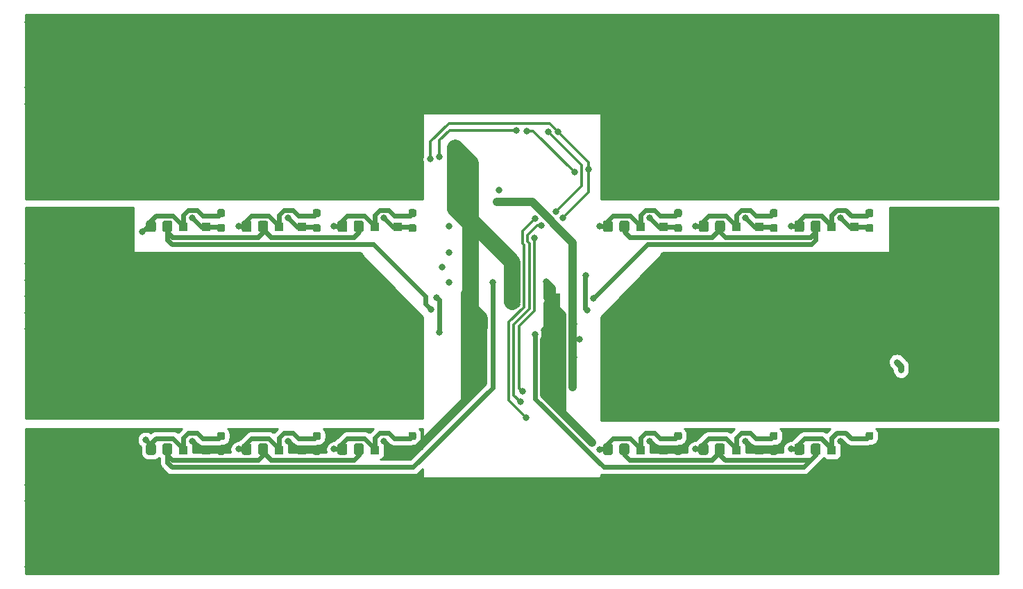
<source format=gbl>
G04 #@! TF.GenerationSoftware,KiCad,Pcbnew,5.1.9*
G04 #@! TF.CreationDate,2021-04-12T02:39:58-03:00*
G04 #@! TF.ProjectId,Switches,53776974-6368-4657-932e-6b696361645f,rev?*
G04 #@! TF.SameCoordinates,Original*
G04 #@! TF.FileFunction,Copper,L4,Bot*
G04 #@! TF.FilePolarity,Positive*
%FSLAX46Y46*%
G04 Gerber Fmt 4.6, Leading zero omitted, Abs format (unit mm)*
G04 Created by KiCad (PCBNEW 5.1.9) date 2021-04-12 02:39:58*
%MOMM*%
%LPD*%
G01*
G04 APERTURE LIST*
G04 #@! TA.AperFunction,ComponentPad*
%ADD10C,0.600000*%
G04 #@! TD*
G04 #@! TA.AperFunction,SMDPad,CuDef*
%ADD11C,0.100000*%
G04 #@! TD*
G04 #@! TA.AperFunction,ComponentPad*
%ADD12C,5.000000*%
G04 #@! TD*
G04 #@! TA.AperFunction,ComponentPad*
%ADD13C,0.500000*%
G04 #@! TD*
G04 #@! TA.AperFunction,SMDPad,CuDef*
%ADD14R,1.900000X2.500000*%
G04 #@! TD*
G04 #@! TA.AperFunction,SMDPad,CuDef*
%ADD15R,1.100000X1.100000*%
G04 #@! TD*
G04 #@! TA.AperFunction,ViaPad*
%ADD16C,0.800000*%
G04 #@! TD*
G04 #@! TA.AperFunction,Conductor*
%ADD17C,0.800000*%
G04 #@! TD*
G04 #@! TA.AperFunction,Conductor*
%ADD18C,0.600000*%
G04 #@! TD*
G04 #@! TA.AperFunction,Conductor*
%ADD19C,2.000000*%
G04 #@! TD*
G04 #@! TA.AperFunction,Conductor*
%ADD20C,1.000000*%
G04 #@! TD*
G04 #@! TA.AperFunction,Conductor*
%ADD21C,0.300000*%
G04 #@! TD*
G04 #@! TA.AperFunction,Conductor*
%ADD22C,0.254000*%
G04 #@! TD*
G04 #@! TA.AperFunction,Conductor*
%ADD23C,0.100000*%
G04 #@! TD*
G04 APERTURE END LIST*
D10*
X206800000Y-108250000D03*
X206800000Y-109250000D03*
X196800000Y-109250000D03*
X196800000Y-108250000D03*
X199300000Y-108750000D03*
X204800000Y-109250000D03*
X200300000Y-108750000D03*
X199800000Y-108250000D03*
X205800000Y-108250000D03*
X198800000Y-108250000D03*
X197300000Y-108750000D03*
X197800000Y-108250000D03*
X199800000Y-109250000D03*
X204800000Y-108250000D03*
X205300000Y-108750000D03*
X203800000Y-109250000D03*
X202300000Y-108750000D03*
X200800000Y-109250000D03*
X203300000Y-108750000D03*
X202800000Y-109250000D03*
X201300000Y-108750000D03*
X201800000Y-108250000D03*
X197800000Y-109250000D03*
X200800000Y-108250000D03*
X198800000Y-109250000D03*
X201800000Y-109250000D03*
X206300000Y-108750000D03*
X202800000Y-108250000D03*
X204300000Y-108750000D03*
X205800000Y-109250000D03*
X198300000Y-108750000D03*
X203800000Y-108250000D03*
X199300000Y-111750000D03*
X198300000Y-110750000D03*
X204800000Y-112250000D03*
X205300000Y-109750000D03*
X198800000Y-110250000D03*
X200300000Y-111750000D03*
X203300000Y-109750000D03*
X198300000Y-109750000D03*
X199800000Y-111250000D03*
X203300000Y-110750000D03*
X205800000Y-111250000D03*
X202300000Y-109750000D03*
X197800000Y-110250000D03*
X198800000Y-111250000D03*
X202300000Y-110750000D03*
X197800000Y-111250000D03*
X199800000Y-112250000D03*
X203800000Y-110250000D03*
X204800000Y-111250000D03*
X204800000Y-110250000D03*
X205300000Y-110750000D03*
X205300000Y-111750000D03*
X203800000Y-112250000D03*
X200300000Y-109750000D03*
X202300000Y-111750000D03*
X200800000Y-112250000D03*
X203300000Y-111750000D03*
X202800000Y-112250000D03*
X201800000Y-110250000D03*
X199300000Y-109750000D03*
X201300000Y-111750000D03*
X201800000Y-111250000D03*
X201300000Y-109750000D03*
X197800000Y-112250000D03*
X200300000Y-110750000D03*
X200800000Y-111250000D03*
X200800000Y-110250000D03*
X202800000Y-110250000D03*
X198800000Y-112250000D03*
X201800000Y-112250000D03*
X204300000Y-109750000D03*
X204300000Y-110750000D03*
X201300000Y-110750000D03*
X202800000Y-111250000D03*
X199800000Y-110250000D03*
X204300000Y-111750000D03*
X199300000Y-110750000D03*
X205800000Y-112250000D03*
X205800000Y-110250000D03*
X198300000Y-111750000D03*
X203800000Y-111250000D03*
X206300000Y-114750000D03*
X206300000Y-112750000D03*
X205800000Y-113250000D03*
X205800000Y-115250000D03*
X206300000Y-115750000D03*
X205800000Y-114250000D03*
X206300000Y-113750000D03*
X205300000Y-114750000D03*
X205300000Y-112750000D03*
X204800000Y-113250000D03*
X204800000Y-115250000D03*
X205300000Y-115750000D03*
X204800000Y-114250000D03*
X205300000Y-113750000D03*
X204300000Y-114750000D03*
X204300000Y-112750000D03*
X203800000Y-113250000D03*
X203800000Y-115250000D03*
X204300000Y-115750000D03*
X203800000Y-114250000D03*
X204300000Y-113750000D03*
X203300000Y-114750000D03*
X203300000Y-112750000D03*
X202800000Y-113250000D03*
X202800000Y-115250000D03*
X203300000Y-115750000D03*
X202800000Y-114250000D03*
X203300000Y-113750000D03*
X202300000Y-114750000D03*
X202300000Y-112750000D03*
X201800000Y-113250000D03*
X201800000Y-115250000D03*
X202300000Y-115750000D03*
X201800000Y-114250000D03*
X202300000Y-113750000D03*
X201300000Y-114750000D03*
X201300000Y-112750000D03*
X200800000Y-113250000D03*
X200800000Y-115250000D03*
X201300000Y-115750000D03*
X200800000Y-114250000D03*
X201300000Y-113750000D03*
X200300000Y-114750000D03*
X200300000Y-112750000D03*
X199800000Y-113250000D03*
X199800000Y-115250000D03*
X200300000Y-115750000D03*
X199800000Y-114250000D03*
X200300000Y-113750000D03*
X199300000Y-114750000D03*
X199300000Y-112750000D03*
X198800000Y-113250000D03*
X198800000Y-115250000D03*
X199300000Y-115750000D03*
X198800000Y-114250000D03*
X199300000Y-113750000D03*
X198300000Y-112750000D03*
X198300000Y-113750000D03*
X197800000Y-113250000D03*
X197800000Y-114250000D03*
X197800000Y-115250000D03*
X198300000Y-114750000D03*
X198300000Y-115750000D03*
X197300000Y-112750000D03*
X197300000Y-113750000D03*
G04 #@! TA.AperFunction,SMDPad,CuDef*
D11*
G36*
X206850000Y-108000000D02*
G01*
X206850000Y-109500000D01*
X206150000Y-109500000D01*
X206150000Y-112300000D01*
X206650000Y-112300000D01*
X206650000Y-116000000D01*
X196950000Y-116000000D01*
X196950000Y-112300000D01*
X197450000Y-112300000D01*
X197450000Y-109500000D01*
X196750000Y-109500000D01*
X196750000Y-108000000D01*
X206850000Y-108000000D01*
G37*
G04 #@! TD.AperFunction*
D10*
X197300000Y-115750000D03*
X197300000Y-114750000D03*
X195125000Y-108250000D03*
X195125000Y-109250000D03*
X185125000Y-109250000D03*
X185125000Y-108250000D03*
X187625000Y-108750000D03*
X193125000Y-109250000D03*
X188625000Y-108750000D03*
X188125000Y-108250000D03*
X194125000Y-108250000D03*
X187125000Y-108250000D03*
X185625000Y-108750000D03*
X186125000Y-108250000D03*
X188125000Y-109250000D03*
X193125000Y-108250000D03*
X193625000Y-108750000D03*
X192125000Y-109250000D03*
X190625000Y-108750000D03*
X189125000Y-109250000D03*
X191625000Y-108750000D03*
X191125000Y-109250000D03*
X189625000Y-108750000D03*
X190125000Y-108250000D03*
X186125000Y-109250000D03*
X189125000Y-108250000D03*
X187125000Y-109250000D03*
X190125000Y-109250000D03*
X194625000Y-108750000D03*
X191125000Y-108250000D03*
X192625000Y-108750000D03*
X194125000Y-109250000D03*
X186625000Y-108750000D03*
X192125000Y-108250000D03*
X187625000Y-111750000D03*
X186625000Y-110750000D03*
X193125000Y-112250000D03*
X193625000Y-109750000D03*
X187125000Y-110250000D03*
X188625000Y-111750000D03*
X191625000Y-109750000D03*
X186625000Y-109750000D03*
X188125000Y-111250000D03*
X191625000Y-110750000D03*
X194125000Y-111250000D03*
X190625000Y-109750000D03*
X186125000Y-110250000D03*
X187125000Y-111250000D03*
X190625000Y-110750000D03*
X186125000Y-111250000D03*
X188125000Y-112250000D03*
X192125000Y-110250000D03*
X193125000Y-111250000D03*
X193125000Y-110250000D03*
X193625000Y-110750000D03*
X193625000Y-111750000D03*
X192125000Y-112250000D03*
X188625000Y-109750000D03*
X190625000Y-111750000D03*
X189125000Y-112250000D03*
X191625000Y-111750000D03*
X191125000Y-112250000D03*
X190125000Y-110250000D03*
X187625000Y-109750000D03*
X189625000Y-111750000D03*
X190125000Y-111250000D03*
X189625000Y-109750000D03*
X186125000Y-112250000D03*
X188625000Y-110750000D03*
X189125000Y-111250000D03*
X189125000Y-110250000D03*
X191125000Y-110250000D03*
X187125000Y-112250000D03*
X190125000Y-112250000D03*
X192625000Y-109750000D03*
X192625000Y-110750000D03*
X189625000Y-110750000D03*
X191125000Y-111250000D03*
X188125000Y-110250000D03*
X192625000Y-111750000D03*
X187625000Y-110750000D03*
X194125000Y-112250000D03*
X194125000Y-110250000D03*
X186625000Y-111750000D03*
X192125000Y-111250000D03*
X194625000Y-114750000D03*
X194625000Y-112750000D03*
X194125000Y-113250000D03*
X194125000Y-115250000D03*
X194625000Y-115750000D03*
X194125000Y-114250000D03*
X194625000Y-113750000D03*
X193625000Y-114750000D03*
X193625000Y-112750000D03*
X193125000Y-113250000D03*
X193125000Y-115250000D03*
X193625000Y-115750000D03*
X193125000Y-114250000D03*
X193625000Y-113750000D03*
X192625000Y-114750000D03*
X192625000Y-112750000D03*
X192125000Y-113250000D03*
X192125000Y-115250000D03*
X192625000Y-115750000D03*
X192125000Y-114250000D03*
X192625000Y-113750000D03*
X191625000Y-114750000D03*
X191625000Y-112750000D03*
X191125000Y-113250000D03*
X191125000Y-115250000D03*
X191625000Y-115750000D03*
X191125000Y-114250000D03*
X191625000Y-113750000D03*
X190625000Y-114750000D03*
X190625000Y-112750000D03*
X190125000Y-113250000D03*
X190125000Y-115250000D03*
X190625000Y-115750000D03*
X190125000Y-114250000D03*
X190625000Y-113750000D03*
X189625000Y-114750000D03*
X189625000Y-112750000D03*
X189125000Y-113250000D03*
X189125000Y-115250000D03*
X189625000Y-115750000D03*
X189125000Y-114250000D03*
X189625000Y-113750000D03*
X188625000Y-114750000D03*
X188625000Y-112750000D03*
X188125000Y-113250000D03*
X188125000Y-115250000D03*
X188625000Y-115750000D03*
X188125000Y-114250000D03*
X188625000Y-113750000D03*
X187625000Y-114750000D03*
X187625000Y-112750000D03*
X187125000Y-113250000D03*
X187125000Y-115250000D03*
X187625000Y-115750000D03*
X187125000Y-114250000D03*
X187625000Y-113750000D03*
X186625000Y-112750000D03*
X186625000Y-113750000D03*
X186125000Y-113250000D03*
X186125000Y-114250000D03*
X186125000Y-115250000D03*
X186625000Y-114750000D03*
X186625000Y-115750000D03*
X185625000Y-112750000D03*
X185625000Y-113750000D03*
G04 #@! TA.AperFunction,SMDPad,CuDef*
D11*
G36*
X195175000Y-108000000D02*
G01*
X195175000Y-109500000D01*
X194475000Y-109500000D01*
X194475000Y-112300000D01*
X194975000Y-112300000D01*
X194975000Y-116000000D01*
X185275000Y-116000000D01*
X185275000Y-112300000D01*
X185775000Y-112300000D01*
X185775000Y-109500000D01*
X185075000Y-109500000D01*
X185075000Y-108000000D01*
X195175000Y-108000000D01*
G37*
G04 #@! TD.AperFunction*
D10*
X185625000Y-115750000D03*
X185625000Y-114750000D03*
X183450000Y-108250000D03*
X183450000Y-109250000D03*
X173450000Y-109250000D03*
X173450000Y-108250000D03*
X175950000Y-108750000D03*
X181450000Y-109250000D03*
X176950000Y-108750000D03*
X176450000Y-108250000D03*
X182450000Y-108250000D03*
X175450000Y-108250000D03*
X173950000Y-108750000D03*
X174450000Y-108250000D03*
X176450000Y-109250000D03*
X181450000Y-108250000D03*
X181950000Y-108750000D03*
X180450000Y-109250000D03*
X178950000Y-108750000D03*
X177450000Y-109250000D03*
X179950000Y-108750000D03*
X179450000Y-109250000D03*
X177950000Y-108750000D03*
X178450000Y-108250000D03*
X174450000Y-109250000D03*
X177450000Y-108250000D03*
X175450000Y-109250000D03*
X178450000Y-109250000D03*
X182950000Y-108750000D03*
X179450000Y-108250000D03*
X180950000Y-108750000D03*
X182450000Y-109250000D03*
X174950000Y-108750000D03*
X180450000Y-108250000D03*
X175950000Y-111750000D03*
X174950000Y-110750000D03*
X181450000Y-112250000D03*
X181950000Y-109750000D03*
X175450000Y-110250000D03*
X176950000Y-111750000D03*
X179950000Y-109750000D03*
X174950000Y-109750000D03*
X176450000Y-111250000D03*
X179950000Y-110750000D03*
X182450000Y-111250000D03*
X178950000Y-109750000D03*
X174450000Y-110250000D03*
X175450000Y-111250000D03*
X178950000Y-110750000D03*
X174450000Y-111250000D03*
X176450000Y-112250000D03*
X180450000Y-110250000D03*
X181450000Y-111250000D03*
X181450000Y-110250000D03*
X181950000Y-110750000D03*
X181950000Y-111750000D03*
X180450000Y-112250000D03*
X176950000Y-109750000D03*
X178950000Y-111750000D03*
X177450000Y-112250000D03*
X179950000Y-111750000D03*
X179450000Y-112250000D03*
X178450000Y-110250000D03*
X175950000Y-109750000D03*
X177950000Y-111750000D03*
X178450000Y-111250000D03*
X177950000Y-109750000D03*
X174450000Y-112250000D03*
X176950000Y-110750000D03*
X177450000Y-111250000D03*
X177450000Y-110250000D03*
X179450000Y-110250000D03*
X175450000Y-112250000D03*
X178450000Y-112250000D03*
X180950000Y-109750000D03*
X180950000Y-110750000D03*
X177950000Y-110750000D03*
X179450000Y-111250000D03*
X176450000Y-110250000D03*
X180950000Y-111750000D03*
X175950000Y-110750000D03*
X182450000Y-112250000D03*
X182450000Y-110250000D03*
X174950000Y-111750000D03*
X180450000Y-111250000D03*
X182950000Y-114750000D03*
X182950000Y-112750000D03*
X182450000Y-113250000D03*
X182450000Y-115250000D03*
X182950000Y-115750000D03*
X182450000Y-114250000D03*
X182950000Y-113750000D03*
X181950000Y-114750000D03*
X181950000Y-112750000D03*
X181450000Y-113250000D03*
X181450000Y-115250000D03*
X181950000Y-115750000D03*
X181450000Y-114250000D03*
X181950000Y-113750000D03*
X180950000Y-114750000D03*
X180950000Y-112750000D03*
X180450000Y-113250000D03*
X180450000Y-115250000D03*
X180950000Y-115750000D03*
X180450000Y-114250000D03*
X180950000Y-113750000D03*
X179950000Y-114750000D03*
X179950000Y-112750000D03*
X179450000Y-113250000D03*
X179450000Y-115250000D03*
X179950000Y-115750000D03*
X179450000Y-114250000D03*
X179950000Y-113750000D03*
X178950000Y-114750000D03*
X178950000Y-112750000D03*
X178450000Y-113250000D03*
X178450000Y-115250000D03*
X178950000Y-115750000D03*
X178450000Y-114250000D03*
X178950000Y-113750000D03*
X177950000Y-114750000D03*
X177950000Y-112750000D03*
X177450000Y-113250000D03*
X177450000Y-115250000D03*
X177950000Y-115750000D03*
X177450000Y-114250000D03*
X177950000Y-113750000D03*
X176950000Y-114750000D03*
X176950000Y-112750000D03*
X176450000Y-113250000D03*
X176450000Y-115250000D03*
X176950000Y-115750000D03*
X176450000Y-114250000D03*
X176950000Y-113750000D03*
X175950000Y-114750000D03*
X175950000Y-112750000D03*
X175450000Y-113250000D03*
X175450000Y-115250000D03*
X175950000Y-115750000D03*
X175450000Y-114250000D03*
X175950000Y-113750000D03*
X174950000Y-112750000D03*
X174950000Y-113750000D03*
X174450000Y-113250000D03*
X174450000Y-114250000D03*
X174450000Y-115250000D03*
X174950000Y-114750000D03*
X174950000Y-115750000D03*
X173950000Y-112750000D03*
X173950000Y-113750000D03*
G04 #@! TA.AperFunction,SMDPad,CuDef*
D11*
G36*
X183500000Y-108000000D02*
G01*
X183500000Y-109500000D01*
X182800000Y-109500000D01*
X182800000Y-112300000D01*
X183300000Y-112300000D01*
X183300000Y-116000000D01*
X173600000Y-116000000D01*
X173600000Y-112300000D01*
X174100000Y-112300000D01*
X174100000Y-109500000D01*
X173400000Y-109500000D01*
X173400000Y-108000000D01*
X183500000Y-108000000D01*
G37*
G04 #@! TD.AperFunction*
D10*
X173950000Y-115750000D03*
X173950000Y-114750000D03*
X151050000Y-108250000D03*
X151050000Y-109250000D03*
X141050000Y-109250000D03*
X141050000Y-108250000D03*
X143550000Y-108750000D03*
X149050000Y-109250000D03*
X144550000Y-108750000D03*
X144050000Y-108250000D03*
X150050000Y-108250000D03*
X143050000Y-108250000D03*
X141550000Y-108750000D03*
X142050000Y-108250000D03*
X144050000Y-109250000D03*
X149050000Y-108250000D03*
X149550000Y-108750000D03*
X148050000Y-109250000D03*
X146550000Y-108750000D03*
X145050000Y-109250000D03*
X147550000Y-108750000D03*
X147050000Y-109250000D03*
X145550000Y-108750000D03*
X146050000Y-108250000D03*
X142050000Y-109250000D03*
X145050000Y-108250000D03*
X143050000Y-109250000D03*
X146050000Y-109250000D03*
X150550000Y-108750000D03*
X147050000Y-108250000D03*
X148550000Y-108750000D03*
X150050000Y-109250000D03*
X142550000Y-108750000D03*
X148050000Y-108250000D03*
X143550000Y-111750000D03*
X142550000Y-110750000D03*
X149050000Y-112250000D03*
X149550000Y-109750000D03*
X143050000Y-110250000D03*
X144550000Y-111750000D03*
X147550000Y-109750000D03*
X142550000Y-109750000D03*
X144050000Y-111250000D03*
X147550000Y-110750000D03*
X150050000Y-111250000D03*
X146550000Y-109750000D03*
X142050000Y-110250000D03*
X143050000Y-111250000D03*
X146550000Y-110750000D03*
X142050000Y-111250000D03*
X144050000Y-112250000D03*
X148050000Y-110250000D03*
X149050000Y-111250000D03*
X149050000Y-110250000D03*
X149550000Y-110750000D03*
X149550000Y-111750000D03*
X148050000Y-112250000D03*
X144550000Y-109750000D03*
X146550000Y-111750000D03*
X145050000Y-112250000D03*
X147550000Y-111750000D03*
X147050000Y-112250000D03*
X146050000Y-110250000D03*
X143550000Y-109750000D03*
X145550000Y-111750000D03*
X146050000Y-111250000D03*
X145550000Y-109750000D03*
X142050000Y-112250000D03*
X144550000Y-110750000D03*
X145050000Y-111250000D03*
X145050000Y-110250000D03*
X147050000Y-110250000D03*
X143050000Y-112250000D03*
X146050000Y-112250000D03*
X148550000Y-109750000D03*
X148550000Y-110750000D03*
X145550000Y-110750000D03*
X147050000Y-111250000D03*
X144050000Y-110250000D03*
X148550000Y-111750000D03*
X143550000Y-110750000D03*
X150050000Y-112250000D03*
X150050000Y-110250000D03*
X142550000Y-111750000D03*
X148050000Y-111250000D03*
X150550000Y-114750000D03*
X150550000Y-112750000D03*
X150050000Y-113250000D03*
X150050000Y-115250000D03*
X150550000Y-115750000D03*
X150050000Y-114250000D03*
X150550000Y-113750000D03*
X149550000Y-114750000D03*
X149550000Y-112750000D03*
X149050000Y-113250000D03*
X149050000Y-115250000D03*
X149550000Y-115750000D03*
X149050000Y-114250000D03*
X149550000Y-113750000D03*
X148550000Y-114750000D03*
X148550000Y-112750000D03*
X148050000Y-113250000D03*
X148050000Y-115250000D03*
X148550000Y-115750000D03*
X148050000Y-114250000D03*
X148550000Y-113750000D03*
X147550000Y-114750000D03*
X147550000Y-112750000D03*
X147050000Y-113250000D03*
X147050000Y-115250000D03*
X147550000Y-115750000D03*
X147050000Y-114250000D03*
X147550000Y-113750000D03*
X146550000Y-114750000D03*
X146550000Y-112750000D03*
X146050000Y-113250000D03*
X146050000Y-115250000D03*
X146550000Y-115750000D03*
X146050000Y-114250000D03*
X146550000Y-113750000D03*
X145550000Y-114750000D03*
X145550000Y-112750000D03*
X145050000Y-113250000D03*
X145050000Y-115250000D03*
X145550000Y-115750000D03*
X145050000Y-114250000D03*
X145550000Y-113750000D03*
X144550000Y-114750000D03*
X144550000Y-112750000D03*
X144050000Y-113250000D03*
X144050000Y-115250000D03*
X144550000Y-115750000D03*
X144050000Y-114250000D03*
X144550000Y-113750000D03*
X143550000Y-114750000D03*
X143550000Y-112750000D03*
X143050000Y-113250000D03*
X143050000Y-115250000D03*
X143550000Y-115750000D03*
X143050000Y-114250000D03*
X143550000Y-113750000D03*
X142550000Y-112750000D03*
X142550000Y-113750000D03*
X142050000Y-113250000D03*
X142050000Y-114250000D03*
X142050000Y-115250000D03*
X142550000Y-114750000D03*
X142550000Y-115750000D03*
X141550000Y-112750000D03*
X141550000Y-113750000D03*
G04 #@! TA.AperFunction,SMDPad,CuDef*
D11*
G36*
X151100000Y-108000000D02*
G01*
X151100000Y-109500000D01*
X150400000Y-109500000D01*
X150400000Y-112300000D01*
X150900000Y-112300000D01*
X150900000Y-116000000D01*
X141200000Y-116000000D01*
X141200000Y-112300000D01*
X141700000Y-112300000D01*
X141700000Y-109500000D01*
X141000000Y-109500000D01*
X141000000Y-108000000D01*
X151100000Y-108000000D01*
G37*
G04 #@! TD.AperFunction*
D10*
X141550000Y-115750000D03*
X141550000Y-114750000D03*
X139375000Y-108250000D03*
X139375000Y-109250000D03*
X129375000Y-109250000D03*
X129375000Y-108250000D03*
X131875000Y-108750000D03*
X137375000Y-109250000D03*
X132875000Y-108750000D03*
X132375000Y-108250000D03*
X138375000Y-108250000D03*
X131375000Y-108250000D03*
X129875000Y-108750000D03*
X130375000Y-108250000D03*
X132375000Y-109250000D03*
X137375000Y-108250000D03*
X137875000Y-108750000D03*
X136375000Y-109250000D03*
X134875000Y-108750000D03*
X133375000Y-109250000D03*
X135875000Y-108750000D03*
X135375000Y-109250000D03*
X133875000Y-108750000D03*
X134375000Y-108250000D03*
X130375000Y-109250000D03*
X133375000Y-108250000D03*
X131375000Y-109250000D03*
X134375000Y-109250000D03*
X138875000Y-108750000D03*
X135375000Y-108250000D03*
X136875000Y-108750000D03*
X138375000Y-109250000D03*
X130875000Y-108750000D03*
X136375000Y-108250000D03*
X131875000Y-111750000D03*
X130875000Y-110750000D03*
X137375000Y-112250000D03*
X137875000Y-109750000D03*
X131375000Y-110250000D03*
X132875000Y-111750000D03*
X135875000Y-109750000D03*
X130875000Y-109750000D03*
X132375000Y-111250000D03*
X135875000Y-110750000D03*
X138375000Y-111250000D03*
X134875000Y-109750000D03*
X130375000Y-110250000D03*
X131375000Y-111250000D03*
X134875000Y-110750000D03*
X130375000Y-111250000D03*
X132375000Y-112250000D03*
X136375000Y-110250000D03*
X137375000Y-111250000D03*
X137375000Y-110250000D03*
X137875000Y-110750000D03*
X137875000Y-111750000D03*
X136375000Y-112250000D03*
X132875000Y-109750000D03*
X134875000Y-111750000D03*
X133375000Y-112250000D03*
X135875000Y-111750000D03*
X135375000Y-112250000D03*
X134375000Y-110250000D03*
X131875000Y-109750000D03*
X133875000Y-111750000D03*
X134375000Y-111250000D03*
X133875000Y-109750000D03*
X130375000Y-112250000D03*
X132875000Y-110750000D03*
X133375000Y-111250000D03*
X133375000Y-110250000D03*
X135375000Y-110250000D03*
X131375000Y-112250000D03*
X134375000Y-112250000D03*
X136875000Y-109750000D03*
X136875000Y-110750000D03*
X133875000Y-110750000D03*
X135375000Y-111250000D03*
X132375000Y-110250000D03*
X136875000Y-111750000D03*
X131875000Y-110750000D03*
X138375000Y-112250000D03*
X138375000Y-110250000D03*
X130875000Y-111750000D03*
X136375000Y-111250000D03*
X138875000Y-114750000D03*
X138875000Y-112750000D03*
X138375000Y-113250000D03*
X138375000Y-115250000D03*
X138875000Y-115750000D03*
X138375000Y-114250000D03*
X138875000Y-113750000D03*
X137875000Y-114750000D03*
X137875000Y-112750000D03*
X137375000Y-113250000D03*
X137375000Y-115250000D03*
X137875000Y-115750000D03*
X137375000Y-114250000D03*
X137875000Y-113750000D03*
X136875000Y-114750000D03*
X136875000Y-112750000D03*
X136375000Y-113250000D03*
X136375000Y-115250000D03*
X136875000Y-115750000D03*
X136375000Y-114250000D03*
X136875000Y-113750000D03*
X135875000Y-114750000D03*
X135875000Y-112750000D03*
X135375000Y-113250000D03*
X135375000Y-115250000D03*
X135875000Y-115750000D03*
X135375000Y-114250000D03*
X135875000Y-113750000D03*
X134875000Y-114750000D03*
X134875000Y-112750000D03*
X134375000Y-113250000D03*
X134375000Y-115250000D03*
X134875000Y-115750000D03*
X134375000Y-114250000D03*
X134875000Y-113750000D03*
X133875000Y-114750000D03*
X133875000Y-112750000D03*
X133375000Y-113250000D03*
X133375000Y-115250000D03*
X133875000Y-115750000D03*
X133375000Y-114250000D03*
X133875000Y-113750000D03*
X132875000Y-114750000D03*
X132875000Y-112750000D03*
X132375000Y-113250000D03*
X132375000Y-115250000D03*
X132875000Y-115750000D03*
X132375000Y-114250000D03*
X132875000Y-113750000D03*
X131875000Y-114750000D03*
X131875000Y-112750000D03*
X131375000Y-113250000D03*
X131375000Y-115250000D03*
X131875000Y-115750000D03*
X131375000Y-114250000D03*
X131875000Y-113750000D03*
X130875000Y-112750000D03*
X130875000Y-113750000D03*
X130375000Y-113250000D03*
X130375000Y-114250000D03*
X130375000Y-115250000D03*
X130875000Y-114750000D03*
X130875000Y-115750000D03*
X129875000Y-112750000D03*
X129875000Y-113750000D03*
G04 #@! TA.AperFunction,SMDPad,CuDef*
D11*
G36*
X139425000Y-108000000D02*
G01*
X139425000Y-109500000D01*
X138725000Y-109500000D01*
X138725000Y-112300000D01*
X139225000Y-112300000D01*
X139225000Y-116000000D01*
X129525000Y-116000000D01*
X129525000Y-112300000D01*
X130025000Y-112300000D01*
X130025000Y-109500000D01*
X129325000Y-109500000D01*
X129325000Y-108000000D01*
X139425000Y-108000000D01*
G37*
G04 #@! TD.AperFunction*
D10*
X129875000Y-115750000D03*
X129875000Y-114750000D03*
X127700000Y-108250000D03*
X127700000Y-109250000D03*
X117700000Y-109250000D03*
X117700000Y-108250000D03*
X120200000Y-108750000D03*
X125700000Y-109250000D03*
X121200000Y-108750000D03*
X120700000Y-108250000D03*
X126700000Y-108250000D03*
X119700000Y-108250000D03*
X118200000Y-108750000D03*
X118700000Y-108250000D03*
X120700000Y-109250000D03*
X125700000Y-108250000D03*
X126200000Y-108750000D03*
X124700000Y-109250000D03*
X123200000Y-108750000D03*
X121700000Y-109250000D03*
X124200000Y-108750000D03*
X123700000Y-109250000D03*
X122200000Y-108750000D03*
X122700000Y-108250000D03*
X118700000Y-109250000D03*
X121700000Y-108250000D03*
X119700000Y-109250000D03*
X122700000Y-109250000D03*
X127200000Y-108750000D03*
X123700000Y-108250000D03*
X125200000Y-108750000D03*
X126700000Y-109250000D03*
X119200000Y-108750000D03*
X124700000Y-108250000D03*
X120200000Y-111750000D03*
X119200000Y-110750000D03*
X125700000Y-112250000D03*
X126200000Y-109750000D03*
X119700000Y-110250000D03*
X121200000Y-111750000D03*
X124200000Y-109750000D03*
X119200000Y-109750000D03*
X120700000Y-111250000D03*
X124200000Y-110750000D03*
X126700000Y-111250000D03*
X123200000Y-109750000D03*
X118700000Y-110250000D03*
X119700000Y-111250000D03*
X123200000Y-110750000D03*
X118700000Y-111250000D03*
X120700000Y-112250000D03*
X124700000Y-110250000D03*
X125700000Y-111250000D03*
X125700000Y-110250000D03*
X126200000Y-110750000D03*
X126200000Y-111750000D03*
X124700000Y-112250000D03*
X121200000Y-109750000D03*
X123200000Y-111750000D03*
X121700000Y-112250000D03*
X124200000Y-111750000D03*
X123700000Y-112250000D03*
X122700000Y-110250000D03*
X120200000Y-109750000D03*
X122200000Y-111750000D03*
X122700000Y-111250000D03*
X122200000Y-109750000D03*
X118700000Y-112250000D03*
X121200000Y-110750000D03*
X121700000Y-111250000D03*
X121700000Y-110250000D03*
X123700000Y-110250000D03*
X119700000Y-112250000D03*
X122700000Y-112250000D03*
X125200000Y-109750000D03*
X125200000Y-110750000D03*
X122200000Y-110750000D03*
X123700000Y-111250000D03*
X120700000Y-110250000D03*
X125200000Y-111750000D03*
X120200000Y-110750000D03*
X126700000Y-112250000D03*
X126700000Y-110250000D03*
X119200000Y-111750000D03*
X124700000Y-111250000D03*
X127200000Y-114750000D03*
X127200000Y-112750000D03*
X126700000Y-113250000D03*
X126700000Y-115250000D03*
X127200000Y-115750000D03*
X126700000Y-114250000D03*
X127200000Y-113750000D03*
X126200000Y-114750000D03*
X126200000Y-112750000D03*
X125700000Y-113250000D03*
X125700000Y-115250000D03*
X126200000Y-115750000D03*
X125700000Y-114250000D03*
X126200000Y-113750000D03*
X125200000Y-114750000D03*
X125200000Y-112750000D03*
X124700000Y-113250000D03*
X124700000Y-115250000D03*
X125200000Y-115750000D03*
X124700000Y-114250000D03*
X125200000Y-113750000D03*
X124200000Y-114750000D03*
X124200000Y-112750000D03*
X123700000Y-113250000D03*
X123700000Y-115250000D03*
X124200000Y-115750000D03*
X123700000Y-114250000D03*
X124200000Y-113750000D03*
X123200000Y-114750000D03*
X123200000Y-112750000D03*
X122700000Y-113250000D03*
X122700000Y-115250000D03*
X123200000Y-115750000D03*
X122700000Y-114250000D03*
X123200000Y-113750000D03*
X122200000Y-114750000D03*
X122200000Y-112750000D03*
X121700000Y-113250000D03*
X121700000Y-115250000D03*
X122200000Y-115750000D03*
X121700000Y-114250000D03*
X122200000Y-113750000D03*
X121200000Y-114750000D03*
X121200000Y-112750000D03*
X120700000Y-113250000D03*
X120700000Y-115250000D03*
X121200000Y-115750000D03*
X120700000Y-114250000D03*
X121200000Y-113750000D03*
X120200000Y-114750000D03*
X120200000Y-112750000D03*
X119700000Y-113250000D03*
X119700000Y-115250000D03*
X120200000Y-115750000D03*
X119700000Y-114250000D03*
X120200000Y-113750000D03*
X119200000Y-112750000D03*
X119200000Y-113750000D03*
X118700000Y-113250000D03*
X118700000Y-114250000D03*
X118700000Y-115250000D03*
X119200000Y-114750000D03*
X119200000Y-115750000D03*
X118200000Y-112750000D03*
X118200000Y-113750000D03*
G04 #@! TA.AperFunction,SMDPad,CuDef*
D11*
G36*
X127750000Y-108000000D02*
G01*
X127750000Y-109500000D01*
X127050000Y-109500000D01*
X127050000Y-112300000D01*
X127550000Y-112300000D01*
X127550000Y-116000000D01*
X117850000Y-116000000D01*
X117850000Y-112300000D01*
X118350000Y-112300000D01*
X118350000Y-109500000D01*
X117650000Y-109500000D01*
X117650000Y-108000000D01*
X127750000Y-108000000D01*
G37*
G04 #@! TD.AperFunction*
D10*
X118200000Y-115750000D03*
X118200000Y-114750000D03*
X206800000Y-81050000D03*
X206800000Y-82050000D03*
X196800000Y-82050000D03*
X196800000Y-81050000D03*
X199300000Y-81550000D03*
X204800000Y-82050000D03*
X200300000Y-81550000D03*
X199800000Y-81050000D03*
X205800000Y-81050000D03*
X198800000Y-81050000D03*
X197300000Y-81550000D03*
X197800000Y-81050000D03*
X199800000Y-82050000D03*
X204800000Y-81050000D03*
X205300000Y-81550000D03*
X203800000Y-82050000D03*
X202300000Y-81550000D03*
X200800000Y-82050000D03*
X203300000Y-81550000D03*
X202800000Y-82050000D03*
X201300000Y-81550000D03*
X201800000Y-81050000D03*
X197800000Y-82050000D03*
X200800000Y-81050000D03*
X198800000Y-82050000D03*
X201800000Y-82050000D03*
X206300000Y-81550000D03*
X202800000Y-81050000D03*
X204300000Y-81550000D03*
X205800000Y-82050000D03*
X198300000Y-81550000D03*
X203800000Y-81050000D03*
X199300000Y-84550000D03*
X198300000Y-83550000D03*
X204800000Y-85050000D03*
X205300000Y-82550000D03*
X198800000Y-83050000D03*
X200300000Y-84550000D03*
X203300000Y-82550000D03*
X198300000Y-82550000D03*
X199800000Y-84050000D03*
X203300000Y-83550000D03*
X205800000Y-84050000D03*
X202300000Y-82550000D03*
X197800000Y-83050000D03*
X198800000Y-84050000D03*
X202300000Y-83550000D03*
X197800000Y-84050000D03*
X199800000Y-85050000D03*
X203800000Y-83050000D03*
X204800000Y-84050000D03*
X204800000Y-83050000D03*
X205300000Y-83550000D03*
X205300000Y-84550000D03*
X203800000Y-85050000D03*
X200300000Y-82550000D03*
X202300000Y-84550000D03*
X200800000Y-85050000D03*
X203300000Y-84550000D03*
X202800000Y-85050000D03*
X201800000Y-83050000D03*
X199300000Y-82550000D03*
X201300000Y-84550000D03*
X201800000Y-84050000D03*
X201300000Y-82550000D03*
X197800000Y-85050000D03*
X200300000Y-83550000D03*
X200800000Y-84050000D03*
X200800000Y-83050000D03*
X202800000Y-83050000D03*
X198800000Y-85050000D03*
X201800000Y-85050000D03*
X204300000Y-82550000D03*
X204300000Y-83550000D03*
X201300000Y-83550000D03*
X202800000Y-84050000D03*
X199800000Y-83050000D03*
X204300000Y-84550000D03*
X199300000Y-83550000D03*
X205800000Y-85050000D03*
X205800000Y-83050000D03*
X198300000Y-84550000D03*
X203800000Y-84050000D03*
X206300000Y-87550000D03*
X206300000Y-85550000D03*
X205800000Y-86050000D03*
X205800000Y-88050000D03*
X206300000Y-88550000D03*
X205800000Y-87050000D03*
X206300000Y-86550000D03*
X205300000Y-87550000D03*
X205300000Y-85550000D03*
X204800000Y-86050000D03*
X204800000Y-88050000D03*
X205300000Y-88550000D03*
X204800000Y-87050000D03*
X205300000Y-86550000D03*
X204300000Y-87550000D03*
X204300000Y-85550000D03*
X203800000Y-86050000D03*
X203800000Y-88050000D03*
X204300000Y-88550000D03*
X203800000Y-87050000D03*
X204300000Y-86550000D03*
X203300000Y-87550000D03*
X203300000Y-85550000D03*
X202800000Y-86050000D03*
X202800000Y-88050000D03*
X203300000Y-88550000D03*
X202800000Y-87050000D03*
X203300000Y-86550000D03*
X202300000Y-87550000D03*
X202300000Y-85550000D03*
X201800000Y-86050000D03*
X201800000Y-88050000D03*
X202300000Y-88550000D03*
X201800000Y-87050000D03*
X202300000Y-86550000D03*
X201300000Y-87550000D03*
X201300000Y-85550000D03*
X200800000Y-86050000D03*
X200800000Y-88050000D03*
X201300000Y-88550000D03*
X200800000Y-87050000D03*
X201300000Y-86550000D03*
X200300000Y-87550000D03*
X200300000Y-85550000D03*
X199800000Y-86050000D03*
X199800000Y-88050000D03*
X200300000Y-88550000D03*
X199800000Y-87050000D03*
X200300000Y-86550000D03*
X199300000Y-87550000D03*
X199300000Y-85550000D03*
X198800000Y-86050000D03*
X198800000Y-88050000D03*
X199300000Y-88550000D03*
X198800000Y-87050000D03*
X199300000Y-86550000D03*
X198300000Y-85550000D03*
X198300000Y-86550000D03*
X197800000Y-86050000D03*
X197800000Y-87050000D03*
X197800000Y-88050000D03*
X198300000Y-87550000D03*
X198300000Y-88550000D03*
X197300000Y-85550000D03*
X197300000Y-86550000D03*
G04 #@! TA.AperFunction,SMDPad,CuDef*
D11*
G36*
X206850000Y-80800000D02*
G01*
X206850000Y-82300000D01*
X206150000Y-82300000D01*
X206150000Y-85100000D01*
X206650000Y-85100000D01*
X206650000Y-88800000D01*
X196950000Y-88800000D01*
X196950000Y-85100000D01*
X197450000Y-85100000D01*
X197450000Y-82300000D01*
X196750000Y-82300000D01*
X196750000Y-80800000D01*
X206850000Y-80800000D01*
G37*
G04 #@! TD.AperFunction*
D10*
X197300000Y-88550000D03*
X197300000Y-87550000D03*
X195125000Y-81050000D03*
X195125000Y-82050000D03*
X185125000Y-82050000D03*
X185125000Y-81050000D03*
X187625000Y-81550000D03*
X193125000Y-82050000D03*
X188625000Y-81550000D03*
X188125000Y-81050000D03*
X194125000Y-81050000D03*
X187125000Y-81050000D03*
X185625000Y-81550000D03*
X186125000Y-81050000D03*
X188125000Y-82050000D03*
X193125000Y-81050000D03*
X193625000Y-81550000D03*
X192125000Y-82050000D03*
X190625000Y-81550000D03*
X189125000Y-82050000D03*
X191625000Y-81550000D03*
X191125000Y-82050000D03*
X189625000Y-81550000D03*
X190125000Y-81050000D03*
X186125000Y-82050000D03*
X189125000Y-81050000D03*
X187125000Y-82050000D03*
X190125000Y-82050000D03*
X194625000Y-81550000D03*
X191125000Y-81050000D03*
X192625000Y-81550000D03*
X194125000Y-82050000D03*
X186625000Y-81550000D03*
X192125000Y-81050000D03*
X187625000Y-84550000D03*
X186625000Y-83550000D03*
X193125000Y-85050000D03*
X193625000Y-82550000D03*
X187125000Y-83050000D03*
X188625000Y-84550000D03*
X191625000Y-82550000D03*
X186625000Y-82550000D03*
X188125000Y-84050000D03*
X191625000Y-83550000D03*
X194125000Y-84050000D03*
X190625000Y-82550000D03*
X186125000Y-83050000D03*
X187125000Y-84050000D03*
X190625000Y-83550000D03*
X186125000Y-84050000D03*
X188125000Y-85050000D03*
X192125000Y-83050000D03*
X193125000Y-84050000D03*
X193125000Y-83050000D03*
X193625000Y-83550000D03*
X193625000Y-84550000D03*
X192125000Y-85050000D03*
X188625000Y-82550000D03*
X190625000Y-84550000D03*
X189125000Y-85050000D03*
X191625000Y-84550000D03*
X191125000Y-85050000D03*
X190125000Y-83050000D03*
X187625000Y-82550000D03*
X189625000Y-84550000D03*
X190125000Y-84050000D03*
X189625000Y-82550000D03*
X186125000Y-85050000D03*
X188625000Y-83550000D03*
X189125000Y-84050000D03*
X189125000Y-83050000D03*
X191125000Y-83050000D03*
X187125000Y-85050000D03*
X190125000Y-85050000D03*
X192625000Y-82550000D03*
X192625000Y-83550000D03*
X189625000Y-83550000D03*
X191125000Y-84050000D03*
X188125000Y-83050000D03*
X192625000Y-84550000D03*
X187625000Y-83550000D03*
X194125000Y-85050000D03*
X194125000Y-83050000D03*
X186625000Y-84550000D03*
X192125000Y-84050000D03*
X194625000Y-87550000D03*
X194625000Y-85550000D03*
X194125000Y-86050000D03*
X194125000Y-88050000D03*
X194625000Y-88550000D03*
X194125000Y-87050000D03*
X194625000Y-86550000D03*
X193625000Y-87550000D03*
X193625000Y-85550000D03*
X193125000Y-86050000D03*
X193125000Y-88050000D03*
X193625000Y-88550000D03*
X193125000Y-87050000D03*
X193625000Y-86550000D03*
X192625000Y-87550000D03*
X192625000Y-85550000D03*
X192125000Y-86050000D03*
X192125000Y-88050000D03*
X192625000Y-88550000D03*
X192125000Y-87050000D03*
X192625000Y-86550000D03*
X191625000Y-87550000D03*
X191625000Y-85550000D03*
X191125000Y-86050000D03*
X191125000Y-88050000D03*
X191625000Y-88550000D03*
X191125000Y-87050000D03*
X191625000Y-86550000D03*
X190625000Y-87550000D03*
X190625000Y-85550000D03*
X190125000Y-86050000D03*
X190125000Y-88050000D03*
X190625000Y-88550000D03*
X190125000Y-87050000D03*
X190625000Y-86550000D03*
X189625000Y-87550000D03*
X189625000Y-85550000D03*
X189125000Y-86050000D03*
X189125000Y-88050000D03*
X189625000Y-88550000D03*
X189125000Y-87050000D03*
X189625000Y-86550000D03*
X188625000Y-87550000D03*
X188625000Y-85550000D03*
X188125000Y-86050000D03*
X188125000Y-88050000D03*
X188625000Y-88550000D03*
X188125000Y-87050000D03*
X188625000Y-86550000D03*
X187625000Y-87550000D03*
X187625000Y-85550000D03*
X187125000Y-86050000D03*
X187125000Y-88050000D03*
X187625000Y-88550000D03*
X187125000Y-87050000D03*
X187625000Y-86550000D03*
X186625000Y-85550000D03*
X186625000Y-86550000D03*
X186125000Y-86050000D03*
X186125000Y-87050000D03*
X186125000Y-88050000D03*
X186625000Y-87550000D03*
X186625000Y-88550000D03*
X185625000Y-85550000D03*
X185625000Y-86550000D03*
G04 #@! TA.AperFunction,SMDPad,CuDef*
D11*
G36*
X195175000Y-80800000D02*
G01*
X195175000Y-82300000D01*
X194475000Y-82300000D01*
X194475000Y-85100000D01*
X194975000Y-85100000D01*
X194975000Y-88800000D01*
X185275000Y-88800000D01*
X185275000Y-85100000D01*
X185775000Y-85100000D01*
X185775000Y-82300000D01*
X185075000Y-82300000D01*
X185075000Y-80800000D01*
X195175000Y-80800000D01*
G37*
G04 #@! TD.AperFunction*
D10*
X185625000Y-88550000D03*
X185625000Y-87550000D03*
X183450000Y-81050000D03*
X183450000Y-82050000D03*
X173450000Y-82050000D03*
X173450000Y-81050000D03*
X175950000Y-81550000D03*
X181450000Y-82050000D03*
X176950000Y-81550000D03*
X176450000Y-81050000D03*
X182450000Y-81050000D03*
X175450000Y-81050000D03*
X173950000Y-81550000D03*
X174450000Y-81050000D03*
X176450000Y-82050000D03*
X181450000Y-81050000D03*
X181950000Y-81550000D03*
X180450000Y-82050000D03*
X178950000Y-81550000D03*
X177450000Y-82050000D03*
X179950000Y-81550000D03*
X179450000Y-82050000D03*
X177950000Y-81550000D03*
X178450000Y-81050000D03*
X174450000Y-82050000D03*
X177450000Y-81050000D03*
X175450000Y-82050000D03*
X178450000Y-82050000D03*
X182950000Y-81550000D03*
X179450000Y-81050000D03*
X180950000Y-81550000D03*
X182450000Y-82050000D03*
X174950000Y-81550000D03*
X180450000Y-81050000D03*
X175950000Y-84550000D03*
X174950000Y-83550000D03*
X181450000Y-85050000D03*
X181950000Y-82550000D03*
X175450000Y-83050000D03*
X176950000Y-84550000D03*
X179950000Y-82550000D03*
X174950000Y-82550000D03*
X176450000Y-84050000D03*
X179950000Y-83550000D03*
X182450000Y-84050000D03*
X178950000Y-82550000D03*
X174450000Y-83050000D03*
X175450000Y-84050000D03*
X178950000Y-83550000D03*
X174450000Y-84050000D03*
X176450000Y-85050000D03*
X180450000Y-83050000D03*
X181450000Y-84050000D03*
X181450000Y-83050000D03*
X181950000Y-83550000D03*
X181950000Y-84550000D03*
X180450000Y-85050000D03*
X176950000Y-82550000D03*
X178950000Y-84550000D03*
X177450000Y-85050000D03*
X179950000Y-84550000D03*
X179450000Y-85050000D03*
X178450000Y-83050000D03*
X175950000Y-82550000D03*
X177950000Y-84550000D03*
X178450000Y-84050000D03*
X177950000Y-82550000D03*
X174450000Y-85050000D03*
X176950000Y-83550000D03*
X177450000Y-84050000D03*
X177450000Y-83050000D03*
X179450000Y-83050000D03*
X175450000Y-85050000D03*
X178450000Y-85050000D03*
X180950000Y-82550000D03*
X180950000Y-83550000D03*
X177950000Y-83550000D03*
X179450000Y-84050000D03*
X176450000Y-83050000D03*
X180950000Y-84550000D03*
X175950000Y-83550000D03*
X182450000Y-85050000D03*
X182450000Y-83050000D03*
X174950000Y-84550000D03*
X180450000Y-84050000D03*
X182950000Y-87550000D03*
X182950000Y-85550000D03*
X182450000Y-86050000D03*
X182450000Y-88050000D03*
X182950000Y-88550000D03*
X182450000Y-87050000D03*
X182950000Y-86550000D03*
X181950000Y-87550000D03*
X181950000Y-85550000D03*
X181450000Y-86050000D03*
X181450000Y-88050000D03*
X181950000Y-88550000D03*
X181450000Y-87050000D03*
X181950000Y-86550000D03*
X180950000Y-87550000D03*
X180950000Y-85550000D03*
X180450000Y-86050000D03*
X180450000Y-88050000D03*
X180950000Y-88550000D03*
X180450000Y-87050000D03*
X180950000Y-86550000D03*
X179950000Y-87550000D03*
X179950000Y-85550000D03*
X179450000Y-86050000D03*
X179450000Y-88050000D03*
X179950000Y-88550000D03*
X179450000Y-87050000D03*
X179950000Y-86550000D03*
X178950000Y-87550000D03*
X178950000Y-85550000D03*
X178450000Y-86050000D03*
X178450000Y-88050000D03*
X178950000Y-88550000D03*
X178450000Y-87050000D03*
X178950000Y-86550000D03*
X177950000Y-87550000D03*
X177950000Y-85550000D03*
X177450000Y-86050000D03*
X177450000Y-88050000D03*
X177950000Y-88550000D03*
X177450000Y-87050000D03*
X177950000Y-86550000D03*
X176950000Y-87550000D03*
X176950000Y-85550000D03*
X176450000Y-86050000D03*
X176450000Y-88050000D03*
X176950000Y-88550000D03*
X176450000Y-87050000D03*
X176950000Y-86550000D03*
X175950000Y-87550000D03*
X175950000Y-85550000D03*
X175450000Y-86050000D03*
X175450000Y-88050000D03*
X175950000Y-88550000D03*
X175450000Y-87050000D03*
X175950000Y-86550000D03*
X174950000Y-85550000D03*
X174950000Y-86550000D03*
X174450000Y-86050000D03*
X174450000Y-87050000D03*
X174450000Y-88050000D03*
X174950000Y-87550000D03*
X174950000Y-88550000D03*
X173950000Y-85550000D03*
X173950000Y-86550000D03*
G04 #@! TA.AperFunction,SMDPad,CuDef*
D11*
G36*
X183500000Y-80800000D02*
G01*
X183500000Y-82300000D01*
X182800000Y-82300000D01*
X182800000Y-85100000D01*
X183300000Y-85100000D01*
X183300000Y-88800000D01*
X173600000Y-88800000D01*
X173600000Y-85100000D01*
X174100000Y-85100000D01*
X174100000Y-82300000D01*
X173400000Y-82300000D01*
X173400000Y-80800000D01*
X183500000Y-80800000D01*
G37*
G04 #@! TD.AperFunction*
D10*
X173950000Y-88550000D03*
X173950000Y-87550000D03*
X151050000Y-81050000D03*
X151050000Y-82050000D03*
X141050000Y-82050000D03*
X141050000Y-81050000D03*
X143550000Y-81550000D03*
X149050000Y-82050000D03*
X144550000Y-81550000D03*
X144050000Y-81050000D03*
X150050000Y-81050000D03*
X143050000Y-81050000D03*
X141550000Y-81550000D03*
X142050000Y-81050000D03*
X144050000Y-82050000D03*
X149050000Y-81050000D03*
X149550000Y-81550000D03*
X148050000Y-82050000D03*
X146550000Y-81550000D03*
X145050000Y-82050000D03*
X147550000Y-81550000D03*
X147050000Y-82050000D03*
X145550000Y-81550000D03*
X146050000Y-81050000D03*
X142050000Y-82050000D03*
X145050000Y-81050000D03*
X143050000Y-82050000D03*
X146050000Y-82050000D03*
X150550000Y-81550000D03*
X147050000Y-81050000D03*
X148550000Y-81550000D03*
X150050000Y-82050000D03*
X142550000Y-81550000D03*
X148050000Y-81050000D03*
X143550000Y-84550000D03*
X142550000Y-83550000D03*
X149050000Y-85050000D03*
X149550000Y-82550000D03*
X143050000Y-83050000D03*
X144550000Y-84550000D03*
X147550000Y-82550000D03*
X142550000Y-82550000D03*
X144050000Y-84050000D03*
X147550000Y-83550000D03*
X150050000Y-84050000D03*
X146550000Y-82550000D03*
X142050000Y-83050000D03*
X143050000Y-84050000D03*
X146550000Y-83550000D03*
X142050000Y-84050000D03*
X144050000Y-85050000D03*
X148050000Y-83050000D03*
X149050000Y-84050000D03*
X149050000Y-83050000D03*
X149550000Y-83550000D03*
X149550000Y-84550000D03*
X148050000Y-85050000D03*
X144550000Y-82550000D03*
X146550000Y-84550000D03*
X145050000Y-85050000D03*
X147550000Y-84550000D03*
X147050000Y-85050000D03*
X146050000Y-83050000D03*
X143550000Y-82550000D03*
X145550000Y-84550000D03*
X146050000Y-84050000D03*
X145550000Y-82550000D03*
X142050000Y-85050000D03*
X144550000Y-83550000D03*
X145050000Y-84050000D03*
X145050000Y-83050000D03*
X147050000Y-83050000D03*
X143050000Y-85050000D03*
X146050000Y-85050000D03*
X148550000Y-82550000D03*
X148550000Y-83550000D03*
X145550000Y-83550000D03*
X147050000Y-84050000D03*
X144050000Y-83050000D03*
X148550000Y-84550000D03*
X143550000Y-83550000D03*
X150050000Y-85050000D03*
X150050000Y-83050000D03*
X142550000Y-84550000D03*
X148050000Y-84050000D03*
X150550000Y-87550000D03*
X150550000Y-85550000D03*
X150050000Y-86050000D03*
X150050000Y-88050000D03*
X150550000Y-88550000D03*
X150050000Y-87050000D03*
X150550000Y-86550000D03*
X149550000Y-87550000D03*
X149550000Y-85550000D03*
X149050000Y-86050000D03*
X149050000Y-88050000D03*
X149550000Y-88550000D03*
X149050000Y-87050000D03*
X149550000Y-86550000D03*
X148550000Y-87550000D03*
X148550000Y-85550000D03*
X148050000Y-86050000D03*
X148050000Y-88050000D03*
X148550000Y-88550000D03*
X148050000Y-87050000D03*
X148550000Y-86550000D03*
X147550000Y-87550000D03*
X147550000Y-85550000D03*
X147050000Y-86050000D03*
X147050000Y-88050000D03*
X147550000Y-88550000D03*
X147050000Y-87050000D03*
X147550000Y-86550000D03*
X146550000Y-87550000D03*
X146550000Y-85550000D03*
X146050000Y-86050000D03*
X146050000Y-88050000D03*
X146550000Y-88550000D03*
X146050000Y-87050000D03*
X146550000Y-86550000D03*
X145550000Y-87550000D03*
X145550000Y-85550000D03*
X145050000Y-86050000D03*
X145050000Y-88050000D03*
X145550000Y-88550000D03*
X145050000Y-87050000D03*
X145550000Y-86550000D03*
X144550000Y-87550000D03*
X144550000Y-85550000D03*
X144050000Y-86050000D03*
X144050000Y-88050000D03*
X144550000Y-88550000D03*
X144050000Y-87050000D03*
X144550000Y-86550000D03*
X143550000Y-87550000D03*
X143550000Y-85550000D03*
X143050000Y-86050000D03*
X143050000Y-88050000D03*
X143550000Y-88550000D03*
X143050000Y-87050000D03*
X143550000Y-86550000D03*
X142550000Y-85550000D03*
X142550000Y-86550000D03*
X142050000Y-86050000D03*
X142050000Y-87050000D03*
X142050000Y-88050000D03*
X142550000Y-87550000D03*
X142550000Y-88550000D03*
X141550000Y-85550000D03*
X141550000Y-86550000D03*
G04 #@! TA.AperFunction,SMDPad,CuDef*
D11*
G36*
X151100000Y-80800000D02*
G01*
X151100000Y-82300000D01*
X150400000Y-82300000D01*
X150400000Y-85100000D01*
X150900000Y-85100000D01*
X150900000Y-88800000D01*
X141200000Y-88800000D01*
X141200000Y-85100000D01*
X141700000Y-85100000D01*
X141700000Y-82300000D01*
X141000000Y-82300000D01*
X141000000Y-80800000D01*
X151100000Y-80800000D01*
G37*
G04 #@! TD.AperFunction*
D10*
X141550000Y-88550000D03*
X141550000Y-87550000D03*
X139375000Y-81050000D03*
X139375000Y-82050000D03*
X129375000Y-82050000D03*
X129375000Y-81050000D03*
X131875000Y-81550000D03*
X137375000Y-82050000D03*
X132875000Y-81550000D03*
X132375000Y-81050000D03*
X138375000Y-81050000D03*
X131375000Y-81050000D03*
X129875000Y-81550000D03*
X130375000Y-81050000D03*
X132375000Y-82050000D03*
X137375000Y-81050000D03*
X137875000Y-81550000D03*
X136375000Y-82050000D03*
X134875000Y-81550000D03*
X133375000Y-82050000D03*
X135875000Y-81550000D03*
X135375000Y-82050000D03*
X133875000Y-81550000D03*
X134375000Y-81050000D03*
X130375000Y-82050000D03*
X133375000Y-81050000D03*
X131375000Y-82050000D03*
X134375000Y-82050000D03*
X138875000Y-81550000D03*
X135375000Y-81050000D03*
X136875000Y-81550000D03*
X138375000Y-82050000D03*
X130875000Y-81550000D03*
X136375000Y-81050000D03*
X131875000Y-84550000D03*
X130875000Y-83550000D03*
X137375000Y-85050000D03*
X137875000Y-82550000D03*
X131375000Y-83050000D03*
X132875000Y-84550000D03*
X135875000Y-82550000D03*
X130875000Y-82550000D03*
X132375000Y-84050000D03*
X135875000Y-83550000D03*
X138375000Y-84050000D03*
X134875000Y-82550000D03*
X130375000Y-83050000D03*
X131375000Y-84050000D03*
X134875000Y-83550000D03*
X130375000Y-84050000D03*
X132375000Y-85050000D03*
X136375000Y-83050000D03*
X137375000Y-84050000D03*
X137375000Y-83050000D03*
X137875000Y-83550000D03*
X137875000Y-84550000D03*
X136375000Y-85050000D03*
X132875000Y-82550000D03*
X134875000Y-84550000D03*
X133375000Y-85050000D03*
X135875000Y-84550000D03*
X135375000Y-85050000D03*
X134375000Y-83050000D03*
X131875000Y-82550000D03*
X133875000Y-84550000D03*
X134375000Y-84050000D03*
X133875000Y-82550000D03*
X130375000Y-85050000D03*
X132875000Y-83550000D03*
X133375000Y-84050000D03*
X133375000Y-83050000D03*
X135375000Y-83050000D03*
X131375000Y-85050000D03*
X134375000Y-85050000D03*
X136875000Y-82550000D03*
X136875000Y-83550000D03*
X133875000Y-83550000D03*
X135375000Y-84050000D03*
X132375000Y-83050000D03*
X136875000Y-84550000D03*
X131875000Y-83550000D03*
X138375000Y-85050000D03*
X138375000Y-83050000D03*
X130875000Y-84550000D03*
X136375000Y-84050000D03*
X138875000Y-87550000D03*
X138875000Y-85550000D03*
X138375000Y-86050000D03*
X138375000Y-88050000D03*
X138875000Y-88550000D03*
X138375000Y-87050000D03*
X138875000Y-86550000D03*
X137875000Y-87550000D03*
X137875000Y-85550000D03*
X137375000Y-86050000D03*
X137375000Y-88050000D03*
X137875000Y-88550000D03*
X137375000Y-87050000D03*
X137875000Y-86550000D03*
X136875000Y-87550000D03*
X136875000Y-85550000D03*
X136375000Y-86050000D03*
X136375000Y-88050000D03*
X136875000Y-88550000D03*
X136375000Y-87050000D03*
X136875000Y-86550000D03*
X135875000Y-87550000D03*
X135875000Y-85550000D03*
X135375000Y-86050000D03*
X135375000Y-88050000D03*
X135875000Y-88550000D03*
X135375000Y-87050000D03*
X135875000Y-86550000D03*
X134875000Y-87550000D03*
X134875000Y-85550000D03*
X134375000Y-86050000D03*
X134375000Y-88050000D03*
X134875000Y-88550000D03*
X134375000Y-87050000D03*
X134875000Y-86550000D03*
X133875000Y-87550000D03*
X133875000Y-85550000D03*
X133375000Y-86050000D03*
X133375000Y-88050000D03*
X133875000Y-88550000D03*
X133375000Y-87050000D03*
X133875000Y-86550000D03*
X132875000Y-87550000D03*
X132875000Y-85550000D03*
X132375000Y-86050000D03*
X132375000Y-88050000D03*
X132875000Y-88550000D03*
X132375000Y-87050000D03*
X132875000Y-86550000D03*
X131875000Y-87550000D03*
X131875000Y-85550000D03*
X131375000Y-86050000D03*
X131375000Y-88050000D03*
X131875000Y-88550000D03*
X131375000Y-87050000D03*
X131875000Y-86550000D03*
X130875000Y-85550000D03*
X130875000Y-86550000D03*
X130375000Y-86050000D03*
X130375000Y-87050000D03*
X130375000Y-88050000D03*
X130875000Y-87550000D03*
X130875000Y-88550000D03*
X129875000Y-85550000D03*
X129875000Y-86550000D03*
G04 #@! TA.AperFunction,SMDPad,CuDef*
D11*
G36*
X139425000Y-80800000D02*
G01*
X139425000Y-82300000D01*
X138725000Y-82300000D01*
X138725000Y-85100000D01*
X139225000Y-85100000D01*
X139225000Y-88800000D01*
X129525000Y-88800000D01*
X129525000Y-85100000D01*
X130025000Y-85100000D01*
X130025000Y-82300000D01*
X129325000Y-82300000D01*
X129325000Y-80800000D01*
X139425000Y-80800000D01*
G37*
G04 #@! TD.AperFunction*
D10*
X129875000Y-88550000D03*
X129875000Y-87550000D03*
X127700000Y-81050000D03*
X127700000Y-82050000D03*
X117700000Y-82050000D03*
X117700000Y-81050000D03*
X120200000Y-81550000D03*
X125700000Y-82050000D03*
X121200000Y-81550000D03*
X120700000Y-81050000D03*
X126700000Y-81050000D03*
X119700000Y-81050000D03*
X118200000Y-81550000D03*
X118700000Y-81050000D03*
X120700000Y-82050000D03*
X125700000Y-81050000D03*
X126200000Y-81550000D03*
X124700000Y-82050000D03*
X123200000Y-81550000D03*
X121700000Y-82050000D03*
X124200000Y-81550000D03*
X123700000Y-82050000D03*
X122200000Y-81550000D03*
X122700000Y-81050000D03*
X118700000Y-82050000D03*
X121700000Y-81050000D03*
X119700000Y-82050000D03*
X122700000Y-82050000D03*
X127200000Y-81550000D03*
X123700000Y-81050000D03*
X125200000Y-81550000D03*
X126700000Y-82050000D03*
X119200000Y-81550000D03*
X124700000Y-81050000D03*
X120200000Y-84550000D03*
X119200000Y-83550000D03*
X125700000Y-85050000D03*
X126200000Y-82550000D03*
X119700000Y-83050000D03*
X121200000Y-84550000D03*
X124200000Y-82550000D03*
X119200000Y-82550000D03*
X120700000Y-84050000D03*
X124200000Y-83550000D03*
X126700000Y-84050000D03*
X123200000Y-82550000D03*
X118700000Y-83050000D03*
X119700000Y-84050000D03*
X123200000Y-83550000D03*
X118700000Y-84050000D03*
X120700000Y-85050000D03*
X124700000Y-83050000D03*
X125700000Y-84050000D03*
X125700000Y-83050000D03*
X126200000Y-83550000D03*
X126200000Y-84550000D03*
X124700000Y-85050000D03*
X121200000Y-82550000D03*
X123200000Y-84550000D03*
X121700000Y-85050000D03*
X124200000Y-84550000D03*
X123700000Y-85050000D03*
X122700000Y-83050000D03*
X120200000Y-82550000D03*
X122200000Y-84550000D03*
X122700000Y-84050000D03*
X122200000Y-82550000D03*
X118700000Y-85050000D03*
X121200000Y-83550000D03*
X121700000Y-84050000D03*
X121700000Y-83050000D03*
X123700000Y-83050000D03*
X119700000Y-85050000D03*
X122700000Y-85050000D03*
X125200000Y-82550000D03*
X125200000Y-83550000D03*
X122200000Y-83550000D03*
X123700000Y-84050000D03*
X120700000Y-83050000D03*
X125200000Y-84550000D03*
X120200000Y-83550000D03*
X126700000Y-85050000D03*
X126700000Y-83050000D03*
X119200000Y-84550000D03*
X124700000Y-84050000D03*
X127200000Y-87550000D03*
X127200000Y-85550000D03*
X126700000Y-86050000D03*
X126700000Y-88050000D03*
X127200000Y-88550000D03*
X126700000Y-87050000D03*
X127200000Y-86550000D03*
X126200000Y-87550000D03*
X126200000Y-85550000D03*
X125700000Y-86050000D03*
X125700000Y-88050000D03*
X126200000Y-88550000D03*
X125700000Y-87050000D03*
X126200000Y-86550000D03*
X125200000Y-87550000D03*
X125200000Y-85550000D03*
X124700000Y-86050000D03*
X124700000Y-88050000D03*
X125200000Y-88550000D03*
X124700000Y-87050000D03*
X125200000Y-86550000D03*
X124200000Y-87550000D03*
X124200000Y-85550000D03*
X123700000Y-86050000D03*
X123700000Y-88050000D03*
X124200000Y-88550000D03*
X123700000Y-87050000D03*
X124200000Y-86550000D03*
X123200000Y-87550000D03*
X123200000Y-85550000D03*
X122700000Y-86050000D03*
X122700000Y-88050000D03*
X123200000Y-88550000D03*
X122700000Y-87050000D03*
X123200000Y-86550000D03*
X122200000Y-87550000D03*
X122200000Y-85550000D03*
X121700000Y-86050000D03*
X121700000Y-88050000D03*
X122200000Y-88550000D03*
X121700000Y-87050000D03*
X122200000Y-86550000D03*
X121200000Y-87550000D03*
X121200000Y-85550000D03*
X120700000Y-86050000D03*
X120700000Y-88050000D03*
X121200000Y-88550000D03*
X120700000Y-87050000D03*
X121200000Y-86550000D03*
X120200000Y-87550000D03*
X120200000Y-85550000D03*
X119700000Y-86050000D03*
X119700000Y-88050000D03*
X120200000Y-88550000D03*
X119700000Y-87050000D03*
X120200000Y-86550000D03*
X119200000Y-85550000D03*
X119200000Y-86550000D03*
X118700000Y-86050000D03*
X118700000Y-87050000D03*
X118700000Y-88050000D03*
X119200000Y-87550000D03*
X119200000Y-88550000D03*
X118200000Y-85550000D03*
X118200000Y-86550000D03*
G04 #@! TA.AperFunction,SMDPad,CuDef*
D11*
G36*
X127750000Y-80800000D02*
G01*
X127750000Y-82300000D01*
X127050000Y-82300000D01*
X127050000Y-85100000D01*
X127550000Y-85100000D01*
X127550000Y-88800000D01*
X117850000Y-88800000D01*
X117850000Y-85100000D01*
X118350000Y-85100000D01*
X118350000Y-82300000D01*
X117650000Y-82300000D01*
X117650000Y-80800000D01*
X127750000Y-80800000D01*
G37*
G04 #@! TD.AperFunction*
D10*
X118200000Y-88550000D03*
X118200000Y-87550000D03*
D12*
X105650000Y-71550000D03*
X117316666Y-71550000D03*
X128983332Y-71550000D03*
X140650000Y-71550000D03*
X218850000Y-71550000D03*
X207183332Y-71550000D03*
X183850000Y-71550000D03*
X195516666Y-71550000D03*
X218850000Y-130550000D03*
X207183334Y-130550000D03*
X195516668Y-130550000D03*
X183850000Y-130550000D03*
X105650000Y-130550000D03*
X117316668Y-130550000D03*
X140650000Y-130550000D03*
X128983334Y-130550000D03*
D13*
X167912500Y-103145000D03*
X166512500Y-103145000D03*
X167912500Y-102145000D03*
X166512500Y-102145000D03*
X167912500Y-101145000D03*
X166512500Y-101145000D03*
D14*
X167212500Y-102145000D03*
D13*
X156550000Y-101200000D03*
X157950000Y-101200000D03*
X156550000Y-102200000D03*
X157950000Y-102200000D03*
X156550000Y-103200000D03*
X157950000Y-103200000D03*
D14*
X157250000Y-102200000D03*
D15*
X204100000Y-120000000D03*
X201300000Y-120000000D03*
X192425000Y-120000000D03*
X189625000Y-120000000D03*
X180750000Y-120000000D03*
X177950000Y-120000000D03*
X204100000Y-92800000D03*
X201300000Y-92800000D03*
X192425000Y-92800000D03*
X189625000Y-92800000D03*
X180750000Y-92800000D03*
X177950000Y-92800000D03*
X148350000Y-120000000D03*
X145550000Y-120000000D03*
X136675000Y-120000000D03*
X133875000Y-120000000D03*
X125000000Y-120000000D03*
X122200000Y-120000000D03*
X148350000Y-92800000D03*
X145550000Y-92800000D03*
X136675000Y-92800000D03*
X133875000Y-92800000D03*
X125000000Y-92800000D03*
X122200000Y-92800000D03*
G04 #@! TA.AperFunction,SMDPad,CuDef*
G36*
G01*
X206137500Y-118775000D02*
X205662500Y-118775000D01*
G75*
G02*
X205425000Y-118537500I0J237500D01*
G01*
X205425000Y-118037500D01*
G75*
G02*
X205662500Y-117800000I237500J0D01*
G01*
X206137500Y-117800000D01*
G75*
G02*
X206375000Y-118037500I0J-237500D01*
G01*
X206375000Y-118537500D01*
G75*
G02*
X206137500Y-118775000I-237500J0D01*
G01*
G37*
G04 #@! TD.AperFunction*
G04 #@! TA.AperFunction,SMDPad,CuDef*
G36*
G01*
X206137500Y-120600000D02*
X205662500Y-120600000D01*
G75*
G02*
X205425000Y-120362500I0J237500D01*
G01*
X205425000Y-119862500D01*
G75*
G02*
X205662500Y-119625000I237500J0D01*
G01*
X206137500Y-119625000D01*
G75*
G02*
X206375000Y-119862500I0J-237500D01*
G01*
X206375000Y-120362500D01*
G75*
G02*
X206137500Y-120600000I-237500J0D01*
G01*
G37*
G04 #@! TD.AperFunction*
G04 #@! TA.AperFunction,SMDPad,CuDef*
G36*
G01*
X194462500Y-118775000D02*
X193987500Y-118775000D01*
G75*
G02*
X193750000Y-118537500I0J237500D01*
G01*
X193750000Y-118037500D01*
G75*
G02*
X193987500Y-117800000I237500J0D01*
G01*
X194462500Y-117800000D01*
G75*
G02*
X194700000Y-118037500I0J-237500D01*
G01*
X194700000Y-118537500D01*
G75*
G02*
X194462500Y-118775000I-237500J0D01*
G01*
G37*
G04 #@! TD.AperFunction*
G04 #@! TA.AperFunction,SMDPad,CuDef*
G36*
G01*
X194462500Y-120600000D02*
X193987500Y-120600000D01*
G75*
G02*
X193750000Y-120362500I0J237500D01*
G01*
X193750000Y-119862500D01*
G75*
G02*
X193987500Y-119625000I237500J0D01*
G01*
X194462500Y-119625000D01*
G75*
G02*
X194700000Y-119862500I0J-237500D01*
G01*
X194700000Y-120362500D01*
G75*
G02*
X194462500Y-120600000I-237500J0D01*
G01*
G37*
G04 #@! TD.AperFunction*
G04 #@! TA.AperFunction,SMDPad,CuDef*
G36*
G01*
X182787500Y-118775000D02*
X182312500Y-118775000D01*
G75*
G02*
X182075000Y-118537500I0J237500D01*
G01*
X182075000Y-118037500D01*
G75*
G02*
X182312500Y-117800000I237500J0D01*
G01*
X182787500Y-117800000D01*
G75*
G02*
X183025000Y-118037500I0J-237500D01*
G01*
X183025000Y-118537500D01*
G75*
G02*
X182787500Y-118775000I-237500J0D01*
G01*
G37*
G04 #@! TD.AperFunction*
G04 #@! TA.AperFunction,SMDPad,CuDef*
G36*
G01*
X182787500Y-120600000D02*
X182312500Y-120600000D01*
G75*
G02*
X182075000Y-120362500I0J237500D01*
G01*
X182075000Y-119862500D01*
G75*
G02*
X182312500Y-119625000I237500J0D01*
G01*
X182787500Y-119625000D01*
G75*
G02*
X183025000Y-119862500I0J-237500D01*
G01*
X183025000Y-120362500D01*
G75*
G02*
X182787500Y-120600000I-237500J0D01*
G01*
G37*
G04 #@! TD.AperFunction*
G04 #@! TA.AperFunction,SMDPad,CuDef*
G36*
G01*
X206137500Y-91575000D02*
X205662500Y-91575000D01*
G75*
G02*
X205425000Y-91337500I0J237500D01*
G01*
X205425000Y-90837500D01*
G75*
G02*
X205662500Y-90600000I237500J0D01*
G01*
X206137500Y-90600000D01*
G75*
G02*
X206375000Y-90837500I0J-237500D01*
G01*
X206375000Y-91337500D01*
G75*
G02*
X206137500Y-91575000I-237500J0D01*
G01*
G37*
G04 #@! TD.AperFunction*
G04 #@! TA.AperFunction,SMDPad,CuDef*
G36*
G01*
X206137500Y-93400000D02*
X205662500Y-93400000D01*
G75*
G02*
X205425000Y-93162500I0J237500D01*
G01*
X205425000Y-92662500D01*
G75*
G02*
X205662500Y-92425000I237500J0D01*
G01*
X206137500Y-92425000D01*
G75*
G02*
X206375000Y-92662500I0J-237500D01*
G01*
X206375000Y-93162500D01*
G75*
G02*
X206137500Y-93400000I-237500J0D01*
G01*
G37*
G04 #@! TD.AperFunction*
G04 #@! TA.AperFunction,SMDPad,CuDef*
G36*
G01*
X194462500Y-91575000D02*
X193987500Y-91575000D01*
G75*
G02*
X193750000Y-91337500I0J237500D01*
G01*
X193750000Y-90837500D01*
G75*
G02*
X193987500Y-90600000I237500J0D01*
G01*
X194462500Y-90600000D01*
G75*
G02*
X194700000Y-90837500I0J-237500D01*
G01*
X194700000Y-91337500D01*
G75*
G02*
X194462500Y-91575000I-237500J0D01*
G01*
G37*
G04 #@! TD.AperFunction*
G04 #@! TA.AperFunction,SMDPad,CuDef*
G36*
G01*
X194462500Y-93400000D02*
X193987500Y-93400000D01*
G75*
G02*
X193750000Y-93162500I0J237500D01*
G01*
X193750000Y-92662500D01*
G75*
G02*
X193987500Y-92425000I237500J0D01*
G01*
X194462500Y-92425000D01*
G75*
G02*
X194700000Y-92662500I0J-237500D01*
G01*
X194700000Y-93162500D01*
G75*
G02*
X194462500Y-93400000I-237500J0D01*
G01*
G37*
G04 #@! TD.AperFunction*
G04 #@! TA.AperFunction,SMDPad,CuDef*
G36*
G01*
X182787500Y-91575000D02*
X182312500Y-91575000D01*
G75*
G02*
X182075000Y-91337500I0J237500D01*
G01*
X182075000Y-90837500D01*
G75*
G02*
X182312500Y-90600000I237500J0D01*
G01*
X182787500Y-90600000D01*
G75*
G02*
X183025000Y-90837500I0J-237500D01*
G01*
X183025000Y-91337500D01*
G75*
G02*
X182787500Y-91575000I-237500J0D01*
G01*
G37*
G04 #@! TD.AperFunction*
G04 #@! TA.AperFunction,SMDPad,CuDef*
G36*
G01*
X182787500Y-93400000D02*
X182312500Y-93400000D01*
G75*
G02*
X182075000Y-93162500I0J237500D01*
G01*
X182075000Y-92662500D01*
G75*
G02*
X182312500Y-92425000I237500J0D01*
G01*
X182787500Y-92425000D01*
G75*
G02*
X183025000Y-92662500I0J-237500D01*
G01*
X183025000Y-93162500D01*
G75*
G02*
X182787500Y-93400000I-237500J0D01*
G01*
G37*
G04 #@! TD.AperFunction*
G04 #@! TA.AperFunction,SMDPad,CuDef*
G36*
G01*
X150387500Y-118775000D02*
X149912500Y-118775000D01*
G75*
G02*
X149675000Y-118537500I0J237500D01*
G01*
X149675000Y-118037500D01*
G75*
G02*
X149912500Y-117800000I237500J0D01*
G01*
X150387500Y-117800000D01*
G75*
G02*
X150625000Y-118037500I0J-237500D01*
G01*
X150625000Y-118537500D01*
G75*
G02*
X150387500Y-118775000I-237500J0D01*
G01*
G37*
G04 #@! TD.AperFunction*
G04 #@! TA.AperFunction,SMDPad,CuDef*
G36*
G01*
X150387500Y-120600000D02*
X149912500Y-120600000D01*
G75*
G02*
X149675000Y-120362500I0J237500D01*
G01*
X149675000Y-119862500D01*
G75*
G02*
X149912500Y-119625000I237500J0D01*
G01*
X150387500Y-119625000D01*
G75*
G02*
X150625000Y-119862500I0J-237500D01*
G01*
X150625000Y-120362500D01*
G75*
G02*
X150387500Y-120600000I-237500J0D01*
G01*
G37*
G04 #@! TD.AperFunction*
G04 #@! TA.AperFunction,SMDPad,CuDef*
G36*
G01*
X138712500Y-118775000D02*
X138237500Y-118775000D01*
G75*
G02*
X138000000Y-118537500I0J237500D01*
G01*
X138000000Y-118037500D01*
G75*
G02*
X138237500Y-117800000I237500J0D01*
G01*
X138712500Y-117800000D01*
G75*
G02*
X138950000Y-118037500I0J-237500D01*
G01*
X138950000Y-118537500D01*
G75*
G02*
X138712500Y-118775000I-237500J0D01*
G01*
G37*
G04 #@! TD.AperFunction*
G04 #@! TA.AperFunction,SMDPad,CuDef*
G36*
G01*
X138712500Y-120600000D02*
X138237500Y-120600000D01*
G75*
G02*
X138000000Y-120362500I0J237500D01*
G01*
X138000000Y-119862500D01*
G75*
G02*
X138237500Y-119625000I237500J0D01*
G01*
X138712500Y-119625000D01*
G75*
G02*
X138950000Y-119862500I0J-237500D01*
G01*
X138950000Y-120362500D01*
G75*
G02*
X138712500Y-120600000I-237500J0D01*
G01*
G37*
G04 #@! TD.AperFunction*
G04 #@! TA.AperFunction,SMDPad,CuDef*
G36*
G01*
X127037500Y-118775000D02*
X126562500Y-118775000D01*
G75*
G02*
X126325000Y-118537500I0J237500D01*
G01*
X126325000Y-118037500D01*
G75*
G02*
X126562500Y-117800000I237500J0D01*
G01*
X127037500Y-117800000D01*
G75*
G02*
X127275000Y-118037500I0J-237500D01*
G01*
X127275000Y-118537500D01*
G75*
G02*
X127037500Y-118775000I-237500J0D01*
G01*
G37*
G04 #@! TD.AperFunction*
G04 #@! TA.AperFunction,SMDPad,CuDef*
G36*
G01*
X127037500Y-120600000D02*
X126562500Y-120600000D01*
G75*
G02*
X126325000Y-120362500I0J237500D01*
G01*
X126325000Y-119862500D01*
G75*
G02*
X126562500Y-119625000I237500J0D01*
G01*
X127037500Y-119625000D01*
G75*
G02*
X127275000Y-119862500I0J-237500D01*
G01*
X127275000Y-120362500D01*
G75*
G02*
X127037500Y-120600000I-237500J0D01*
G01*
G37*
G04 #@! TD.AperFunction*
G04 #@! TA.AperFunction,SMDPad,CuDef*
G36*
G01*
X150387500Y-91575000D02*
X149912500Y-91575000D01*
G75*
G02*
X149675000Y-91337500I0J237500D01*
G01*
X149675000Y-90837500D01*
G75*
G02*
X149912500Y-90600000I237500J0D01*
G01*
X150387500Y-90600000D01*
G75*
G02*
X150625000Y-90837500I0J-237500D01*
G01*
X150625000Y-91337500D01*
G75*
G02*
X150387500Y-91575000I-237500J0D01*
G01*
G37*
G04 #@! TD.AperFunction*
G04 #@! TA.AperFunction,SMDPad,CuDef*
G36*
G01*
X150387500Y-93400000D02*
X149912500Y-93400000D01*
G75*
G02*
X149675000Y-93162500I0J237500D01*
G01*
X149675000Y-92662500D01*
G75*
G02*
X149912500Y-92425000I237500J0D01*
G01*
X150387500Y-92425000D01*
G75*
G02*
X150625000Y-92662500I0J-237500D01*
G01*
X150625000Y-93162500D01*
G75*
G02*
X150387500Y-93400000I-237500J0D01*
G01*
G37*
G04 #@! TD.AperFunction*
G04 #@! TA.AperFunction,SMDPad,CuDef*
G36*
G01*
X138712500Y-91575000D02*
X138237500Y-91575000D01*
G75*
G02*
X138000000Y-91337500I0J237500D01*
G01*
X138000000Y-90837500D01*
G75*
G02*
X138237500Y-90600000I237500J0D01*
G01*
X138712500Y-90600000D01*
G75*
G02*
X138950000Y-90837500I0J-237500D01*
G01*
X138950000Y-91337500D01*
G75*
G02*
X138712500Y-91575000I-237500J0D01*
G01*
G37*
G04 #@! TD.AperFunction*
G04 #@! TA.AperFunction,SMDPad,CuDef*
G36*
G01*
X138712500Y-93400000D02*
X138237500Y-93400000D01*
G75*
G02*
X138000000Y-93162500I0J237500D01*
G01*
X138000000Y-92662500D01*
G75*
G02*
X138237500Y-92425000I237500J0D01*
G01*
X138712500Y-92425000D01*
G75*
G02*
X138950000Y-92662500I0J-237500D01*
G01*
X138950000Y-93162500D01*
G75*
G02*
X138712500Y-93400000I-237500J0D01*
G01*
G37*
G04 #@! TD.AperFunction*
G04 #@! TA.AperFunction,SMDPad,CuDef*
G36*
G01*
X127037500Y-91575000D02*
X126562500Y-91575000D01*
G75*
G02*
X126325000Y-91337500I0J237500D01*
G01*
X126325000Y-90837500D01*
G75*
G02*
X126562500Y-90600000I237500J0D01*
G01*
X127037500Y-90600000D01*
G75*
G02*
X127275000Y-90837500I0J-237500D01*
G01*
X127275000Y-91337500D01*
G75*
G02*
X127037500Y-91575000I-237500J0D01*
G01*
G37*
G04 #@! TD.AperFunction*
G04 #@! TA.AperFunction,SMDPad,CuDef*
G36*
G01*
X127037500Y-93400000D02*
X126562500Y-93400000D01*
G75*
G02*
X126325000Y-93162500I0J237500D01*
G01*
X126325000Y-92662500D01*
G75*
G02*
X126562500Y-92425000I237500J0D01*
G01*
X127037500Y-92425000D01*
G75*
G02*
X127275000Y-92662500I0J-237500D01*
G01*
X127275000Y-93162500D01*
G75*
G02*
X127037500Y-93400000I-237500J0D01*
G01*
G37*
G04 #@! TD.AperFunction*
G04 #@! TA.AperFunction,SMDPad,CuDef*
G36*
G01*
X175400000Y-120350001D02*
X175400000Y-119449999D01*
G75*
G02*
X175649999Y-119200000I249999J0D01*
G01*
X176350001Y-119200000D01*
G75*
G02*
X176600000Y-119449999I0J-249999D01*
G01*
X176600000Y-120350001D01*
G75*
G02*
X176350001Y-120600000I-249999J0D01*
G01*
X175649999Y-120600000D01*
G75*
G02*
X175400000Y-120350001I0J249999D01*
G01*
G37*
G04 #@! TD.AperFunction*
G04 #@! TA.AperFunction,SMDPad,CuDef*
G36*
G01*
X173400000Y-120350001D02*
X173400000Y-119449999D01*
G75*
G02*
X173649999Y-119200000I249999J0D01*
G01*
X174350001Y-119200000D01*
G75*
G02*
X174600000Y-119449999I0J-249999D01*
G01*
X174600000Y-120350001D01*
G75*
G02*
X174350001Y-120600000I-249999J0D01*
G01*
X173649999Y-120600000D01*
G75*
G02*
X173400000Y-120350001I0J249999D01*
G01*
G37*
G04 #@! TD.AperFunction*
G04 #@! TA.AperFunction,SMDPad,CuDef*
G36*
G01*
X198750000Y-93150001D02*
X198750000Y-92249999D01*
G75*
G02*
X198999999Y-92000000I249999J0D01*
G01*
X199700001Y-92000000D01*
G75*
G02*
X199950000Y-92249999I0J-249999D01*
G01*
X199950000Y-93150001D01*
G75*
G02*
X199700001Y-93400000I-249999J0D01*
G01*
X198999999Y-93400000D01*
G75*
G02*
X198750000Y-93150001I0J249999D01*
G01*
G37*
G04 #@! TD.AperFunction*
G04 #@! TA.AperFunction,SMDPad,CuDef*
G36*
G01*
X196750000Y-93150001D02*
X196750000Y-92249999D01*
G75*
G02*
X196999999Y-92000000I249999J0D01*
G01*
X197700001Y-92000000D01*
G75*
G02*
X197950000Y-92249999I0J-249999D01*
G01*
X197950000Y-93150001D01*
G75*
G02*
X197700001Y-93400000I-249999J0D01*
G01*
X196999999Y-93400000D01*
G75*
G02*
X196750000Y-93150001I0J249999D01*
G01*
G37*
G04 #@! TD.AperFunction*
G04 #@! TA.AperFunction,SMDPad,CuDef*
G36*
G01*
X187050000Y-120350001D02*
X187050000Y-119449999D01*
G75*
G02*
X187299999Y-119200000I249999J0D01*
G01*
X188000001Y-119200000D01*
G75*
G02*
X188250000Y-119449999I0J-249999D01*
G01*
X188250000Y-120350001D01*
G75*
G02*
X188000001Y-120600000I-249999J0D01*
G01*
X187299999Y-120600000D01*
G75*
G02*
X187050000Y-120350001I0J249999D01*
G01*
G37*
G04 #@! TD.AperFunction*
G04 #@! TA.AperFunction,SMDPad,CuDef*
G36*
G01*
X185050000Y-120350001D02*
X185050000Y-119449999D01*
G75*
G02*
X185299999Y-119200000I249999J0D01*
G01*
X186000001Y-119200000D01*
G75*
G02*
X186250000Y-119449999I0J-249999D01*
G01*
X186250000Y-120350001D01*
G75*
G02*
X186000001Y-120600000I-249999J0D01*
G01*
X185299999Y-120600000D01*
G75*
G02*
X185050000Y-120350001I0J249999D01*
G01*
G37*
G04 #@! TD.AperFunction*
G04 #@! TA.AperFunction,SMDPad,CuDef*
G36*
G01*
X198750000Y-120350001D02*
X198750000Y-119449999D01*
G75*
G02*
X198999999Y-119200000I249999J0D01*
G01*
X199700001Y-119200000D01*
G75*
G02*
X199950000Y-119449999I0J-249999D01*
G01*
X199950000Y-120350001D01*
G75*
G02*
X199700001Y-120600000I-249999J0D01*
G01*
X198999999Y-120600000D01*
G75*
G02*
X198750000Y-120350001I0J249999D01*
G01*
G37*
G04 #@! TD.AperFunction*
G04 #@! TA.AperFunction,SMDPad,CuDef*
G36*
G01*
X196750000Y-120350001D02*
X196750000Y-119449999D01*
G75*
G02*
X196999999Y-119200000I249999J0D01*
G01*
X197700001Y-119200000D01*
G75*
G02*
X197950000Y-119449999I0J-249999D01*
G01*
X197950000Y-120350001D01*
G75*
G02*
X197700001Y-120600000I-249999J0D01*
G01*
X196999999Y-120600000D01*
G75*
G02*
X196750000Y-120350001I0J249999D01*
G01*
G37*
G04 #@! TD.AperFunction*
G04 #@! TA.AperFunction,SMDPad,CuDef*
G36*
G01*
X119650000Y-93150001D02*
X119650000Y-92249999D01*
G75*
G02*
X119899999Y-92000000I249999J0D01*
G01*
X120600001Y-92000000D01*
G75*
G02*
X120850000Y-92249999I0J-249999D01*
G01*
X120850000Y-93150001D01*
G75*
G02*
X120600001Y-93400000I-249999J0D01*
G01*
X119899999Y-93400000D01*
G75*
G02*
X119650000Y-93150001I0J249999D01*
G01*
G37*
G04 #@! TD.AperFunction*
G04 #@! TA.AperFunction,SMDPad,CuDef*
G36*
G01*
X117650000Y-93150001D02*
X117650000Y-92249999D01*
G75*
G02*
X117899999Y-92000000I249999J0D01*
G01*
X118600001Y-92000000D01*
G75*
G02*
X118850000Y-92249999I0J-249999D01*
G01*
X118850000Y-93150001D01*
G75*
G02*
X118600001Y-93400000I-249999J0D01*
G01*
X117899999Y-93400000D01*
G75*
G02*
X117650000Y-93150001I0J249999D01*
G01*
G37*
G04 #@! TD.AperFunction*
G04 #@! TA.AperFunction,SMDPad,CuDef*
G36*
G01*
X131325000Y-120350001D02*
X131325000Y-119449999D01*
G75*
G02*
X131574999Y-119200000I249999J0D01*
G01*
X132275001Y-119200000D01*
G75*
G02*
X132525000Y-119449999I0J-249999D01*
G01*
X132525000Y-120350001D01*
G75*
G02*
X132275001Y-120600000I-249999J0D01*
G01*
X131574999Y-120600000D01*
G75*
G02*
X131325000Y-120350001I0J249999D01*
G01*
G37*
G04 #@! TD.AperFunction*
G04 #@! TA.AperFunction,SMDPad,CuDef*
G36*
G01*
X129325000Y-120350001D02*
X129325000Y-119449999D01*
G75*
G02*
X129574999Y-119200000I249999J0D01*
G01*
X130275001Y-119200000D01*
G75*
G02*
X130525000Y-119449999I0J-249999D01*
G01*
X130525000Y-120350001D01*
G75*
G02*
X130275001Y-120600000I-249999J0D01*
G01*
X129574999Y-120600000D01*
G75*
G02*
X129325000Y-120350001I0J249999D01*
G01*
G37*
G04 #@! TD.AperFunction*
G04 #@! TA.AperFunction,SMDPad,CuDef*
G36*
G01*
X131325000Y-93150001D02*
X131325000Y-92249999D01*
G75*
G02*
X131574999Y-92000000I249999J0D01*
G01*
X132275001Y-92000000D01*
G75*
G02*
X132525000Y-92249999I0J-249999D01*
G01*
X132525000Y-93150001D01*
G75*
G02*
X132275001Y-93400000I-249999J0D01*
G01*
X131574999Y-93400000D01*
G75*
G02*
X131325000Y-93150001I0J249999D01*
G01*
G37*
G04 #@! TD.AperFunction*
G04 #@! TA.AperFunction,SMDPad,CuDef*
G36*
G01*
X129325000Y-93150001D02*
X129325000Y-92249999D01*
G75*
G02*
X129574999Y-92000000I249999J0D01*
G01*
X130275001Y-92000000D01*
G75*
G02*
X130525000Y-92249999I0J-249999D01*
G01*
X130525000Y-93150001D01*
G75*
G02*
X130275001Y-93400000I-249999J0D01*
G01*
X129574999Y-93400000D01*
G75*
G02*
X129325000Y-93150001I0J249999D01*
G01*
G37*
G04 #@! TD.AperFunction*
G04 #@! TA.AperFunction,SMDPad,CuDef*
G36*
G01*
X143000000Y-93150001D02*
X143000000Y-92249999D01*
G75*
G02*
X143249999Y-92000000I249999J0D01*
G01*
X143950001Y-92000000D01*
G75*
G02*
X144200000Y-92249999I0J-249999D01*
G01*
X144200000Y-93150001D01*
G75*
G02*
X143950001Y-93400000I-249999J0D01*
G01*
X143249999Y-93400000D01*
G75*
G02*
X143000000Y-93150001I0J249999D01*
G01*
G37*
G04 #@! TD.AperFunction*
G04 #@! TA.AperFunction,SMDPad,CuDef*
G36*
G01*
X141000000Y-93150001D02*
X141000000Y-92249999D01*
G75*
G02*
X141249999Y-92000000I249999J0D01*
G01*
X141950001Y-92000000D01*
G75*
G02*
X142200000Y-92249999I0J-249999D01*
G01*
X142200000Y-93150001D01*
G75*
G02*
X141950001Y-93400000I-249999J0D01*
G01*
X141249999Y-93400000D01*
G75*
G02*
X141000000Y-93150001I0J249999D01*
G01*
G37*
G04 #@! TD.AperFunction*
G04 #@! TA.AperFunction,SMDPad,CuDef*
G36*
G01*
X187075000Y-93150001D02*
X187075000Y-92249999D01*
G75*
G02*
X187324999Y-92000000I249999J0D01*
G01*
X188025001Y-92000000D01*
G75*
G02*
X188275000Y-92249999I0J-249999D01*
G01*
X188275000Y-93150001D01*
G75*
G02*
X188025001Y-93400000I-249999J0D01*
G01*
X187324999Y-93400000D01*
G75*
G02*
X187075000Y-93150001I0J249999D01*
G01*
G37*
G04 #@! TD.AperFunction*
G04 #@! TA.AperFunction,SMDPad,CuDef*
G36*
G01*
X185075000Y-93150001D02*
X185075000Y-92249999D01*
G75*
G02*
X185324999Y-92000000I249999J0D01*
G01*
X186025001Y-92000000D01*
G75*
G02*
X186275000Y-92249999I0J-249999D01*
G01*
X186275000Y-93150001D01*
G75*
G02*
X186025001Y-93400000I-249999J0D01*
G01*
X185324999Y-93400000D01*
G75*
G02*
X185075000Y-93150001I0J249999D01*
G01*
G37*
G04 #@! TD.AperFunction*
G04 #@! TA.AperFunction,SMDPad,CuDef*
G36*
G01*
X143000000Y-120350001D02*
X143000000Y-119449999D01*
G75*
G02*
X143249999Y-119200000I249999J0D01*
G01*
X143950001Y-119200000D01*
G75*
G02*
X144200000Y-119449999I0J-249999D01*
G01*
X144200000Y-120350001D01*
G75*
G02*
X143950001Y-120600000I-249999J0D01*
G01*
X143249999Y-120600000D01*
G75*
G02*
X143000000Y-120350001I0J249999D01*
G01*
G37*
G04 #@! TD.AperFunction*
G04 #@! TA.AperFunction,SMDPad,CuDef*
G36*
G01*
X141000000Y-120350001D02*
X141000000Y-119449999D01*
G75*
G02*
X141249999Y-119200000I249999J0D01*
G01*
X141950001Y-119200000D01*
G75*
G02*
X142200000Y-119449999I0J-249999D01*
G01*
X142200000Y-120350001D01*
G75*
G02*
X141950001Y-120600000I-249999J0D01*
G01*
X141249999Y-120600000D01*
G75*
G02*
X141000000Y-120350001I0J249999D01*
G01*
G37*
G04 #@! TD.AperFunction*
G04 #@! TA.AperFunction,SMDPad,CuDef*
G36*
G01*
X119650000Y-120350001D02*
X119650000Y-119449999D01*
G75*
G02*
X119899999Y-119200000I249999J0D01*
G01*
X120600001Y-119200000D01*
G75*
G02*
X120850000Y-119449999I0J-249999D01*
G01*
X120850000Y-120350001D01*
G75*
G02*
X120600001Y-120600000I-249999J0D01*
G01*
X119899999Y-120600000D01*
G75*
G02*
X119650000Y-120350001I0J249999D01*
G01*
G37*
G04 #@! TD.AperFunction*
G04 #@! TA.AperFunction,SMDPad,CuDef*
G36*
G01*
X117650000Y-120350001D02*
X117650000Y-119449999D01*
G75*
G02*
X117899999Y-119200000I249999J0D01*
G01*
X118600001Y-119200000D01*
G75*
G02*
X118850000Y-119449999I0J-249999D01*
G01*
X118850000Y-120350001D01*
G75*
G02*
X118600001Y-120600000I-249999J0D01*
G01*
X117899999Y-120600000D01*
G75*
G02*
X117650000Y-120350001I0J249999D01*
G01*
G37*
G04 #@! TD.AperFunction*
G04 #@! TA.AperFunction,SMDPad,CuDef*
G36*
G01*
X175400000Y-93150001D02*
X175400000Y-92249999D01*
G75*
G02*
X175649999Y-92000000I249999J0D01*
G01*
X176350001Y-92000000D01*
G75*
G02*
X176600000Y-92249999I0J-249999D01*
G01*
X176600000Y-93150001D01*
G75*
G02*
X176350001Y-93400000I-249999J0D01*
G01*
X175649999Y-93400000D01*
G75*
G02*
X175400000Y-93150001I0J249999D01*
G01*
G37*
G04 #@! TD.AperFunction*
G04 #@! TA.AperFunction,SMDPad,CuDef*
G36*
G01*
X173400000Y-93150001D02*
X173400000Y-92249999D01*
G75*
G02*
X173649999Y-92000000I249999J0D01*
G01*
X174350001Y-92000000D01*
G75*
G02*
X174600000Y-92249999I0J-249999D01*
G01*
X174600000Y-93150001D01*
G75*
G02*
X174350001Y-93400000I-249999J0D01*
G01*
X173649999Y-93400000D01*
G75*
G02*
X173400000Y-93150001I0J249999D01*
G01*
G37*
G04 #@! TD.AperFunction*
D16*
X196750000Y-74750000D03*
X179250000Y-73750000D03*
X192000000Y-73750000D03*
X180250000Y-71750000D03*
X212250000Y-73750000D03*
X214250000Y-73750000D03*
X217250000Y-75750000D03*
X211250000Y-69750000D03*
X211750000Y-74750000D03*
X216250000Y-75750000D03*
X181250000Y-67750000D03*
X215750000Y-68750000D03*
X210250000Y-69750000D03*
X216750000Y-76750000D03*
X182750000Y-74750000D03*
X173750000Y-72750000D03*
X214750000Y-76750000D03*
X198250000Y-75750000D03*
X190750000Y-74750000D03*
X201250000Y-73750000D03*
X196250000Y-77750000D03*
X183250000Y-67750000D03*
X178250000Y-77750000D03*
X202750000Y-74750000D03*
X186250000Y-77750000D03*
X178750000Y-68750000D03*
X204750000Y-68750000D03*
X209250000Y-73750000D03*
X217750000Y-74750000D03*
X204250000Y-69750000D03*
X189000000Y-69750000D03*
X174750000Y-76750000D03*
X205250000Y-75750000D03*
X220250000Y-77750000D03*
X174250000Y-67750000D03*
X193000000Y-71750000D03*
X178750000Y-76750000D03*
X200750000Y-74750000D03*
X176250000Y-67750000D03*
X221250000Y-77750000D03*
X213750000Y-70750000D03*
X193250000Y-75750000D03*
X198750000Y-76750000D03*
X203250000Y-77750000D03*
X192250000Y-75750000D03*
X183250000Y-75750000D03*
X181750000Y-76750000D03*
X191500000Y-70750000D03*
X187500000Y-70750000D03*
X204250000Y-77750000D03*
X176750000Y-76750000D03*
X175250000Y-71750000D03*
X191500000Y-72750000D03*
X187000000Y-73750000D03*
X200750000Y-76750000D03*
X199250000Y-67750000D03*
X211250000Y-73750000D03*
X185250000Y-75750000D03*
X187500000Y-72750000D03*
X204250000Y-67750000D03*
X203250000Y-67750000D03*
X213250000Y-69750000D03*
X199750000Y-76750000D03*
X190750000Y-76750000D03*
X175750000Y-76750000D03*
X179250000Y-71750000D03*
X206750000Y-74750000D03*
X186500000Y-68750000D03*
X173750000Y-70750000D03*
X211750000Y-76750000D03*
X176250000Y-71750000D03*
X174250000Y-71750000D03*
X219250000Y-67750000D03*
X218250000Y-67750000D03*
X179750000Y-70750000D03*
X189500000Y-72750000D03*
X214250000Y-71750000D03*
X173750000Y-76750000D03*
X184250000Y-75750000D03*
X175750000Y-70750000D03*
X196750000Y-76750000D03*
X219250000Y-77750000D03*
X204750000Y-70750000D03*
X213750000Y-72750000D03*
X220250000Y-75750000D03*
X214250000Y-75750000D03*
X184250000Y-77750000D03*
X193750000Y-68750000D03*
X185750000Y-76750000D03*
X178250000Y-69750000D03*
X175250000Y-77750000D03*
X209750000Y-72750000D03*
X186250000Y-67750000D03*
X210250000Y-67750000D03*
X209250000Y-67750000D03*
X178250000Y-67750000D03*
X197250000Y-67750000D03*
X193750000Y-76750000D03*
X210750000Y-76750000D03*
X179750000Y-72750000D03*
X195750000Y-76750000D03*
X190000000Y-69750000D03*
X212750000Y-72750000D03*
X211750000Y-72750000D03*
X209750000Y-76750000D03*
X177250000Y-67750000D03*
X194250000Y-75750000D03*
X214250000Y-67750000D03*
X213250000Y-67750000D03*
X200750000Y-68750000D03*
X202250000Y-71750000D03*
X174750000Y-72750000D03*
X179250000Y-75750000D03*
X215750000Y-70750000D03*
X176250000Y-73750000D03*
X176750000Y-72750000D03*
X194250000Y-67750000D03*
X208250000Y-75750000D03*
X200250000Y-77750000D03*
X198750000Y-74750000D03*
X200250000Y-75750000D03*
X203250000Y-73750000D03*
X213250000Y-73750000D03*
X173750000Y-68750000D03*
X210250000Y-71750000D03*
X190250000Y-75750000D03*
X206750000Y-76750000D03*
X190000000Y-73750000D03*
X202750000Y-70750000D03*
X200250000Y-73750000D03*
X214250000Y-69750000D03*
X212250000Y-67750000D03*
X211250000Y-67750000D03*
X187750000Y-74750000D03*
X203750000Y-76750000D03*
X212750000Y-70750000D03*
X211750000Y-70750000D03*
X215250000Y-73750000D03*
X175250000Y-69750000D03*
X208250000Y-67750000D03*
X207250000Y-67750000D03*
X182250000Y-67750000D03*
X191750000Y-76750000D03*
X213750000Y-68750000D03*
X201750000Y-76750000D03*
X188250000Y-77750000D03*
X216250000Y-77750000D03*
X193250000Y-67750000D03*
X215250000Y-75750000D03*
X200250000Y-69750000D03*
X218250000Y-75750000D03*
X175750000Y-74750000D03*
X182250000Y-75750000D03*
X180250000Y-73750000D03*
X178250000Y-75750000D03*
X188250000Y-67750000D03*
X189250000Y-77750000D03*
X180250000Y-75750000D03*
X178750000Y-72750000D03*
X192000000Y-69750000D03*
X189500000Y-68750000D03*
X202250000Y-75750000D03*
X187750000Y-76750000D03*
X211250000Y-75750000D03*
X220750000Y-76750000D03*
X187250000Y-75750000D03*
X183250000Y-77750000D03*
X207250000Y-75750000D03*
X221250000Y-75750000D03*
X215750000Y-76750000D03*
X214750000Y-74750000D03*
X216750000Y-74750000D03*
X181250000Y-77750000D03*
X205250000Y-77750000D03*
X179250000Y-67750000D03*
X175250000Y-67750000D03*
X197750000Y-68750000D03*
X219750000Y-74750000D03*
X212250000Y-75750000D03*
X176250000Y-75750000D03*
X192500000Y-68750000D03*
X187000000Y-69750000D03*
X216750000Y-68750000D03*
X174750000Y-70750000D03*
X214750000Y-72750000D03*
X191250000Y-67750000D03*
X193750000Y-74750000D03*
X213250000Y-75750000D03*
X181250000Y-73750000D03*
X208250000Y-77750000D03*
X209750000Y-70750000D03*
X176750000Y-70750000D03*
X177250000Y-77750000D03*
X192000000Y-71750000D03*
X192500000Y-72750000D03*
X199250000Y-73750000D03*
X201750000Y-68750000D03*
X215250000Y-69750000D03*
X207250000Y-77750000D03*
X187250000Y-67750000D03*
X187250000Y-77750000D03*
X185250000Y-67750000D03*
X220750000Y-74750000D03*
X218750000Y-74750000D03*
X174750000Y-68750000D03*
X181750000Y-68750000D03*
X183750000Y-76750000D03*
X177250000Y-69750000D03*
X189750000Y-74750000D03*
X190250000Y-77750000D03*
X193000000Y-73750000D03*
X179750000Y-68750000D03*
X204250000Y-75750000D03*
X192250000Y-77750000D03*
X191000000Y-73750000D03*
X192250000Y-67750000D03*
X204750000Y-76750000D03*
X181750000Y-74750000D03*
X195250000Y-67750000D03*
X188500000Y-72750000D03*
X188250000Y-75750000D03*
X201750000Y-72750000D03*
X200750000Y-72750000D03*
X199250000Y-69750000D03*
X190500000Y-72750000D03*
X217750000Y-76750000D03*
X202750000Y-76750000D03*
X210250000Y-77750000D03*
X197250000Y-77750000D03*
X179250000Y-77750000D03*
X190250000Y-67750000D03*
X182250000Y-77750000D03*
X174750000Y-74750000D03*
X179750000Y-74750000D03*
X216250000Y-73750000D03*
X204750000Y-72750000D03*
X198750000Y-68750000D03*
X206250000Y-67750000D03*
X205250000Y-67750000D03*
X186750000Y-74750000D03*
X217250000Y-77750000D03*
X189250000Y-67750000D03*
X180250000Y-77750000D03*
X200250000Y-67750000D03*
X189500000Y-70750000D03*
X180750000Y-68750000D03*
X181250000Y-69750000D03*
X215250000Y-67750000D03*
X198750000Y-72750000D03*
X183750000Y-74750000D03*
X192750000Y-74750000D03*
X211250000Y-71750000D03*
X212250000Y-69750000D03*
X197250000Y-75750000D03*
X189250000Y-75750000D03*
X202250000Y-69750000D03*
X203250000Y-71750000D03*
X184750000Y-74750000D03*
X204750000Y-74750000D03*
X204250000Y-73750000D03*
X190000000Y-71750000D03*
X189000000Y-71750000D03*
X176750000Y-74750000D03*
X215750000Y-74750000D03*
X175750000Y-68750000D03*
X194250000Y-77750000D03*
X212750000Y-76750000D03*
X192750000Y-76750000D03*
X177750000Y-76750000D03*
X177250000Y-73750000D03*
X207750000Y-74750000D03*
X212750000Y-74750000D03*
X199250000Y-75750000D03*
X210750000Y-72750000D03*
X215250000Y-77750000D03*
X205750000Y-74750000D03*
X211250000Y-77750000D03*
X196250000Y-67750000D03*
X203750000Y-74750000D03*
X208750000Y-76750000D03*
X220250000Y-67750000D03*
X218750000Y-76750000D03*
X198250000Y-67750000D03*
X201250000Y-77750000D03*
X186000000Y-69750000D03*
X203750000Y-70750000D03*
X199750000Y-70750000D03*
X216250000Y-69750000D03*
X210250000Y-73750000D03*
X209750000Y-74750000D03*
X176750000Y-68750000D03*
X200250000Y-71750000D03*
X201250000Y-69750000D03*
X190500000Y-70750000D03*
X188000000Y-73750000D03*
X189000000Y-73750000D03*
X178750000Y-74750000D03*
X179250000Y-69750000D03*
X174250000Y-69750000D03*
X219750000Y-76750000D03*
X188000000Y-71750000D03*
X209250000Y-77750000D03*
X213250000Y-77750000D03*
X193000000Y-69750000D03*
X184750000Y-76750000D03*
X196250000Y-75750000D03*
X202750000Y-72750000D03*
X212750000Y-68750000D03*
X211750000Y-68750000D03*
X199250000Y-77750000D03*
X186750000Y-76750000D03*
X180750000Y-76750000D03*
X180750000Y-72750000D03*
X210250000Y-75750000D03*
X206250000Y-77750000D03*
X201250000Y-75750000D03*
X177250000Y-75750000D03*
X175250000Y-75750000D03*
X191000000Y-71750000D03*
X173750000Y-74750000D03*
X199750000Y-72750000D03*
X198250000Y-69750000D03*
X210750000Y-74750000D03*
X202250000Y-73750000D03*
X199250000Y-71750000D03*
X177750000Y-72750000D03*
X218250000Y-77750000D03*
X197750000Y-74750000D03*
X178250000Y-71750000D03*
X174250000Y-75750000D03*
X108750000Y-96250000D03*
X115750000Y-96250000D03*
X116750000Y-96250000D03*
X109750000Y-96250000D03*
X112750000Y-96250000D03*
X104750000Y-96250000D03*
X105750000Y-96250000D03*
X106750000Y-96250000D03*
X113750000Y-96250000D03*
X110750000Y-96250000D03*
X111750000Y-96250000D03*
X114750000Y-96250000D03*
X107750000Y-96250000D03*
X103750000Y-96250000D03*
X174250000Y-130250000D03*
X189000000Y-132250000D03*
X177750000Y-131250000D03*
X195250000Y-126250000D03*
X190500000Y-133250000D03*
X214250000Y-126250000D03*
X185250000Y-124250000D03*
X184250000Y-124250000D03*
X206750000Y-127250000D03*
X177250000Y-128250000D03*
X216250000Y-124250000D03*
X184250000Y-126250000D03*
X203750000Y-125250000D03*
X193250000Y-126250000D03*
X190000000Y-130250000D03*
X189000000Y-130250000D03*
X176750000Y-127250000D03*
X191750000Y-127250000D03*
X174750000Y-131250000D03*
X185250000Y-134250000D03*
X194250000Y-134250000D03*
X191500000Y-131250000D03*
X206250000Y-126250000D03*
X187000000Y-130250000D03*
X186500000Y-129250000D03*
X211250000Y-124250000D03*
X196250000Y-134250000D03*
X192000000Y-132250000D03*
X187500000Y-129250000D03*
X206250000Y-134250000D03*
X205250000Y-134250000D03*
X177250000Y-132250000D03*
X189750000Y-127250000D03*
X185750000Y-127250000D03*
X219750000Y-127250000D03*
X178750000Y-125250000D03*
X207250000Y-126250000D03*
X193250000Y-134250000D03*
X174250000Y-134250000D03*
X213750000Y-133250000D03*
X192000000Y-128250000D03*
X182250000Y-126250000D03*
X180250000Y-128250000D03*
X179750000Y-133250000D03*
X190000000Y-132250000D03*
X205250000Y-124250000D03*
X201750000Y-127250000D03*
X194750000Y-127250000D03*
X208750000Y-125250000D03*
X206750000Y-125250000D03*
X190000000Y-128250000D03*
X214750000Y-127250000D03*
X216750000Y-127250000D03*
X216250000Y-130250000D03*
X215250000Y-130250000D03*
X186250000Y-134250000D03*
X174250000Y-128250000D03*
X199750000Y-125250000D03*
X219250000Y-124250000D03*
X178750000Y-133250000D03*
X181750000Y-133250000D03*
X183750000Y-125250000D03*
X205750000Y-125250000D03*
X201250000Y-126250000D03*
X193000000Y-130250000D03*
X210750000Y-125250000D03*
X174250000Y-132250000D03*
X185500000Y-133250000D03*
X201750000Y-131250000D03*
X220250000Y-124250000D03*
X208250000Y-124250000D03*
X173250000Y-132250000D03*
X189500000Y-131250000D03*
X180750000Y-133250000D03*
X176750000Y-125250000D03*
X211250000Y-132250000D03*
X217250000Y-126250000D03*
X200250000Y-130250000D03*
X201250000Y-132250000D03*
X190500000Y-131250000D03*
X190500000Y-129250000D03*
X186750000Y-127250000D03*
X177250000Y-124250000D03*
X209750000Y-131250000D03*
X176250000Y-128250000D03*
X200250000Y-124250000D03*
X198750000Y-127250000D03*
X202250000Y-126250000D03*
X177750000Y-127250000D03*
X199250000Y-130250000D03*
X177750000Y-129250000D03*
X218250000Y-124250000D03*
X203750000Y-131250000D03*
X199750000Y-131250000D03*
X216250000Y-132250000D03*
X197750000Y-133250000D03*
X221250000Y-134250000D03*
X182750000Y-125250000D03*
X191250000Y-126250000D03*
X187250000Y-126250000D03*
X183250000Y-124250000D03*
X173750000Y-125250000D03*
X176250000Y-126250000D03*
X197250000Y-134250000D03*
X178250000Y-124250000D03*
X215750000Y-133250000D03*
X175750000Y-129250000D03*
X191500000Y-133250000D03*
X173250000Y-134250000D03*
X215250000Y-124250000D03*
X205750000Y-127250000D03*
X174250000Y-126250000D03*
X186000000Y-132250000D03*
X184750000Y-125250000D03*
X196250000Y-126250000D03*
X178250000Y-134250000D03*
X202750000Y-125250000D03*
X211750000Y-129250000D03*
X196250000Y-124250000D03*
X180750000Y-131250000D03*
X203750000Y-133250000D03*
X200250000Y-126250000D03*
X207250000Y-124250000D03*
X179250000Y-126250000D03*
X190750000Y-125250000D03*
X187750000Y-127250000D03*
X193750000Y-125250000D03*
X197750000Y-125250000D03*
X197250000Y-126250000D03*
X189250000Y-126250000D03*
X180750000Y-127250000D03*
X214250000Y-124250000D03*
X203250000Y-132250000D03*
X209250000Y-128250000D03*
X204250000Y-134250000D03*
X190250000Y-134250000D03*
X182250000Y-124250000D03*
X210250000Y-128250000D03*
X207750000Y-125250000D03*
X196750000Y-127250000D03*
X215750000Y-129250000D03*
X199250000Y-132250000D03*
X211250000Y-128250000D03*
X198250000Y-126250000D03*
X214250000Y-130250000D03*
X192250000Y-126250000D03*
X214750000Y-129250000D03*
X191250000Y-134250000D03*
X179250000Y-128250000D03*
X187000000Y-128250000D03*
X215750000Y-125250000D03*
X218750000Y-127250000D03*
X176250000Y-134250000D03*
X175250000Y-130250000D03*
X220250000Y-126250000D03*
X183250000Y-126250000D03*
X214250000Y-128250000D03*
X199750000Y-127250000D03*
X203250000Y-126250000D03*
X209750000Y-125250000D03*
X200250000Y-128250000D03*
X214250000Y-132250000D03*
X208250000Y-134250000D03*
X179250000Y-124250000D03*
X173250000Y-124250000D03*
X194250000Y-124250000D03*
X212750000Y-125250000D03*
X176750000Y-133250000D03*
X179750000Y-129250000D03*
X185750000Y-125250000D03*
X199750000Y-133250000D03*
X177250000Y-130250000D03*
X181250000Y-132250000D03*
X192500000Y-133250000D03*
X187000000Y-132250000D03*
X202250000Y-132250000D03*
X203250000Y-130250000D03*
X184750000Y-127250000D03*
X176750000Y-131250000D03*
X207750000Y-127250000D03*
X213250000Y-130250000D03*
X212250000Y-130250000D03*
X189500000Y-133250000D03*
X175250000Y-132250000D03*
X181750000Y-125250000D03*
X200250000Y-134250000D03*
X188000000Y-132250000D03*
X211750000Y-127250000D03*
X178250000Y-132250000D03*
X187250000Y-124250000D03*
X208750000Y-127250000D03*
X216250000Y-128250000D03*
X220750000Y-127250000D03*
X210250000Y-124250000D03*
X197250000Y-124250000D03*
X199750000Y-129250000D03*
X208250000Y-126250000D03*
X186500000Y-133250000D03*
X177750000Y-133250000D03*
X212250000Y-126250000D03*
X179750000Y-125250000D03*
X202250000Y-134250000D03*
X204250000Y-132250000D03*
X200250000Y-132250000D03*
X175250000Y-128250000D03*
X221250000Y-124250000D03*
X199250000Y-134250000D03*
X187500000Y-133250000D03*
X179250000Y-130250000D03*
X179250000Y-132250000D03*
X175750000Y-131250000D03*
X198750000Y-125250000D03*
X204750000Y-127250000D03*
X204250000Y-128250000D03*
X177250000Y-126250000D03*
X213250000Y-132250000D03*
X204750000Y-131250000D03*
X214750000Y-131250000D03*
X190250000Y-126250000D03*
X215250000Y-132250000D03*
X218250000Y-134250000D03*
X193750000Y-127250000D03*
X190750000Y-127250000D03*
X203750000Y-127250000D03*
X202750000Y-131250000D03*
X192500000Y-129250000D03*
X199250000Y-128250000D03*
X201750000Y-133250000D03*
X217750000Y-127250000D03*
X198750000Y-129250000D03*
X183750000Y-127250000D03*
X197750000Y-127250000D03*
X178250000Y-130250000D03*
X175250000Y-126250000D03*
X173750000Y-127250000D03*
X202750000Y-127250000D03*
X209250000Y-126250000D03*
X204250000Y-124250000D03*
X201250000Y-130250000D03*
X212250000Y-134250000D03*
X211250000Y-134250000D03*
X198250000Y-134250000D03*
X213250000Y-126250000D03*
X178250000Y-128250000D03*
X173750000Y-129250000D03*
X187500000Y-131250000D03*
X193250000Y-124250000D03*
X191000000Y-130250000D03*
X213750000Y-131250000D03*
X173250000Y-126250000D03*
X211750000Y-125250000D03*
X213250000Y-134250000D03*
X182750000Y-127250000D03*
X203250000Y-124250000D03*
X195750000Y-127250000D03*
X209250000Y-134250000D03*
X210750000Y-131250000D03*
X202750000Y-133250000D03*
X178250000Y-126250000D03*
X188250000Y-134250000D03*
X214750000Y-125250000D03*
X209750000Y-127250000D03*
X194250000Y-126250000D03*
X174750000Y-127250000D03*
X179750000Y-127250000D03*
X193750000Y-133250000D03*
X220750000Y-125250000D03*
X190250000Y-124250000D03*
X201750000Y-129250000D03*
X200750000Y-129250000D03*
X187750000Y-125250000D03*
X188250000Y-124250000D03*
X200750000Y-127250000D03*
X212750000Y-129250000D03*
X179750000Y-131250000D03*
X219750000Y-125250000D03*
X188000000Y-130250000D03*
X206250000Y-124250000D03*
X199250000Y-124250000D03*
X221250000Y-126250000D03*
X191000000Y-132250000D03*
X215750000Y-131250000D03*
X183250000Y-134250000D03*
X173750000Y-131250000D03*
X176250000Y-124250000D03*
X189750000Y-125250000D03*
X192500000Y-131250000D03*
X188000000Y-128250000D03*
X189000000Y-128250000D03*
X178750000Y-127250000D03*
X198250000Y-128250000D03*
X176250000Y-132250000D03*
X174250000Y-124250000D03*
X195250000Y-124250000D03*
X203250000Y-128250000D03*
X210750000Y-129250000D03*
X192250000Y-134250000D03*
X204750000Y-125250000D03*
X175750000Y-127250000D03*
X188750000Y-125250000D03*
X186500000Y-131250000D03*
X212250000Y-124250000D03*
X188250000Y-126250000D03*
X209750000Y-129250000D03*
X201250000Y-124250000D03*
X200750000Y-131250000D03*
X203750000Y-129250000D03*
X198750000Y-131250000D03*
X194750000Y-125250000D03*
X189500000Y-129250000D03*
X205250000Y-126250000D03*
X210250000Y-132250000D03*
X213750000Y-129250000D03*
X189250000Y-124250000D03*
X201250000Y-128250000D03*
X213250000Y-128250000D03*
X218250000Y-126250000D03*
X173250000Y-130250000D03*
X177250000Y-134250000D03*
X175750000Y-125250000D03*
X204750000Y-129250000D03*
X198750000Y-133250000D03*
X203250000Y-134250000D03*
X179250000Y-134250000D03*
X175250000Y-134250000D03*
X186250000Y-124250000D03*
X210250000Y-134250000D03*
X181250000Y-124250000D03*
X192750000Y-125250000D03*
X177750000Y-125250000D03*
X174750000Y-125250000D03*
X175250000Y-124250000D03*
X180250000Y-130250000D03*
X202750000Y-129250000D03*
X212750000Y-127250000D03*
X199250000Y-126250000D03*
X181750000Y-127250000D03*
X195250000Y-134250000D03*
X211250000Y-126250000D03*
X220250000Y-134250000D03*
X218750000Y-125250000D03*
X173250000Y-128250000D03*
X191500000Y-129250000D03*
X217750000Y-125250000D03*
X193000000Y-132250000D03*
X180250000Y-124250000D03*
X207250000Y-134250000D03*
X212750000Y-133250000D03*
X211750000Y-133250000D03*
X202250000Y-124250000D03*
X202250000Y-130250000D03*
X198250000Y-130250000D03*
X204250000Y-130250000D03*
X219250000Y-134250000D03*
X201750000Y-125250000D03*
X174750000Y-129250000D03*
X173750000Y-133250000D03*
X184250000Y-134250000D03*
X198250000Y-132250000D03*
X210750000Y-127250000D03*
X202250000Y-128250000D03*
X176750000Y-129250000D03*
X178750000Y-131250000D03*
X198250000Y-124250000D03*
X188500000Y-133250000D03*
X209250000Y-124250000D03*
X213250000Y-124250000D03*
X213750000Y-125250000D03*
X195750000Y-125250000D03*
X192000000Y-130250000D03*
X187250000Y-134250000D03*
X186250000Y-126250000D03*
X181250000Y-128250000D03*
X180750000Y-125250000D03*
X180750000Y-129250000D03*
X188500000Y-129250000D03*
X212250000Y-128250000D03*
X191250000Y-124250000D03*
X217250000Y-134250000D03*
X216250000Y-134250000D03*
X209750000Y-133250000D03*
X180250000Y-134250000D03*
X200750000Y-133250000D03*
X191750000Y-125250000D03*
X216250000Y-126250000D03*
X196750000Y-125250000D03*
X185250000Y-126250000D03*
X212750000Y-131250000D03*
X211750000Y-131250000D03*
X215250000Y-128250000D03*
X210250000Y-130250000D03*
X181250000Y-126250000D03*
X216750000Y-133250000D03*
X178750000Y-129250000D03*
X180250000Y-126250000D03*
X176250000Y-130250000D03*
X216750000Y-125250000D03*
X174750000Y-133250000D03*
X215250000Y-134250000D03*
X201250000Y-134250000D03*
X210250000Y-126250000D03*
X181250000Y-134250000D03*
X215750000Y-127250000D03*
X175750000Y-133250000D03*
X213750000Y-127250000D03*
X188750000Y-127250000D03*
X180250000Y-132250000D03*
X204750000Y-133250000D03*
X214250000Y-134250000D03*
X193000000Y-128250000D03*
X192750000Y-127250000D03*
X211250000Y-130250000D03*
X212250000Y-132250000D03*
X215250000Y-126250000D03*
X182250000Y-134250000D03*
X204250000Y-126250000D03*
X192250000Y-124250000D03*
X191000000Y-128250000D03*
X214750000Y-133250000D03*
X210750000Y-133250000D03*
X188500000Y-131250000D03*
X219250000Y-126250000D03*
X186750000Y-125250000D03*
X217250000Y-124250000D03*
X189250000Y-134250000D03*
X200750000Y-125250000D03*
X173250000Y-67750000D03*
X173250000Y-75750000D03*
X173250000Y-69750000D03*
X173250000Y-71750000D03*
X173250000Y-77750000D03*
X173250000Y-73750000D03*
X188500000Y-68750000D03*
X188500000Y-70750000D03*
X219250000Y-75750000D03*
X201250000Y-67750000D03*
X181250000Y-75750000D03*
X175250000Y-73750000D03*
X212250000Y-77750000D03*
X191000000Y-69750000D03*
X221250000Y-67750000D03*
X182750000Y-76750000D03*
X191250000Y-75750000D03*
X213250000Y-71750000D03*
X212250000Y-71750000D03*
X201250000Y-71750000D03*
X176250000Y-77750000D03*
X176250000Y-69750000D03*
X193250000Y-77750000D03*
X195750000Y-74750000D03*
X213750000Y-74750000D03*
X188750000Y-74750000D03*
X186250000Y-75750000D03*
X199750000Y-74750000D03*
X203250000Y-75750000D03*
X174250000Y-77750000D03*
X195250000Y-77750000D03*
X185500000Y-68750000D03*
X201750000Y-70750000D03*
X200750000Y-70750000D03*
X188750000Y-76750000D03*
X186500000Y-70750000D03*
X184250000Y-67750000D03*
X213750000Y-76750000D03*
X214750000Y-70750000D03*
X210750000Y-70750000D03*
X202750000Y-68750000D03*
X203750000Y-72750000D03*
X198750000Y-70750000D03*
X197750000Y-76750000D03*
X208750000Y-74750000D03*
X205750000Y-76750000D03*
X214750000Y-68750000D03*
X210750000Y-68750000D03*
X190500000Y-68750000D03*
X180750000Y-70750000D03*
X203750000Y-68750000D03*
X199750000Y-68750000D03*
X177250000Y-71750000D03*
X178250000Y-73750000D03*
X198250000Y-71750000D03*
X204250000Y-71750000D03*
X185250000Y-77750000D03*
X189750000Y-76750000D03*
X192500000Y-70750000D03*
X175750000Y-72750000D03*
X198250000Y-77750000D03*
X191500000Y-68750000D03*
X187500000Y-68750000D03*
X209250000Y-75750000D03*
X216250000Y-71750000D03*
X215250000Y-71750000D03*
X177750000Y-70750000D03*
X195250000Y-75750000D03*
X191250000Y-77750000D03*
X217250000Y-67750000D03*
X216250000Y-67750000D03*
X198250000Y-73750000D03*
X174250000Y-73750000D03*
X207750000Y-76750000D03*
X202250000Y-77750000D03*
X206250000Y-75750000D03*
X187000000Y-71750000D03*
X186500000Y-72750000D03*
X215750000Y-72750000D03*
X180750000Y-74750000D03*
X214250000Y-77750000D03*
X203250000Y-69750000D03*
X201750000Y-74750000D03*
X194750000Y-74750000D03*
X178750000Y-70750000D03*
X194750000Y-76750000D03*
X209750000Y-68750000D03*
X180250000Y-67750000D03*
X179750000Y-76750000D03*
X202250000Y-67750000D03*
X180250000Y-69750000D03*
X185750000Y-74750000D03*
X188000000Y-69750000D03*
X191750000Y-74750000D03*
X177750000Y-68750000D03*
X177750000Y-74750000D03*
X127750000Y-127250000D03*
X145250000Y-128250000D03*
X132500000Y-128250000D03*
X168250000Y-128250000D03*
X144250000Y-130250000D03*
X153750000Y-127250000D03*
X169250000Y-132250000D03*
X155250000Y-128250000D03*
X112250000Y-128250000D03*
X110250000Y-128250000D03*
X107250000Y-126250000D03*
X113250000Y-132250000D03*
X153750000Y-131250000D03*
X159250000Y-130250000D03*
X161750000Y-125250000D03*
X112750000Y-127250000D03*
X172750000Y-127250000D03*
X108250000Y-126250000D03*
X169250000Y-130250000D03*
X158250000Y-130250000D03*
X143250000Y-134250000D03*
X108750000Y-133250000D03*
X114250000Y-132250000D03*
X107750000Y-125250000D03*
X141750000Y-127250000D03*
X150750000Y-129250000D03*
X163750000Y-129250000D03*
X109750000Y-125250000D03*
X126250000Y-126250000D03*
X133750000Y-127250000D03*
X123250000Y-128250000D03*
X170750000Y-125250000D03*
X128250000Y-124250000D03*
X141250000Y-134250000D03*
X146250000Y-124250000D03*
X121750000Y-127250000D03*
X138250000Y-124250000D03*
X145750000Y-133250000D03*
X119750000Y-133250000D03*
X115250000Y-128250000D03*
X158750000Y-125250000D03*
X106750000Y-127250000D03*
X120250000Y-132250000D03*
X135500000Y-132250000D03*
X149750000Y-125250000D03*
X119250000Y-126250000D03*
X152750000Y-125250000D03*
X162750000Y-129250000D03*
X151250000Y-126250000D03*
X104250000Y-124250000D03*
X155250000Y-124250000D03*
X172750000Y-131250000D03*
X150250000Y-134250000D03*
X131500000Y-130250000D03*
X145750000Y-125250000D03*
X123750000Y-127250000D03*
X157250000Y-128250000D03*
X154750000Y-133250000D03*
X163250000Y-134250000D03*
X163750000Y-131250000D03*
X148250000Y-134250000D03*
X103250000Y-124250000D03*
X110750000Y-131250000D03*
X155250000Y-132250000D03*
X162250000Y-126250000D03*
X131250000Y-126250000D03*
X125750000Y-125250000D03*
X121250000Y-124250000D03*
X152250000Y-134250000D03*
X166250000Y-128250000D03*
X157250000Y-132250000D03*
X132250000Y-126250000D03*
X154250000Y-132250000D03*
X153750000Y-129250000D03*
X141250000Y-126250000D03*
X142750000Y-125250000D03*
X133000000Y-131250000D03*
X137000000Y-131250000D03*
X120250000Y-124250000D03*
X147750000Y-125250000D03*
X149250000Y-130250000D03*
X133000000Y-129250000D03*
X137500000Y-128250000D03*
X123750000Y-125250000D03*
X125250000Y-134250000D03*
X113250000Y-128250000D03*
X139250000Y-126250000D03*
X137000000Y-129250000D03*
X156250000Y-126250000D03*
X120250000Y-134250000D03*
X121250000Y-134250000D03*
X163750000Y-125250000D03*
X111250000Y-132250000D03*
X172250000Y-134250000D03*
X156750000Y-133250000D03*
X124750000Y-125250000D03*
X133750000Y-125250000D03*
X148750000Y-125250000D03*
X145250000Y-130250000D03*
X117750000Y-127250000D03*
X153250000Y-126250000D03*
X166750000Y-127250000D03*
X138000000Y-133250000D03*
X159750000Y-125250000D03*
X150750000Y-131250000D03*
X154250000Y-130250000D03*
X112750000Y-125250000D03*
X167750000Y-129250000D03*
X148250000Y-130250000D03*
X150250000Y-130250000D03*
X167750000Y-133250000D03*
X166750000Y-131250000D03*
X160250000Y-134250000D03*
X105250000Y-134250000D03*
X106250000Y-134250000D03*
X164250000Y-132250000D03*
X155250000Y-130250000D03*
X169750000Y-133250000D03*
X144750000Y-131250000D03*
X171750000Y-133250000D03*
X135000000Y-129250000D03*
X110250000Y-130250000D03*
X150750000Y-125250000D03*
X160750000Y-129250000D03*
X140250000Y-126250000D03*
X161750000Y-131250000D03*
X148750000Y-131250000D03*
X152250000Y-128250000D03*
X127750000Y-125250000D03*
X156750000Y-125250000D03*
X105250000Y-124250000D03*
X119750000Y-131250000D03*
X110750000Y-129250000D03*
X104250000Y-126250000D03*
X110250000Y-126250000D03*
X171250000Y-132250000D03*
X140250000Y-124250000D03*
X130750000Y-133250000D03*
X138750000Y-125250000D03*
X162250000Y-134250000D03*
X146250000Y-132250000D03*
X149250000Y-124250000D03*
X152250000Y-130250000D03*
X114750000Y-129250000D03*
X152250000Y-124250000D03*
X138250000Y-134250000D03*
X114250000Y-134250000D03*
X115250000Y-134250000D03*
X163250000Y-124250000D03*
X168750000Y-133250000D03*
X146250000Y-134250000D03*
X161250000Y-132250000D03*
X168250000Y-130250000D03*
X127250000Y-134250000D03*
X151750000Y-129250000D03*
X169250000Y-134250000D03*
X170250000Y-132250000D03*
X169750000Y-129250000D03*
X130750000Y-125250000D03*
X113750000Y-125250000D03*
X164250000Y-128250000D03*
X144750000Y-129250000D03*
X128750000Y-125250000D03*
X134500000Y-132250000D03*
X111750000Y-129250000D03*
X112750000Y-129250000D03*
X114750000Y-125250000D03*
X147250000Y-134250000D03*
X130250000Y-126250000D03*
X110250000Y-134250000D03*
X111250000Y-134250000D03*
X123750000Y-133250000D03*
X122250000Y-130250000D03*
X169250000Y-124250000D03*
X149750000Y-129250000D03*
X158250000Y-124250000D03*
X145250000Y-126250000D03*
X108750000Y-131250000D03*
X148250000Y-128250000D03*
X147750000Y-129250000D03*
X130250000Y-134250000D03*
X116250000Y-126250000D03*
X171250000Y-130250000D03*
X124250000Y-124250000D03*
X125750000Y-127250000D03*
X172750000Y-133250000D03*
X164750000Y-129250000D03*
X170750000Y-133250000D03*
X124250000Y-126250000D03*
X165250000Y-126250000D03*
X154750000Y-129250000D03*
X171250000Y-126250000D03*
X164750000Y-125250000D03*
X121250000Y-128250000D03*
X111250000Y-128250000D03*
X156750000Y-129250000D03*
X169750000Y-131250000D03*
X151250000Y-130250000D03*
X161750000Y-127250000D03*
X169750000Y-127250000D03*
X150750000Y-133250000D03*
X168250000Y-132250000D03*
X153250000Y-128250000D03*
X166250000Y-132250000D03*
X114250000Y-130250000D03*
X162250000Y-128250000D03*
X134250000Y-126250000D03*
X153750000Y-125250000D03*
X117750000Y-125250000D03*
X134500000Y-128250000D03*
X121750000Y-131250000D03*
X124250000Y-128250000D03*
X110250000Y-132250000D03*
X154250000Y-126250000D03*
X112250000Y-134250000D03*
X113250000Y-134250000D03*
X136750000Y-127250000D03*
X152250000Y-126250000D03*
X159750000Y-127250000D03*
X120750000Y-125250000D03*
X111750000Y-131250000D03*
X112750000Y-131250000D03*
X109250000Y-128250000D03*
X172250000Y-126250000D03*
X166250000Y-130250000D03*
X158250000Y-128250000D03*
X149250000Y-132250000D03*
X116250000Y-134250000D03*
X117250000Y-134250000D03*
X142250000Y-134250000D03*
X132750000Y-125250000D03*
X170250000Y-130250000D03*
X158750000Y-129250000D03*
X161250000Y-126250000D03*
X110750000Y-133250000D03*
X158250000Y-132250000D03*
X122750000Y-125250000D03*
X166250000Y-134250000D03*
X136250000Y-124250000D03*
X108250000Y-124250000D03*
X164250000Y-130250000D03*
X160250000Y-132250000D03*
X167750000Y-131250000D03*
X153250000Y-134250000D03*
X153750000Y-133250000D03*
X131250000Y-134250000D03*
X171250000Y-128250000D03*
X109250000Y-126250000D03*
X124250000Y-132250000D03*
X157250000Y-126250000D03*
X106250000Y-126250000D03*
X160250000Y-124250000D03*
X166750000Y-129250000D03*
X148750000Y-127250000D03*
X142250000Y-126250000D03*
X144250000Y-128250000D03*
X146250000Y-126250000D03*
X136250000Y-134250000D03*
X135250000Y-124250000D03*
X162250000Y-130250000D03*
X160750000Y-125250000D03*
X144250000Y-126250000D03*
X145750000Y-129250000D03*
X132500000Y-132250000D03*
X152750000Y-133250000D03*
X172750000Y-129250000D03*
X135000000Y-133250000D03*
X122250000Y-126250000D03*
X136750000Y-125250000D03*
X160250000Y-128250000D03*
X155750000Y-129250000D03*
X167250000Y-132250000D03*
X113250000Y-126250000D03*
X165250000Y-132250000D03*
X161250000Y-128250000D03*
X155750000Y-133250000D03*
X103750000Y-125250000D03*
X166250000Y-124250000D03*
X137250000Y-126250000D03*
X141250000Y-124250000D03*
X170750000Y-129250000D03*
X165250000Y-124250000D03*
X167250000Y-128250000D03*
X117250000Y-126250000D03*
X103250000Y-126250000D03*
X108750000Y-125250000D03*
X109750000Y-127250000D03*
X107750000Y-127250000D03*
X143250000Y-124250000D03*
X119250000Y-124250000D03*
X164750000Y-127250000D03*
X145250000Y-134250000D03*
X149250000Y-134250000D03*
X169250000Y-126250000D03*
X160250000Y-126250000D03*
X126750000Y-133250000D03*
X104750000Y-127250000D03*
X163750000Y-127250000D03*
X112250000Y-126250000D03*
X148250000Y-126250000D03*
X132000000Y-133250000D03*
X137500000Y-132250000D03*
X107750000Y-133250000D03*
X149750000Y-131250000D03*
X163250000Y-128250000D03*
X162250000Y-124250000D03*
X163250000Y-126250000D03*
X109750000Y-129250000D03*
X133250000Y-134250000D03*
X130750000Y-127250000D03*
X168750000Y-129250000D03*
X159250000Y-124250000D03*
X111250000Y-126250000D03*
X156250000Y-130250000D03*
X143250000Y-128250000D03*
X116250000Y-124250000D03*
X151250000Y-132250000D03*
X114750000Y-131250000D03*
X153250000Y-132250000D03*
X147750000Y-131250000D03*
X157750000Y-131250000D03*
X157250000Y-124250000D03*
X147250000Y-124250000D03*
X172750000Y-125250000D03*
X132500000Y-130250000D03*
X132000000Y-129250000D03*
X125250000Y-128250000D03*
X122750000Y-133250000D03*
X109250000Y-132250000D03*
X117250000Y-124250000D03*
X137250000Y-134250000D03*
X137250000Y-124250000D03*
X168250000Y-134250000D03*
X162250000Y-132250000D03*
X139250000Y-134250000D03*
X103750000Y-127250000D03*
X105750000Y-127250000D03*
X149750000Y-133250000D03*
X151250000Y-134250000D03*
X159250000Y-132250000D03*
X142750000Y-133250000D03*
X140750000Y-125250000D03*
X147250000Y-132250000D03*
X134750000Y-127250000D03*
X165250000Y-130250000D03*
X169250000Y-128250000D03*
X134250000Y-124250000D03*
X160750000Y-127250000D03*
X168750000Y-131250000D03*
X154250000Y-134250000D03*
X131500000Y-128250000D03*
X144750000Y-133250000D03*
X166750000Y-133250000D03*
X120250000Y-126250000D03*
X132250000Y-124250000D03*
X133500000Y-128250000D03*
X158750000Y-127250000D03*
X132250000Y-134250000D03*
X119750000Y-125250000D03*
X142750000Y-127250000D03*
X160750000Y-131250000D03*
X129250000Y-134250000D03*
X157250000Y-134250000D03*
X157750000Y-125250000D03*
X136000000Y-129250000D03*
X136250000Y-126250000D03*
X122750000Y-129250000D03*
X123750000Y-129250000D03*
X125250000Y-132250000D03*
X163750000Y-133250000D03*
X164750000Y-131250000D03*
X153250000Y-124250000D03*
X134000000Y-129250000D03*
X106750000Y-125250000D03*
X121750000Y-125250000D03*
X114250000Y-124250000D03*
X127250000Y-124250000D03*
X145250000Y-124250000D03*
X134250000Y-134250000D03*
X142250000Y-124250000D03*
X149750000Y-127250000D03*
X144750000Y-127250000D03*
X151750000Y-127250000D03*
X108250000Y-128250000D03*
X119750000Y-129250000D03*
X125750000Y-133250000D03*
X159250000Y-134250000D03*
X160750000Y-133250000D03*
X168750000Y-125250000D03*
X163250000Y-130250000D03*
X118250000Y-134250000D03*
X119250000Y-134250000D03*
X164250000Y-126250000D03*
X165250000Y-128250000D03*
X161750000Y-129250000D03*
X137750000Y-127250000D03*
X172250000Y-132250000D03*
X107250000Y-124250000D03*
X135250000Y-134250000D03*
X144250000Y-124250000D03*
X152750000Y-129250000D03*
X124250000Y-134250000D03*
X135000000Y-131250000D03*
X143750000Y-133250000D03*
X143250000Y-132250000D03*
X109250000Y-134250000D03*
X125750000Y-129250000D03*
X140750000Y-127250000D03*
X131750000Y-127250000D03*
X113250000Y-130250000D03*
X112250000Y-132250000D03*
X127250000Y-126250000D03*
X135250000Y-126250000D03*
X167250000Y-130250000D03*
X156750000Y-127250000D03*
X165750000Y-129250000D03*
X122250000Y-132250000D03*
X121250000Y-130250000D03*
X139750000Y-127250000D03*
X119750000Y-127250000D03*
X120250000Y-128250000D03*
X134500000Y-130250000D03*
X135500000Y-130250000D03*
X147750000Y-127250000D03*
X108750000Y-127250000D03*
X148750000Y-133250000D03*
X130250000Y-124250000D03*
X111750000Y-125250000D03*
X131750000Y-125250000D03*
X146750000Y-125250000D03*
X147250000Y-128250000D03*
X116750000Y-127250000D03*
X111750000Y-127250000D03*
X125250000Y-126250000D03*
X113750000Y-129250000D03*
X109250000Y-124250000D03*
X118750000Y-127250000D03*
X113250000Y-124250000D03*
X128250000Y-134250000D03*
X120750000Y-127250000D03*
X115750000Y-125250000D03*
X104250000Y-134250000D03*
X105750000Y-125250000D03*
X167750000Y-125250000D03*
X126250000Y-134250000D03*
X172250000Y-130250000D03*
X165750000Y-125250000D03*
X123250000Y-124250000D03*
X171750000Y-127250000D03*
X138500000Y-132250000D03*
X120750000Y-131250000D03*
X124750000Y-131250000D03*
X108250000Y-132250000D03*
X152750000Y-127250000D03*
X114250000Y-128250000D03*
X114750000Y-127250000D03*
X159750000Y-129250000D03*
X147750000Y-133250000D03*
X171750000Y-125250000D03*
X124250000Y-130250000D03*
X123250000Y-132250000D03*
X134000000Y-131250000D03*
X136500000Y-128250000D03*
X135500000Y-128250000D03*
X151750000Y-131250000D03*
X145750000Y-127250000D03*
X155750000Y-125250000D03*
X145250000Y-132250000D03*
X150250000Y-132250000D03*
X163250000Y-132250000D03*
X104750000Y-125250000D03*
X136500000Y-130250000D03*
X115250000Y-124250000D03*
X111250000Y-124250000D03*
X158750000Y-133250000D03*
X131500000Y-132250000D03*
X139750000Y-125250000D03*
X128250000Y-126250000D03*
X121750000Y-129250000D03*
X111750000Y-133250000D03*
X112750000Y-133250000D03*
X167250000Y-134250000D03*
X125250000Y-124250000D03*
X155250000Y-126250000D03*
X151750000Y-125250000D03*
X166750000Y-125250000D03*
X137750000Y-125250000D03*
X162750000Y-125250000D03*
X143750000Y-125250000D03*
X167250000Y-124250000D03*
X143750000Y-129250000D03*
X114250000Y-126250000D03*
X170750000Y-127250000D03*
X170250000Y-134250000D03*
X118250000Y-124250000D03*
X156250000Y-124250000D03*
X171750000Y-131250000D03*
X123250000Y-126250000D03*
X147250000Y-126250000D03*
X156250000Y-134250000D03*
X149250000Y-126250000D03*
X152750000Y-131250000D03*
X133500000Y-130250000D03*
X150750000Y-127250000D03*
X170750000Y-131250000D03*
X162750000Y-127250000D03*
X124750000Y-129250000D03*
X126250000Y-132250000D03*
X113750000Y-127250000D03*
X122250000Y-128250000D03*
X125250000Y-130250000D03*
X146750000Y-129250000D03*
X106250000Y-124250000D03*
X126750000Y-127250000D03*
X146250000Y-130250000D03*
X150250000Y-126250000D03*
X157250000Y-130250000D03*
X136000000Y-133250000D03*
X159750000Y-131250000D03*
X160250000Y-130250000D03*
X136000000Y-131250000D03*
X105250000Y-126250000D03*
X123250000Y-134250000D03*
X168250000Y-124250000D03*
X143250000Y-126250000D03*
X149250000Y-128250000D03*
X171750000Y-129250000D03*
X112250000Y-124250000D03*
X165250000Y-134250000D03*
X133500000Y-132250000D03*
X157750000Y-133250000D03*
X103250000Y-134250000D03*
X141750000Y-125250000D03*
X133250000Y-126250000D03*
X111250000Y-130250000D03*
X112250000Y-130250000D03*
X161250000Y-130250000D03*
X123250000Y-130250000D03*
X165750000Y-127250000D03*
X148250000Y-124250000D03*
X154250000Y-124250000D03*
X148250000Y-132250000D03*
X164250000Y-124250000D03*
X166250000Y-126250000D03*
X131250000Y-124250000D03*
X128750000Y-127250000D03*
X110750000Y-127250000D03*
X135750000Y-127250000D03*
X138250000Y-126250000D03*
X124750000Y-127250000D03*
X165750000Y-131250000D03*
X121250000Y-126250000D03*
X168750000Y-127250000D03*
X155750000Y-131250000D03*
X168250000Y-126250000D03*
X150250000Y-124250000D03*
X129250000Y-124250000D03*
X139000000Y-133250000D03*
X161250000Y-124250000D03*
X122750000Y-131250000D03*
X123750000Y-131250000D03*
X162750000Y-131250000D03*
X170250000Y-124250000D03*
X153250000Y-130250000D03*
X151250000Y-128250000D03*
X158250000Y-126250000D03*
X135750000Y-125250000D03*
X138000000Y-131250000D03*
X140250000Y-134250000D03*
X161750000Y-133250000D03*
X164750000Y-133250000D03*
X162750000Y-133250000D03*
X151750000Y-133250000D03*
X110750000Y-125250000D03*
X156750000Y-131250000D03*
X109750000Y-131250000D03*
X113750000Y-131250000D03*
X154750000Y-125250000D03*
X121750000Y-133250000D03*
X120750000Y-129250000D03*
X125750000Y-131250000D03*
X155750000Y-127250000D03*
X172250000Y-124250000D03*
X167750000Y-127250000D03*
X126750000Y-125250000D03*
X164250000Y-134250000D03*
X115750000Y-127250000D03*
X118750000Y-125250000D03*
X156250000Y-132250000D03*
X159250000Y-128250000D03*
X109750000Y-133250000D03*
X113750000Y-133250000D03*
X134000000Y-133250000D03*
X143750000Y-131250000D03*
X120750000Y-133250000D03*
X124750000Y-133250000D03*
X147250000Y-130250000D03*
X157750000Y-129250000D03*
X154250000Y-128250000D03*
X154750000Y-131250000D03*
X146250000Y-128250000D03*
X161250000Y-134250000D03*
X126250000Y-130250000D03*
X120250000Y-130250000D03*
X139250000Y-124250000D03*
X134750000Y-125250000D03*
X132000000Y-131250000D03*
X171250000Y-134250000D03*
X170250000Y-126250000D03*
X148750000Y-129250000D03*
X126250000Y-124250000D03*
X133000000Y-133250000D03*
X137000000Y-133250000D03*
X155250000Y-134250000D03*
X151250000Y-124250000D03*
X159750000Y-133250000D03*
X115250000Y-126250000D03*
X108250000Y-130250000D03*
X109250000Y-130250000D03*
X146750000Y-131250000D03*
X129250000Y-126250000D03*
X133250000Y-124250000D03*
X107250000Y-134250000D03*
X108250000Y-134250000D03*
X126250000Y-128250000D03*
X150250000Y-128250000D03*
X169750000Y-125250000D03*
X116750000Y-125250000D03*
X158250000Y-134250000D03*
X122250000Y-124250000D03*
X118250000Y-126250000D03*
X137500000Y-130250000D03*
X138000000Y-129250000D03*
X108750000Y-129250000D03*
X143750000Y-127250000D03*
X110250000Y-124250000D03*
X121250000Y-132250000D03*
X122750000Y-127250000D03*
X129750000Y-127250000D03*
X145750000Y-131250000D03*
X154750000Y-127250000D03*
X129750000Y-125250000D03*
X171250000Y-124250000D03*
X156250000Y-128250000D03*
X165750000Y-133250000D03*
X158750000Y-131250000D03*
X114750000Y-133250000D03*
X144250000Y-134250000D03*
X144750000Y-125250000D03*
X122250000Y-134250000D03*
X144250000Y-132250000D03*
X152250000Y-132250000D03*
X172250000Y-128250000D03*
X138750000Y-127250000D03*
X157750000Y-127250000D03*
X167250000Y-126250000D03*
X136500000Y-132250000D03*
X159250000Y-126250000D03*
X132750000Y-127250000D03*
X170250000Y-128250000D03*
X146750000Y-133250000D03*
X146750000Y-127250000D03*
X140750000Y-100250000D03*
X146750000Y-106250000D03*
X144250000Y-103250000D03*
X146250000Y-103250000D03*
X141250000Y-105250000D03*
X146750000Y-100250000D03*
X141250000Y-101250000D03*
X146250000Y-105250000D03*
X144250000Y-97250000D03*
X141250000Y-107250000D03*
X142750000Y-104250000D03*
X139750000Y-96250000D03*
X145750000Y-104250000D03*
X143250000Y-97250000D03*
X142250000Y-107250000D03*
X145250000Y-99250000D03*
X146250000Y-101250000D03*
X144750000Y-102250000D03*
X139750000Y-98250000D03*
X142750000Y-102250000D03*
X139750000Y-102250000D03*
X140750000Y-96250000D03*
X139750000Y-106250000D03*
X140250000Y-103250000D03*
X145250000Y-103250000D03*
X140750000Y-104250000D03*
X144250000Y-101250000D03*
X140250000Y-107250000D03*
X143750000Y-106250000D03*
X142750000Y-100250000D03*
X146250000Y-99250000D03*
X144250000Y-99250000D03*
X141750000Y-98250000D03*
X140750000Y-98250000D03*
X140750000Y-106250000D03*
X147250000Y-105250000D03*
X141750000Y-106250000D03*
X142250000Y-99250000D03*
X144750000Y-98250000D03*
X141750000Y-104250000D03*
X143750000Y-100250000D03*
X144250000Y-105250000D03*
X145750000Y-100250000D03*
X146250000Y-107250000D03*
X141750000Y-102250000D03*
X140250000Y-105250000D03*
X143250000Y-105250000D03*
X142250000Y-101250000D03*
X139750000Y-100250000D03*
X146750000Y-102250000D03*
X142750000Y-96250000D03*
X145250000Y-101250000D03*
X142750000Y-106250000D03*
X143750000Y-104250000D03*
X143250000Y-99250000D03*
X143250000Y-101250000D03*
X147250000Y-103250000D03*
X139750000Y-104250000D03*
X143250000Y-107250000D03*
X141250000Y-103250000D03*
X144750000Y-104250000D03*
X147250000Y-107250000D03*
X144250000Y-107250000D03*
X145750000Y-102250000D03*
X141250000Y-97250000D03*
X143750000Y-102250000D03*
X145250000Y-107250000D03*
X141750000Y-100250000D03*
X144750000Y-100250000D03*
X141750000Y-96250000D03*
X143750000Y-98250000D03*
X142250000Y-97250000D03*
X146750000Y-104250000D03*
X142750000Y-98250000D03*
X143250000Y-103250000D03*
X145250000Y-105250000D03*
X147250000Y-101250000D03*
X142250000Y-103250000D03*
X140250000Y-101250000D03*
X140750000Y-102250000D03*
X141250000Y-99250000D03*
X140250000Y-97250000D03*
X142250000Y-105250000D03*
X140250000Y-99250000D03*
X144750000Y-106250000D03*
X145750000Y-106250000D03*
X143750000Y-96250000D03*
X147750000Y-104250000D03*
X148250000Y-105250000D03*
X148750000Y-104250000D03*
X147750000Y-106250000D03*
X148250000Y-107250000D03*
X148750000Y-102250000D03*
X148250000Y-103250000D03*
X149250000Y-107250000D03*
X147750000Y-102250000D03*
X149250000Y-103250000D03*
X148750000Y-106250000D03*
X149250000Y-105250000D03*
X139000000Y-68750000D03*
X138500000Y-69750000D03*
X142750000Y-68750000D03*
X143250000Y-69750000D03*
X143250000Y-73750000D03*
X143750000Y-72750000D03*
X143750000Y-70750000D03*
X143750000Y-68750000D03*
X130750000Y-68750000D03*
X115250000Y-73750000D03*
X107750000Y-68750000D03*
X126750000Y-68750000D03*
X135500000Y-73750000D03*
X133500000Y-73750000D03*
X136500000Y-69750000D03*
X132000000Y-68750000D03*
X137500000Y-69750000D03*
X134000000Y-70750000D03*
X136500000Y-73750000D03*
X134500000Y-69750000D03*
X133500000Y-71750000D03*
X134000000Y-72750000D03*
X138000000Y-72750000D03*
X135000000Y-72750000D03*
X136000000Y-72750000D03*
X132000000Y-70750000D03*
X134500000Y-73750000D03*
X137500000Y-71750000D03*
X133500000Y-69750000D03*
X135000000Y-70750000D03*
X136000000Y-70750000D03*
X132500000Y-73750000D03*
X134000000Y-68750000D03*
X133000000Y-72750000D03*
X138000000Y-70750000D03*
X132500000Y-69750000D03*
X131500000Y-73750000D03*
X136500000Y-71750000D03*
X135500000Y-69750000D03*
X137000000Y-72750000D03*
X131500000Y-69750000D03*
X137500000Y-73750000D03*
X135000000Y-68750000D03*
X136000000Y-68750000D03*
X134500000Y-71750000D03*
X135500000Y-71750000D03*
X133000000Y-70750000D03*
X137000000Y-70750000D03*
X133000000Y-68750000D03*
X137000000Y-68750000D03*
X131500000Y-71750000D03*
X132500000Y-71750000D03*
X132000000Y-72750000D03*
X138000000Y-68750000D03*
X123250000Y-73750000D03*
X121250000Y-73750000D03*
X124250000Y-69750000D03*
X119750000Y-68750000D03*
X125250000Y-69750000D03*
X121750000Y-70750000D03*
X124250000Y-73750000D03*
X122250000Y-69750000D03*
X121250000Y-71750000D03*
X121750000Y-72750000D03*
X125750000Y-72750000D03*
X122750000Y-72750000D03*
X123750000Y-72750000D03*
X119750000Y-70750000D03*
X122250000Y-73750000D03*
X125250000Y-71750000D03*
X121250000Y-69750000D03*
X122750000Y-70750000D03*
X123750000Y-70750000D03*
X120250000Y-73750000D03*
X121750000Y-68750000D03*
X120750000Y-72750000D03*
X125750000Y-70750000D03*
X120250000Y-69750000D03*
X126250000Y-73750000D03*
X124250000Y-71750000D03*
X123250000Y-69750000D03*
X124750000Y-72750000D03*
X126250000Y-69750000D03*
X125250000Y-73750000D03*
X122750000Y-68750000D03*
X123750000Y-68750000D03*
X122250000Y-71750000D03*
X123250000Y-71750000D03*
X120750000Y-70750000D03*
X124750000Y-70750000D03*
X120750000Y-68750000D03*
X124750000Y-68750000D03*
X126250000Y-71750000D03*
X120250000Y-71750000D03*
X119750000Y-72750000D03*
X125750000Y-68750000D03*
X114250000Y-73750000D03*
X110250000Y-73750000D03*
X111250000Y-73750000D03*
X112250000Y-73750000D03*
X113250000Y-73750000D03*
X109250000Y-73750000D03*
X108250000Y-73750000D03*
X114750000Y-72750000D03*
X110750000Y-72750000D03*
X111750000Y-72750000D03*
X112750000Y-72750000D03*
X113750000Y-72750000D03*
X109750000Y-72750000D03*
X108750000Y-72750000D03*
X114250000Y-71750000D03*
X110250000Y-71750000D03*
X111250000Y-71750000D03*
X112250000Y-71750000D03*
X113250000Y-71750000D03*
X109250000Y-71750000D03*
X108250000Y-71750000D03*
X114750000Y-70750000D03*
X110750000Y-70750000D03*
X111750000Y-70750000D03*
X112750000Y-70750000D03*
X113750000Y-70750000D03*
X109750000Y-70750000D03*
X108750000Y-70750000D03*
X114250000Y-69750000D03*
X110250000Y-69750000D03*
X111250000Y-69750000D03*
X112250000Y-69750000D03*
X113250000Y-69750000D03*
X109250000Y-69750000D03*
X108250000Y-69750000D03*
X114750000Y-68750000D03*
X110750000Y-68750000D03*
X111750000Y-68750000D03*
X112750000Y-68750000D03*
X113750000Y-68750000D03*
X109750000Y-68750000D03*
X108750000Y-68750000D03*
X138250000Y-107250000D03*
X122250000Y-107250000D03*
X137250000Y-107250000D03*
X131250000Y-107250000D03*
X119250000Y-107250000D03*
X121250000Y-107250000D03*
X128250000Y-107250000D03*
X125250000Y-107250000D03*
X134250000Y-107250000D03*
X139250000Y-107250000D03*
X127250000Y-107250000D03*
X132250000Y-107250000D03*
X118250000Y-107250000D03*
X133250000Y-107250000D03*
X136250000Y-107250000D03*
X126250000Y-107250000D03*
X129250000Y-107250000D03*
X135250000Y-107250000D03*
X124250000Y-107250000D03*
X123250000Y-107250000D03*
X120250000Y-107250000D03*
X130250000Y-107250000D03*
X117250000Y-107250000D03*
X137750000Y-106250000D03*
X108750000Y-106250000D03*
X121750000Y-106250000D03*
X106750000Y-106250000D03*
X136750000Y-106250000D03*
X110750000Y-106250000D03*
X130750000Y-106250000D03*
X118750000Y-106250000D03*
X120750000Y-106250000D03*
X104750000Y-106250000D03*
X127750000Y-106250000D03*
X105750000Y-106250000D03*
X124750000Y-106250000D03*
X111750000Y-106250000D03*
X103750000Y-106250000D03*
X107750000Y-106250000D03*
X133750000Y-106250000D03*
X138750000Y-106250000D03*
X126750000Y-106250000D03*
X109750000Y-106250000D03*
X131750000Y-106250000D03*
X112750000Y-106250000D03*
X115750000Y-106250000D03*
X117750000Y-106250000D03*
X132750000Y-106250000D03*
X135750000Y-106250000D03*
X125750000Y-106250000D03*
X128750000Y-106250000D03*
X114750000Y-106250000D03*
X134750000Y-106250000D03*
X123750000Y-106250000D03*
X122750000Y-106250000D03*
X119750000Y-106250000D03*
X129750000Y-106250000D03*
X113750000Y-106250000D03*
X116750000Y-106250000D03*
X138250000Y-105250000D03*
X109250000Y-105250000D03*
X122250000Y-105250000D03*
X107250000Y-105250000D03*
X137250000Y-105250000D03*
X111250000Y-105250000D03*
X131250000Y-105250000D03*
X119250000Y-105250000D03*
X121250000Y-105250000D03*
X105250000Y-105250000D03*
X128250000Y-105250000D03*
X106250000Y-105250000D03*
X125250000Y-105250000D03*
X112250000Y-105250000D03*
X104250000Y-105250000D03*
X108250000Y-105250000D03*
X134250000Y-105250000D03*
X139250000Y-105250000D03*
X127250000Y-105250000D03*
X110250000Y-105250000D03*
X132250000Y-105250000D03*
X113250000Y-105250000D03*
X116250000Y-105250000D03*
X118250000Y-105250000D03*
X133250000Y-105250000D03*
X136250000Y-105250000D03*
X126250000Y-105250000D03*
X129250000Y-105250000D03*
X115250000Y-105250000D03*
X135250000Y-105250000D03*
X124250000Y-105250000D03*
X123250000Y-105250000D03*
X120250000Y-105250000D03*
X130250000Y-105250000D03*
X114250000Y-105250000D03*
X117250000Y-105250000D03*
X103250000Y-105250000D03*
X137750000Y-104250000D03*
X108750000Y-104250000D03*
X121750000Y-104250000D03*
X106750000Y-104250000D03*
X136750000Y-104250000D03*
X110750000Y-104250000D03*
X130750000Y-104250000D03*
X118750000Y-104250000D03*
X120750000Y-104250000D03*
X104750000Y-104250000D03*
X127750000Y-104250000D03*
X105750000Y-104250000D03*
X124750000Y-104250000D03*
X111750000Y-104250000D03*
X103750000Y-104250000D03*
X107750000Y-104250000D03*
X133750000Y-104250000D03*
X138750000Y-104250000D03*
X126750000Y-104250000D03*
X109750000Y-104250000D03*
X131750000Y-104250000D03*
X112750000Y-104250000D03*
X115750000Y-104250000D03*
X117750000Y-104250000D03*
X132750000Y-104250000D03*
X135750000Y-104250000D03*
X125750000Y-104250000D03*
X128750000Y-104250000D03*
X114750000Y-104250000D03*
X134750000Y-104250000D03*
X123750000Y-104250000D03*
X122750000Y-104250000D03*
X119750000Y-104250000D03*
X129750000Y-104250000D03*
X113750000Y-104250000D03*
X116750000Y-104250000D03*
X138250000Y-103250000D03*
X109250000Y-103250000D03*
X122250000Y-103250000D03*
X107250000Y-103250000D03*
X137250000Y-103250000D03*
X111250000Y-103250000D03*
X131250000Y-103250000D03*
X119250000Y-103250000D03*
X121250000Y-103250000D03*
X105250000Y-103250000D03*
X128250000Y-103250000D03*
X106250000Y-103250000D03*
X125250000Y-103250000D03*
X112250000Y-103250000D03*
X104250000Y-103250000D03*
X108250000Y-103250000D03*
X134250000Y-103250000D03*
X139250000Y-103250000D03*
X127250000Y-103250000D03*
X110250000Y-103250000D03*
X132250000Y-103250000D03*
X113250000Y-103250000D03*
X116250000Y-103250000D03*
X118250000Y-103250000D03*
X133250000Y-103250000D03*
X136250000Y-103250000D03*
X126250000Y-103250000D03*
X129250000Y-103250000D03*
X115250000Y-103250000D03*
X135250000Y-103250000D03*
X124250000Y-103250000D03*
X123250000Y-103250000D03*
X120250000Y-103250000D03*
X130250000Y-103250000D03*
X114250000Y-103250000D03*
X117250000Y-103250000D03*
X103250000Y-103250000D03*
X137750000Y-102250000D03*
X108750000Y-102250000D03*
X121750000Y-102250000D03*
X106750000Y-102250000D03*
X136750000Y-102250000D03*
X110750000Y-102250000D03*
X130750000Y-102250000D03*
X118750000Y-102250000D03*
X120750000Y-102250000D03*
X104750000Y-102250000D03*
X127750000Y-102250000D03*
X105750000Y-102250000D03*
X124750000Y-102250000D03*
X111750000Y-102250000D03*
X103750000Y-102250000D03*
X107750000Y-102250000D03*
X133750000Y-102250000D03*
X138750000Y-102250000D03*
X126750000Y-102250000D03*
X109750000Y-102250000D03*
X131750000Y-102250000D03*
X112750000Y-102250000D03*
X115750000Y-102250000D03*
X117750000Y-102250000D03*
X132750000Y-102250000D03*
X135750000Y-102250000D03*
X125750000Y-102250000D03*
X128750000Y-102250000D03*
X114750000Y-102250000D03*
X134750000Y-102250000D03*
X123750000Y-102250000D03*
X122750000Y-102250000D03*
X119750000Y-102250000D03*
X129750000Y-102250000D03*
X113750000Y-102250000D03*
X116750000Y-102250000D03*
X138250000Y-101250000D03*
X109250000Y-101250000D03*
X122250000Y-101250000D03*
X107250000Y-101250000D03*
X137250000Y-101250000D03*
X111250000Y-101250000D03*
X131250000Y-101250000D03*
X119250000Y-101250000D03*
X121250000Y-101250000D03*
X105250000Y-101250000D03*
X128250000Y-101250000D03*
X106250000Y-101250000D03*
X125250000Y-101250000D03*
X112250000Y-101250000D03*
X104250000Y-101250000D03*
X108250000Y-101250000D03*
X134250000Y-101250000D03*
X139250000Y-101250000D03*
X127250000Y-101250000D03*
X110250000Y-101250000D03*
X132250000Y-101250000D03*
X113250000Y-101250000D03*
X116250000Y-101250000D03*
X118250000Y-101250000D03*
X133250000Y-101250000D03*
X136250000Y-101250000D03*
X126250000Y-101250000D03*
X129250000Y-101250000D03*
X115250000Y-101250000D03*
X135250000Y-101250000D03*
X124250000Y-101250000D03*
X123250000Y-101250000D03*
X120250000Y-101250000D03*
X130250000Y-101250000D03*
X114250000Y-101250000D03*
X117250000Y-101250000D03*
X103250000Y-101250000D03*
X137750000Y-100250000D03*
X108750000Y-100250000D03*
X121750000Y-100250000D03*
X106750000Y-100250000D03*
X136750000Y-100250000D03*
X110750000Y-100250000D03*
X130750000Y-100250000D03*
X118750000Y-100250000D03*
X120750000Y-100250000D03*
X104750000Y-100250000D03*
X127750000Y-100250000D03*
X105750000Y-100250000D03*
X124750000Y-100250000D03*
X111750000Y-100250000D03*
X103750000Y-100250000D03*
X107750000Y-100250000D03*
X133750000Y-100250000D03*
X138750000Y-100250000D03*
X126750000Y-100250000D03*
X109750000Y-100250000D03*
X131750000Y-100250000D03*
X112750000Y-100250000D03*
X115750000Y-100250000D03*
X117750000Y-100250000D03*
X132750000Y-100250000D03*
X135750000Y-100250000D03*
X125750000Y-100250000D03*
X128750000Y-100250000D03*
X114750000Y-100250000D03*
X134750000Y-100250000D03*
X123750000Y-100250000D03*
X122750000Y-100250000D03*
X119750000Y-100250000D03*
X129750000Y-100250000D03*
X113750000Y-100250000D03*
X116750000Y-100250000D03*
X138250000Y-99250000D03*
X109250000Y-99250000D03*
X122250000Y-99250000D03*
X107250000Y-99250000D03*
X137250000Y-99250000D03*
X111250000Y-99250000D03*
X131250000Y-99250000D03*
X119250000Y-99250000D03*
X121250000Y-99250000D03*
X105250000Y-99250000D03*
X128250000Y-99250000D03*
X106250000Y-99250000D03*
X125250000Y-99250000D03*
X112250000Y-99250000D03*
X104250000Y-99250000D03*
X108250000Y-99250000D03*
X134250000Y-99250000D03*
X139250000Y-99250000D03*
X127250000Y-99250000D03*
X110250000Y-99250000D03*
X132250000Y-99250000D03*
X113250000Y-99250000D03*
X116250000Y-99250000D03*
X118250000Y-99250000D03*
X133250000Y-99250000D03*
X136250000Y-99250000D03*
X126250000Y-99250000D03*
X129250000Y-99250000D03*
X115250000Y-99250000D03*
X135250000Y-99250000D03*
X124250000Y-99250000D03*
X123250000Y-99250000D03*
X120250000Y-99250000D03*
X130250000Y-99250000D03*
X114250000Y-99250000D03*
X117250000Y-99250000D03*
X103250000Y-99250000D03*
X137750000Y-98250000D03*
X108750000Y-98250000D03*
X121750000Y-98250000D03*
X106750000Y-98250000D03*
X136750000Y-98250000D03*
X110750000Y-98250000D03*
X130750000Y-98250000D03*
X118750000Y-98250000D03*
X120750000Y-98250000D03*
X104750000Y-98250000D03*
X127750000Y-98250000D03*
X105750000Y-98250000D03*
X124750000Y-98250000D03*
X111750000Y-98250000D03*
X103750000Y-98250000D03*
X107750000Y-98250000D03*
X133750000Y-98250000D03*
X138750000Y-98250000D03*
X126750000Y-98250000D03*
X109750000Y-98250000D03*
X131750000Y-98250000D03*
X112750000Y-98250000D03*
X115750000Y-98250000D03*
X117750000Y-98250000D03*
X132750000Y-98250000D03*
X135750000Y-98250000D03*
X125750000Y-98250000D03*
X128750000Y-98250000D03*
X114750000Y-98250000D03*
X134750000Y-98250000D03*
X123750000Y-98250000D03*
X122750000Y-98250000D03*
X119750000Y-98250000D03*
X129750000Y-98250000D03*
X113750000Y-98250000D03*
X116750000Y-98250000D03*
X138250000Y-97250000D03*
X109250000Y-97250000D03*
X122250000Y-97250000D03*
X107250000Y-97250000D03*
X137250000Y-97250000D03*
X111250000Y-97250000D03*
X131250000Y-97250000D03*
X119250000Y-97250000D03*
X121250000Y-97250000D03*
X105250000Y-97250000D03*
X128250000Y-97250000D03*
X106250000Y-97250000D03*
X125250000Y-97250000D03*
X112250000Y-97250000D03*
X104250000Y-97250000D03*
X108250000Y-97250000D03*
X134250000Y-97250000D03*
X139250000Y-97250000D03*
X127250000Y-97250000D03*
X110250000Y-97250000D03*
X132250000Y-97250000D03*
X113250000Y-97250000D03*
X116250000Y-97250000D03*
X118250000Y-97250000D03*
X133250000Y-97250000D03*
X136250000Y-97250000D03*
X126250000Y-97250000D03*
X129250000Y-97250000D03*
X115250000Y-97250000D03*
X135250000Y-97250000D03*
X124250000Y-97250000D03*
X123250000Y-97250000D03*
X120250000Y-97250000D03*
X130250000Y-97250000D03*
X114250000Y-97250000D03*
X117250000Y-97250000D03*
X103250000Y-97250000D03*
X137750000Y-96250000D03*
X121750000Y-96250000D03*
X136750000Y-96250000D03*
X130750000Y-96250000D03*
X118750000Y-96250000D03*
X120750000Y-96250000D03*
X127750000Y-96250000D03*
X124750000Y-96250000D03*
X133750000Y-96250000D03*
X138750000Y-96250000D03*
X126750000Y-96250000D03*
X131750000Y-96250000D03*
X117750000Y-96250000D03*
X132750000Y-96250000D03*
X135750000Y-96250000D03*
X125750000Y-96250000D03*
X128750000Y-96250000D03*
X134750000Y-96250000D03*
X123750000Y-96250000D03*
X122750000Y-96250000D03*
X119750000Y-96250000D03*
X129750000Y-96250000D03*
X150250000Y-73750000D03*
X163250000Y-73750000D03*
X148250000Y-73750000D03*
X152250000Y-73750000D03*
X172250000Y-73750000D03*
X160250000Y-73750000D03*
X162250000Y-73750000D03*
X146250000Y-73750000D03*
X169250000Y-73750000D03*
X147250000Y-73750000D03*
X166250000Y-73750000D03*
X153250000Y-73750000D03*
X145250000Y-73750000D03*
X149250000Y-73750000D03*
X168250000Y-73750000D03*
X151250000Y-73750000D03*
X154250000Y-73750000D03*
X157250000Y-73750000D03*
X159250000Y-73750000D03*
X167250000Y-73750000D03*
X170250000Y-73750000D03*
X156250000Y-73750000D03*
X165250000Y-73750000D03*
X164250000Y-73750000D03*
X161250000Y-73750000D03*
X171250000Y-73750000D03*
X155250000Y-73750000D03*
X158250000Y-73750000D03*
X144250000Y-73750000D03*
X150750000Y-72750000D03*
X163750000Y-72750000D03*
X148750000Y-72750000D03*
X152750000Y-72750000D03*
X172750000Y-72750000D03*
X160750000Y-72750000D03*
X162750000Y-72750000D03*
X146750000Y-72750000D03*
X169750000Y-72750000D03*
X147750000Y-72750000D03*
X166750000Y-72750000D03*
X153750000Y-72750000D03*
X145750000Y-72750000D03*
X149750000Y-72750000D03*
X168750000Y-72750000D03*
X151750000Y-72750000D03*
X154750000Y-72750000D03*
X157750000Y-72750000D03*
X159750000Y-72750000D03*
X167750000Y-72750000D03*
X170750000Y-72750000D03*
X156750000Y-72750000D03*
X165750000Y-72750000D03*
X164750000Y-72750000D03*
X161750000Y-72750000D03*
X171750000Y-72750000D03*
X155750000Y-72750000D03*
X158750000Y-72750000D03*
X144750000Y-72750000D03*
X150250000Y-71750000D03*
X163250000Y-71750000D03*
X148250000Y-71750000D03*
X152250000Y-71750000D03*
X172250000Y-71750000D03*
X160250000Y-71750000D03*
X162250000Y-71750000D03*
X146250000Y-71750000D03*
X169250000Y-71750000D03*
X147250000Y-71750000D03*
X166250000Y-71750000D03*
X153250000Y-71750000D03*
X145250000Y-71750000D03*
X149250000Y-71750000D03*
X168250000Y-71750000D03*
X151250000Y-71750000D03*
X154250000Y-71750000D03*
X157250000Y-71750000D03*
X159250000Y-71750000D03*
X167250000Y-71750000D03*
X170250000Y-71750000D03*
X156250000Y-71750000D03*
X165250000Y-71750000D03*
X164250000Y-71750000D03*
X161250000Y-71750000D03*
X171250000Y-71750000D03*
X155250000Y-71750000D03*
X158250000Y-71750000D03*
X144250000Y-71750000D03*
X150750000Y-70750000D03*
X163750000Y-70750000D03*
X148750000Y-70750000D03*
X152750000Y-70750000D03*
X172750000Y-70750000D03*
X160750000Y-70750000D03*
X162750000Y-70750000D03*
X146750000Y-70750000D03*
X169750000Y-70750000D03*
X147750000Y-70750000D03*
X166750000Y-70750000D03*
X153750000Y-70750000D03*
X145750000Y-70750000D03*
X149750000Y-70750000D03*
X168750000Y-70750000D03*
X151750000Y-70750000D03*
X154750000Y-70750000D03*
X157750000Y-70750000D03*
X159750000Y-70750000D03*
X167750000Y-70750000D03*
X170750000Y-70750000D03*
X156750000Y-70750000D03*
X165750000Y-70750000D03*
X164750000Y-70750000D03*
X161750000Y-70750000D03*
X171750000Y-70750000D03*
X155750000Y-70750000D03*
X158750000Y-70750000D03*
X144750000Y-70750000D03*
X150250000Y-69750000D03*
X163250000Y-69750000D03*
X148250000Y-69750000D03*
X152250000Y-69750000D03*
X172250000Y-69750000D03*
X160250000Y-69750000D03*
X162250000Y-69750000D03*
X146250000Y-69750000D03*
X169250000Y-69750000D03*
X147250000Y-69750000D03*
X166250000Y-69750000D03*
X153250000Y-69750000D03*
X145250000Y-69750000D03*
X149250000Y-69750000D03*
X168250000Y-69750000D03*
X151250000Y-69750000D03*
X154250000Y-69750000D03*
X157250000Y-69750000D03*
X159250000Y-69750000D03*
X167250000Y-69750000D03*
X170250000Y-69750000D03*
X156250000Y-69750000D03*
X165250000Y-69750000D03*
X164250000Y-69750000D03*
X161250000Y-69750000D03*
X171250000Y-69750000D03*
X155250000Y-69750000D03*
X158250000Y-69750000D03*
X144250000Y-69750000D03*
X150750000Y-68750000D03*
X163750000Y-68750000D03*
X148750000Y-68750000D03*
X152750000Y-68750000D03*
X172750000Y-68750000D03*
X160750000Y-68750000D03*
X162750000Y-68750000D03*
X146750000Y-68750000D03*
X169750000Y-68750000D03*
X147750000Y-68750000D03*
X166750000Y-68750000D03*
X153750000Y-68750000D03*
X145750000Y-68750000D03*
X149750000Y-68750000D03*
X168750000Y-68750000D03*
X151750000Y-68750000D03*
X154750000Y-68750000D03*
X157750000Y-68750000D03*
X159750000Y-68750000D03*
X167750000Y-68750000D03*
X170750000Y-68750000D03*
X156750000Y-68750000D03*
X165750000Y-68750000D03*
X164750000Y-68750000D03*
X161750000Y-68750000D03*
X171750000Y-68750000D03*
X155750000Y-68750000D03*
X158750000Y-68750000D03*
X144750000Y-68750000D03*
X121750000Y-74750000D03*
X104750000Y-74750000D03*
X145750000Y-74750000D03*
X103750000Y-74750000D03*
X123750000Y-74750000D03*
X112750000Y-74750000D03*
X134750000Y-74750000D03*
X142750000Y-74750000D03*
X161750000Y-74750000D03*
X146750000Y-74750000D03*
X172750000Y-74750000D03*
X113750000Y-74750000D03*
X109750000Y-74750000D03*
X107750000Y-74750000D03*
X152750000Y-74750000D03*
X128750000Y-74750000D03*
X164750000Y-74750000D03*
X162750000Y-74750000D03*
X155750000Y-74750000D03*
X133750000Y-74750000D03*
X158750000Y-74750000D03*
X171750000Y-74750000D03*
X108750000Y-74750000D03*
X130750000Y-74750000D03*
X139750000Y-74750000D03*
X119750000Y-74750000D03*
X116750000Y-74750000D03*
X149750000Y-74750000D03*
X144750000Y-74750000D03*
X156750000Y-74750000D03*
X131750000Y-74750000D03*
X151750000Y-74750000D03*
X132750000Y-74750000D03*
X170750000Y-74750000D03*
X126750000Y-74750000D03*
X167750000Y-74750000D03*
X105750000Y-74750000D03*
X141750000Y-74750000D03*
X124750000Y-74750000D03*
X165750000Y-74750000D03*
X150750000Y-74750000D03*
X147750000Y-74750000D03*
X122750000Y-74750000D03*
X129750000Y-74750000D03*
X111750000Y-74750000D03*
X140750000Y-74750000D03*
X138750000Y-74750000D03*
X157750000Y-74750000D03*
X115750000Y-74750000D03*
X154750000Y-74750000D03*
X168750000Y-74750000D03*
X148750000Y-74750000D03*
X125750000Y-74750000D03*
X137750000Y-74750000D03*
X106750000Y-74750000D03*
X159750000Y-74750000D03*
X110750000Y-74750000D03*
X136750000Y-74750000D03*
X127750000Y-74750000D03*
X135750000Y-74750000D03*
X114750000Y-74750000D03*
X117750000Y-74750000D03*
X160750000Y-74750000D03*
X163750000Y-74750000D03*
X143750000Y-74750000D03*
X153750000Y-74750000D03*
X118750000Y-74750000D03*
X169750000Y-74750000D03*
X120750000Y-74750000D03*
X166750000Y-74750000D03*
X121250000Y-75750000D03*
X104250000Y-75750000D03*
X145250000Y-75750000D03*
X103250000Y-75750000D03*
X123250000Y-75750000D03*
X112250000Y-75750000D03*
X134250000Y-75750000D03*
X142250000Y-75750000D03*
X161250000Y-75750000D03*
X146250000Y-75750000D03*
X172250000Y-75750000D03*
X113250000Y-75750000D03*
X109250000Y-75750000D03*
X107250000Y-75750000D03*
X152250000Y-75750000D03*
X128250000Y-75750000D03*
X164250000Y-75750000D03*
X162250000Y-75750000D03*
X155250000Y-75750000D03*
X133250000Y-75750000D03*
X158250000Y-75750000D03*
X171250000Y-75750000D03*
X108250000Y-75750000D03*
X130250000Y-75750000D03*
X139250000Y-75750000D03*
X119250000Y-75750000D03*
X116250000Y-75750000D03*
X149250000Y-75750000D03*
X144250000Y-75750000D03*
X156250000Y-75750000D03*
X131250000Y-75750000D03*
X151250000Y-75750000D03*
X132250000Y-75750000D03*
X170250000Y-75750000D03*
X126250000Y-75750000D03*
X167250000Y-75750000D03*
X105250000Y-75750000D03*
X141250000Y-75750000D03*
X124250000Y-75750000D03*
X165250000Y-75750000D03*
X150250000Y-75750000D03*
X147250000Y-75750000D03*
X122250000Y-75750000D03*
X129250000Y-75750000D03*
X111250000Y-75750000D03*
X140250000Y-75750000D03*
X138250000Y-75750000D03*
X157250000Y-75750000D03*
X115250000Y-75750000D03*
X154250000Y-75750000D03*
X168250000Y-75750000D03*
X148250000Y-75750000D03*
X125250000Y-75750000D03*
X137250000Y-75750000D03*
X106250000Y-75750000D03*
X159250000Y-75750000D03*
X110250000Y-75750000D03*
X136250000Y-75750000D03*
X127250000Y-75750000D03*
X135250000Y-75750000D03*
X114250000Y-75750000D03*
X117250000Y-75750000D03*
X160250000Y-75750000D03*
X163250000Y-75750000D03*
X143250000Y-75750000D03*
X153250000Y-75750000D03*
X118250000Y-75750000D03*
X169250000Y-75750000D03*
X120250000Y-75750000D03*
X166250000Y-75750000D03*
X120750000Y-76750000D03*
X103750000Y-76750000D03*
X144750000Y-76750000D03*
X122750000Y-76750000D03*
X111750000Y-76750000D03*
X133750000Y-76750000D03*
X141750000Y-76750000D03*
X160750000Y-76750000D03*
X145750000Y-76750000D03*
X171750000Y-76750000D03*
X112750000Y-76750000D03*
X108750000Y-76750000D03*
X106750000Y-76750000D03*
X151750000Y-76750000D03*
X127750000Y-76750000D03*
X163750000Y-76750000D03*
X161750000Y-76750000D03*
X154750000Y-76750000D03*
X132750000Y-76750000D03*
X157750000Y-76750000D03*
X170750000Y-76750000D03*
X107750000Y-76750000D03*
X129750000Y-76750000D03*
X138750000Y-76750000D03*
X118750000Y-76750000D03*
X115750000Y-76750000D03*
X148750000Y-76750000D03*
X143750000Y-76750000D03*
X155750000Y-76750000D03*
X130750000Y-76750000D03*
X172750000Y-76750000D03*
X150750000Y-76750000D03*
X131750000Y-76750000D03*
X169750000Y-76750000D03*
X125750000Y-76750000D03*
X166750000Y-76750000D03*
X104750000Y-76750000D03*
X140750000Y-76750000D03*
X123750000Y-76750000D03*
X164750000Y-76750000D03*
X149750000Y-76750000D03*
X146750000Y-76750000D03*
X121750000Y-76750000D03*
X128750000Y-76750000D03*
X110750000Y-76750000D03*
X139750000Y-76750000D03*
X137750000Y-76750000D03*
X156750000Y-76750000D03*
X114750000Y-76750000D03*
X153750000Y-76750000D03*
X167750000Y-76750000D03*
X147750000Y-76750000D03*
X124750000Y-76750000D03*
X136750000Y-76750000D03*
X105750000Y-76750000D03*
X158750000Y-76750000D03*
X109750000Y-76750000D03*
X135750000Y-76750000D03*
X126750000Y-76750000D03*
X134750000Y-76750000D03*
X113750000Y-76750000D03*
X116750000Y-76750000D03*
X159750000Y-76750000D03*
X162750000Y-76750000D03*
X142750000Y-76750000D03*
X152750000Y-76750000D03*
X117750000Y-76750000D03*
X168750000Y-76750000D03*
X119750000Y-76750000D03*
X165750000Y-76750000D03*
X121250000Y-77750000D03*
X104250000Y-77750000D03*
X145250000Y-77750000D03*
X103250000Y-77750000D03*
X123250000Y-77750000D03*
X112250000Y-77750000D03*
X134250000Y-77750000D03*
X142250000Y-77750000D03*
X161250000Y-77750000D03*
X146250000Y-77750000D03*
X172250000Y-77750000D03*
X113250000Y-77750000D03*
X109250000Y-77750000D03*
X107250000Y-77750000D03*
X152250000Y-77750000D03*
X128250000Y-77750000D03*
X164250000Y-77750000D03*
X162250000Y-77750000D03*
X155250000Y-77750000D03*
X133250000Y-77750000D03*
X158250000Y-77750000D03*
X171250000Y-77750000D03*
X108250000Y-77750000D03*
X130250000Y-77750000D03*
X139250000Y-77750000D03*
X119250000Y-77750000D03*
X116250000Y-77750000D03*
X149250000Y-77750000D03*
X144250000Y-77750000D03*
X156250000Y-77750000D03*
X131250000Y-77750000D03*
X151250000Y-77750000D03*
X132250000Y-77750000D03*
X170250000Y-77750000D03*
X126250000Y-77750000D03*
X167250000Y-77750000D03*
X105250000Y-77750000D03*
X141250000Y-77750000D03*
X124250000Y-77750000D03*
X165250000Y-77750000D03*
X150250000Y-77750000D03*
X147250000Y-77750000D03*
X122250000Y-77750000D03*
X129250000Y-77750000D03*
X111250000Y-77750000D03*
X140250000Y-77750000D03*
X138250000Y-77750000D03*
X157250000Y-77750000D03*
X115250000Y-77750000D03*
X154250000Y-77750000D03*
X168250000Y-77750000D03*
X148250000Y-77750000D03*
X125250000Y-77750000D03*
X137250000Y-77750000D03*
X106250000Y-77750000D03*
X159250000Y-77750000D03*
X110250000Y-77750000D03*
X136250000Y-77750000D03*
X127250000Y-77750000D03*
X135250000Y-77750000D03*
X114250000Y-77750000D03*
X117250000Y-77750000D03*
X160250000Y-77750000D03*
X163250000Y-77750000D03*
X143250000Y-77750000D03*
X153250000Y-77750000D03*
X118250000Y-77750000D03*
X169250000Y-77750000D03*
X120250000Y-77750000D03*
X166250000Y-77750000D03*
X103250000Y-67750000D03*
X117200000Y-93400000D03*
X146651247Y-91697862D03*
X134976247Y-91697862D03*
X123301247Y-91697862D03*
X148250000Y-101250000D03*
X117600006Y-118750000D03*
X128925000Y-92700000D03*
X128925000Y-119900000D03*
X184675000Y-92700000D03*
X179051247Y-91697862D03*
X190726247Y-91697862D03*
X208750000Y-96250000D03*
X220750000Y-104250000D03*
X220250000Y-103250000D03*
X203750000Y-96250000D03*
X191750000Y-100250000D03*
X179750000Y-104250000D03*
X180750000Y-100250000D03*
X181250000Y-103250000D03*
X214750000Y-106250000D03*
X207750000Y-106250000D03*
X195750000Y-98250000D03*
X185750000Y-106250000D03*
X176250000Y-103250000D03*
X197750000Y-104250000D03*
X188250000Y-103250000D03*
X175250000Y-103250000D03*
X200750000Y-102250000D03*
X194250000Y-97250000D03*
X196250000Y-99250000D03*
X186750000Y-98250000D03*
X177250000Y-103250000D03*
X219750000Y-102250000D03*
X202250000Y-107250000D03*
X211750000Y-104250000D03*
X175750000Y-102250000D03*
X221250000Y-103250000D03*
X214750000Y-96250000D03*
X186250000Y-103250000D03*
X209250000Y-99250000D03*
X216750000Y-104250000D03*
X179250000Y-105250000D03*
X191250000Y-105250000D03*
X177750000Y-100250000D03*
X200250000Y-107250000D03*
X194250000Y-105250000D03*
X200750000Y-104250000D03*
X208250000Y-105250000D03*
X185250000Y-99250000D03*
X217750000Y-104250000D03*
X210250000Y-103250000D03*
X196750000Y-106250000D03*
X213750000Y-106250000D03*
X206250000Y-107250000D03*
X218750000Y-96250000D03*
X182250000Y-105250000D03*
X196250000Y-101250000D03*
X218750000Y-100250000D03*
X180250000Y-107250000D03*
X200250000Y-101250000D03*
X185750000Y-100250000D03*
X209250000Y-103250000D03*
X204250000Y-103250000D03*
X182750000Y-102250000D03*
X193750000Y-100250000D03*
X201250000Y-99250000D03*
X212250000Y-103250000D03*
X206250000Y-97250000D03*
X184750000Y-96250000D03*
X178750000Y-104250000D03*
X195750000Y-100250000D03*
X208750000Y-102250000D03*
X218250000Y-103250000D03*
X219750000Y-106250000D03*
X206750000Y-104250000D03*
X182250000Y-107250000D03*
X216250000Y-97250000D03*
X183250000Y-97250000D03*
X193250000Y-99250000D03*
X191250000Y-101250000D03*
X210750000Y-100250000D03*
X201750000Y-100250000D03*
X217250000Y-101250000D03*
X215750000Y-98250000D03*
X186250000Y-105250000D03*
X188250000Y-97250000D03*
X182750000Y-96250000D03*
X201750000Y-96250000D03*
X183250000Y-101250000D03*
X191250000Y-107250000D03*
X199250000Y-103250000D03*
X189750000Y-104250000D03*
X200250000Y-99250000D03*
X192750000Y-96250000D03*
X219750000Y-98250000D03*
X186750000Y-104250000D03*
X189250000Y-97250000D03*
X194750000Y-98250000D03*
X201750000Y-102250000D03*
X193750000Y-98250000D03*
X190250000Y-107250000D03*
X202750000Y-96250000D03*
X209250000Y-97250000D03*
X210750000Y-104250000D03*
X199750000Y-102250000D03*
X203750000Y-104250000D03*
X213250000Y-99250000D03*
X187250000Y-99250000D03*
X202750000Y-102250000D03*
X198750000Y-96250000D03*
X211250000Y-103250000D03*
X215250000Y-105250000D03*
X215750000Y-102250000D03*
X205250000Y-101250000D03*
X220750000Y-100250000D03*
X205250000Y-99250000D03*
X179750000Y-98250000D03*
X176250000Y-105250000D03*
X186250000Y-101250000D03*
X208250000Y-99250000D03*
X181250000Y-101250000D03*
X203250000Y-103250000D03*
X203250000Y-105250000D03*
X198250000Y-105250000D03*
X212750000Y-96250000D03*
X202250000Y-97250000D03*
X199750000Y-106250000D03*
X204750000Y-96250000D03*
X195250000Y-97250000D03*
X212750000Y-104250000D03*
X213750000Y-102250000D03*
X187750000Y-102250000D03*
X194750000Y-96250000D03*
X182750000Y-104250000D03*
X197250000Y-97250000D03*
X207250000Y-107250000D03*
X205750000Y-102250000D03*
X175750000Y-104250000D03*
X209750000Y-106250000D03*
X204750000Y-106250000D03*
X206750000Y-106250000D03*
X198750000Y-100250000D03*
X194750000Y-100250000D03*
X202750000Y-100250000D03*
X177750000Y-102250000D03*
X216750000Y-102250000D03*
X192750000Y-98250000D03*
X203250000Y-97250000D03*
X189750000Y-102250000D03*
X204250000Y-101250000D03*
X192750000Y-102250000D03*
X191750000Y-96250000D03*
X192750000Y-106250000D03*
X213750000Y-96250000D03*
X218750000Y-104250000D03*
X195750000Y-106250000D03*
X208250000Y-97250000D03*
X204750000Y-104250000D03*
X184750000Y-104250000D03*
X181750000Y-104250000D03*
X219250000Y-103250000D03*
X219250000Y-105250000D03*
X217250000Y-99250000D03*
X192250000Y-103250000D03*
X199250000Y-107250000D03*
X207250000Y-103250000D03*
X187250000Y-103250000D03*
X194750000Y-106250000D03*
X191750000Y-104250000D03*
X209750000Y-102250000D03*
X210750000Y-106250000D03*
X180750000Y-102250000D03*
X208750000Y-100250000D03*
X197750000Y-98250000D03*
X215750000Y-100250000D03*
X218750000Y-98250000D03*
X188250000Y-101250000D03*
X185750000Y-96250000D03*
X192250000Y-107250000D03*
X209750000Y-104250000D03*
X220250000Y-99250000D03*
X188750000Y-106250000D03*
X210250000Y-105250000D03*
X204750000Y-102250000D03*
X198250000Y-101250000D03*
X200750000Y-100250000D03*
X218750000Y-102250000D03*
X197750000Y-100250000D03*
X207750000Y-104250000D03*
X184250000Y-107250000D03*
X203250000Y-99250000D03*
X189750000Y-100250000D03*
X186250000Y-99250000D03*
X209250000Y-105250000D03*
X219250000Y-101250000D03*
X217750000Y-98250000D03*
X200750000Y-96250000D03*
X181250000Y-105250000D03*
X178250000Y-101250000D03*
X198750000Y-106250000D03*
X188250000Y-99250000D03*
X199250000Y-99250000D03*
X201250000Y-103250000D03*
X197250000Y-107250000D03*
X199750000Y-98250000D03*
X212750000Y-106250000D03*
X216750000Y-98250000D03*
X210250000Y-101250000D03*
X219750000Y-100250000D03*
X190750000Y-98250000D03*
X206250000Y-103250000D03*
X220250000Y-105250000D03*
X191750000Y-98250000D03*
X216750000Y-106250000D03*
X191750000Y-106250000D03*
X208250000Y-101250000D03*
X179750000Y-106250000D03*
X195250000Y-105250000D03*
X201250000Y-97250000D03*
X177250000Y-101250000D03*
X203250000Y-101250000D03*
X185250000Y-105250000D03*
X197250000Y-99250000D03*
X190750000Y-106250000D03*
X207750000Y-100250000D03*
X208750000Y-106250000D03*
X193250000Y-103250000D03*
X206250000Y-99250000D03*
X183250000Y-107250000D03*
X180250000Y-103250000D03*
X204750000Y-100250000D03*
X180750000Y-98250000D03*
X204750000Y-98250000D03*
X190250000Y-99250000D03*
X213750000Y-98250000D03*
X187750000Y-98250000D03*
X195750000Y-102250000D03*
X190750000Y-104250000D03*
X214750000Y-104250000D03*
X194750000Y-104250000D03*
X188750000Y-100250000D03*
X212250000Y-99250000D03*
X199750000Y-96250000D03*
X193250000Y-105250000D03*
X188250000Y-105250000D03*
X216250000Y-103250000D03*
X183250000Y-99250000D03*
X219750000Y-96250000D03*
X217750000Y-100250000D03*
X186750000Y-100250000D03*
X220750000Y-96250000D03*
X184250000Y-101250000D03*
X220750000Y-98250000D03*
X221250000Y-105250000D03*
X193250000Y-107250000D03*
X214750000Y-102250000D03*
X183750000Y-98250000D03*
X219750000Y-104250000D03*
X198250000Y-107250000D03*
X210750000Y-102250000D03*
X215250000Y-97250000D03*
X200250000Y-97250000D03*
X199250000Y-101250000D03*
X212250000Y-97250000D03*
X194250000Y-103250000D03*
X186250000Y-107250000D03*
X197250000Y-103250000D03*
X176750000Y-102250000D03*
X205250000Y-107250000D03*
X190750000Y-102250000D03*
X205750000Y-100250000D03*
X200750000Y-98250000D03*
X215250000Y-99250000D03*
X202250000Y-99250000D03*
X207750000Y-102250000D03*
X211750000Y-100250000D03*
X195250000Y-103250000D03*
X214750000Y-98250000D03*
X181250000Y-99250000D03*
X205250000Y-105250000D03*
X194250000Y-107250000D03*
X212750000Y-98250000D03*
X192250000Y-105250000D03*
X181750000Y-96250000D03*
X202250000Y-101250000D03*
X193750000Y-106250000D03*
X213250000Y-103250000D03*
X189250000Y-105250000D03*
X196750000Y-102250000D03*
X206250000Y-101250000D03*
X179750000Y-100250000D03*
X193750000Y-96250000D03*
X206750000Y-100250000D03*
X193750000Y-102250000D03*
X200250000Y-103250000D03*
X215750000Y-96250000D03*
X214250000Y-101250000D03*
X217750000Y-96250000D03*
X190250000Y-101250000D03*
X210750000Y-96250000D03*
X175250000Y-107250000D03*
X177750000Y-106250000D03*
X216250000Y-105250000D03*
X192750000Y-100250000D03*
X185750000Y-102250000D03*
X176750000Y-104250000D03*
X181750000Y-98250000D03*
X185750000Y-98250000D03*
X189750000Y-96250000D03*
X197750000Y-106250000D03*
X198750000Y-98250000D03*
X218250000Y-99250000D03*
X212750000Y-100250000D03*
X217750000Y-102250000D03*
X209250000Y-101250000D03*
X213250000Y-101250000D03*
X187250000Y-101250000D03*
X201250000Y-101250000D03*
X205750000Y-104250000D03*
X204250000Y-107250000D03*
X182250000Y-99250000D03*
X199750000Y-104250000D03*
X202750000Y-98250000D03*
X179250000Y-107250000D03*
X189750000Y-106250000D03*
X188750000Y-104250000D03*
X175250000Y-105250000D03*
X181250000Y-107250000D03*
X180250000Y-105250000D03*
X178750000Y-100250000D03*
X216250000Y-101250000D03*
X195750000Y-96250000D03*
X203750000Y-98250000D03*
X196250000Y-97250000D03*
X178750000Y-102250000D03*
X220250000Y-97250000D03*
X212250000Y-105250000D03*
X189250000Y-99250000D03*
X210250000Y-99250000D03*
X209750000Y-96250000D03*
X196750000Y-104250000D03*
X189250000Y-101250000D03*
X219250000Y-97250000D03*
X203250000Y-107250000D03*
X193250000Y-101250000D03*
X218250000Y-97250000D03*
X179250000Y-103250000D03*
X198250000Y-97250000D03*
X211250000Y-99250000D03*
X194750000Y-102250000D03*
X199250000Y-97250000D03*
X198750000Y-102250000D03*
X185250000Y-103250000D03*
X177750000Y-104250000D03*
X182250000Y-97250000D03*
X192750000Y-104250000D03*
X182750000Y-98250000D03*
X205250000Y-97250000D03*
X189250000Y-107250000D03*
X206250000Y-105250000D03*
X207250000Y-97250000D03*
X184750000Y-100250000D03*
X191250000Y-103250000D03*
X183750000Y-104250000D03*
X180250000Y-101250000D03*
X213750000Y-104250000D03*
X187750000Y-104250000D03*
X220750000Y-106250000D03*
X176750000Y-106250000D03*
X201250000Y-107250000D03*
X211750000Y-96250000D03*
X185250000Y-107250000D03*
X188250000Y-107250000D03*
X214250000Y-99250000D03*
X211250000Y-105250000D03*
X182750000Y-100250000D03*
X186750000Y-102250000D03*
X203750000Y-106250000D03*
X202750000Y-104250000D03*
X201750000Y-104250000D03*
X197250000Y-105250000D03*
X180250000Y-97250000D03*
X179250000Y-99250000D03*
X211250000Y-97250000D03*
X191250000Y-97250000D03*
X196250000Y-105250000D03*
X207250000Y-105250000D03*
X204250000Y-99250000D03*
X178250000Y-107250000D03*
X219250000Y-99250000D03*
X199750000Y-100250000D03*
X215750000Y-106250000D03*
X207250000Y-101250000D03*
X181750000Y-102250000D03*
X195250000Y-99250000D03*
X214750000Y-100250000D03*
X185250000Y-97250000D03*
X179750000Y-102250000D03*
X184750000Y-98250000D03*
X180250000Y-99250000D03*
X188750000Y-102250000D03*
X187250000Y-107250000D03*
X197250000Y-101250000D03*
X187250000Y-97250000D03*
X215250000Y-101250000D03*
X190750000Y-100250000D03*
X199250000Y-105250000D03*
X195750000Y-104250000D03*
X200750000Y-106250000D03*
X213750000Y-100250000D03*
X187750000Y-100250000D03*
X207250000Y-99250000D03*
X214250000Y-97250000D03*
X190750000Y-96250000D03*
X188750000Y-98250000D03*
X198250000Y-99250000D03*
X190250000Y-97250000D03*
X213250000Y-97250000D03*
X212250000Y-101250000D03*
X206750000Y-102250000D03*
X185750000Y-104250000D03*
X189750000Y-98250000D03*
X196750000Y-98250000D03*
X176250000Y-101250000D03*
X189250000Y-103250000D03*
X213250000Y-105250000D03*
X187250000Y-105250000D03*
X221250000Y-99250000D03*
X182750000Y-106250000D03*
X185250000Y-101250000D03*
X184250000Y-103250000D03*
X221250000Y-101250000D03*
X218750000Y-106250000D03*
X202250000Y-103250000D03*
X217250000Y-103250000D03*
X178250000Y-103250000D03*
X210250000Y-97250000D03*
X175750000Y-106250000D03*
X197750000Y-102250000D03*
X190250000Y-103250000D03*
X202750000Y-106250000D03*
X217750000Y-106250000D03*
X215750000Y-104250000D03*
X195250000Y-107250000D03*
X204250000Y-105250000D03*
X198750000Y-104250000D03*
X217250000Y-105250000D03*
X184750000Y-102250000D03*
X208750000Y-104250000D03*
X196750000Y-96250000D03*
X206750000Y-96250000D03*
X182250000Y-103250000D03*
X209750000Y-100250000D03*
X176250000Y-107250000D03*
X205750000Y-98250000D03*
X212750000Y-102250000D03*
X178750000Y-106250000D03*
X180750000Y-106250000D03*
X181750000Y-100250000D03*
X196750000Y-100250000D03*
X183750000Y-106250000D03*
X203750000Y-102250000D03*
X214250000Y-103250000D03*
X187750000Y-96250000D03*
X183750000Y-100250000D03*
X205750000Y-96250000D03*
X179250000Y-101250000D03*
X204250000Y-97250000D03*
X183750000Y-96250000D03*
X184750000Y-106250000D03*
X202250000Y-105250000D03*
X206750000Y-98250000D03*
X211250000Y-101250000D03*
X183750000Y-102250000D03*
X192250000Y-101250000D03*
X217250000Y-97250000D03*
X186250000Y-97250000D03*
X181750000Y-106250000D03*
X218250000Y-105250000D03*
X195250000Y-101250000D03*
X216750000Y-100250000D03*
X193250000Y-97250000D03*
X193750000Y-104250000D03*
X200250000Y-105250000D03*
X191750000Y-102250000D03*
X178250000Y-105250000D03*
X209750000Y-98250000D03*
X198250000Y-103250000D03*
X211750000Y-106250000D03*
X201750000Y-106250000D03*
X182250000Y-101250000D03*
X183250000Y-103250000D03*
X196250000Y-103250000D03*
X220250000Y-101250000D03*
X186750000Y-96250000D03*
X177250000Y-105250000D03*
X191250000Y-99250000D03*
X180750000Y-96250000D03*
X207750000Y-98250000D03*
X215250000Y-103250000D03*
X192250000Y-97250000D03*
X214250000Y-105250000D03*
X203750000Y-100250000D03*
X183250000Y-105250000D03*
X184250000Y-97250000D03*
X210750000Y-98250000D03*
X208750000Y-98250000D03*
X220750000Y-102250000D03*
X184250000Y-105250000D03*
X184250000Y-99250000D03*
X190250000Y-105250000D03*
X192250000Y-99250000D03*
X216250000Y-99250000D03*
X178250000Y-99250000D03*
X205750000Y-106250000D03*
X194250000Y-99250000D03*
X218250000Y-101250000D03*
X197750000Y-96250000D03*
X205250000Y-103250000D03*
X196250000Y-107250000D03*
X207750000Y-96250000D03*
X194250000Y-101250000D03*
X211750000Y-102250000D03*
X211750000Y-98250000D03*
X201250000Y-105250000D03*
X177250000Y-107250000D03*
X216750000Y-96250000D03*
X201750000Y-98250000D03*
X221250000Y-97250000D03*
X180750000Y-104250000D03*
X208250000Y-103250000D03*
X181250000Y-97250000D03*
X187750000Y-106250000D03*
X186750000Y-106250000D03*
X188750000Y-96250000D03*
X202400000Y-91700000D03*
X173027843Y-119924363D03*
X184650000Y-119900000D03*
X167012500Y-111145000D03*
X190726247Y-118897862D03*
X202401247Y-118897862D03*
X123301247Y-118897862D03*
X134976247Y-118897862D03*
X146651247Y-118897862D03*
X155350000Y-83100000D03*
X158950000Y-105070338D03*
X179050000Y-118900000D03*
X166223592Y-105413655D03*
X167118623Y-104518623D03*
X166475000Y-99450000D03*
X157250000Y-99900000D03*
X157250000Y-92000000D03*
X172012110Y-119187882D03*
X162881452Y-102216452D03*
X157250000Y-85000000D03*
X166250010Y-107249990D03*
X173000000Y-92700000D03*
X140600000Y-92700000D03*
X196350000Y-92700000D03*
X140600000Y-119900000D03*
X196350000Y-119900000D03*
X169712500Y-112357500D03*
X160440000Y-89750000D03*
X160745000Y-88245000D03*
X169850000Y-108650000D03*
X169850000Y-104650000D03*
X154612500Y-95887500D03*
X154612500Y-99512500D03*
X153781250Y-97718750D03*
X170527500Y-106472500D03*
X154612500Y-92687506D03*
X152400000Y-102850000D03*
X159950000Y-99500000D03*
X172207666Y-101510020D03*
X165150000Y-105925000D03*
X166700000Y-81175000D03*
X165896775Y-92624059D03*
X163301041Y-114123959D03*
X167672500Y-90902500D03*
X104250000Y-67750000D03*
X105250000Y-67750000D03*
X106250000Y-67750000D03*
X107250000Y-67750000D03*
X108250000Y-67750000D03*
X109250000Y-67750000D03*
X110250000Y-67750000D03*
X111250000Y-67750000D03*
X112250000Y-67750000D03*
X113250000Y-67750000D03*
X114250000Y-67750000D03*
X115250000Y-67750000D03*
X116250000Y-67750000D03*
X117250000Y-67750000D03*
X118250000Y-67750000D03*
X119250000Y-67750000D03*
X120250000Y-67750000D03*
X121250000Y-67750000D03*
X122250000Y-67750000D03*
X123250000Y-67750000D03*
X124250000Y-67750000D03*
X125250000Y-67750000D03*
X126250000Y-67750000D03*
X127250000Y-67750000D03*
X128250000Y-67750000D03*
X129250000Y-67750000D03*
X130250000Y-67750000D03*
X131250000Y-67750000D03*
X132250000Y-67750000D03*
X133250000Y-67750000D03*
X134250000Y-67750000D03*
X135250000Y-67750000D03*
X136250000Y-67750000D03*
X137250000Y-67750000D03*
X138250000Y-67750000D03*
X139250000Y-67750000D03*
X140250000Y-67750000D03*
X141250000Y-67750000D03*
X142250000Y-67750000D03*
X143250000Y-67750000D03*
X144250000Y-67750000D03*
X145250000Y-67750000D03*
X146250000Y-67750000D03*
X147250000Y-67750000D03*
X148250000Y-67750000D03*
X149250000Y-67750000D03*
X150250000Y-67750000D03*
X151250000Y-67750000D03*
X152250000Y-67750000D03*
X153250000Y-67750000D03*
X154250000Y-67750000D03*
X155250000Y-67750000D03*
X156250000Y-67750000D03*
X157250000Y-67750000D03*
X158250000Y-67750000D03*
X159250000Y-67750000D03*
X160250000Y-67750000D03*
X161250000Y-67750000D03*
X162250000Y-67750000D03*
X163250000Y-67750000D03*
X164250000Y-67750000D03*
X165250000Y-67750000D03*
X166250000Y-67750000D03*
X167250000Y-67750000D03*
X168250000Y-67750000D03*
X169250000Y-67750000D03*
X170250000Y-67750000D03*
X171250000Y-67750000D03*
X172250000Y-67750000D03*
X162850000Y-81000000D03*
X153450000Y-84225000D03*
X169900000Y-86100000D03*
X164125000Y-81100000D03*
X171625000Y-85775000D03*
X167913549Y-81163559D03*
X165033865Y-94140178D03*
X163550000Y-112875000D03*
X152356952Y-84488250D03*
X168489800Y-91639800D03*
X153400000Y-105600000D03*
X153110010Y-101375012D03*
X171462500Y-102945000D03*
X171300010Y-98701348D03*
X164050000Y-116075000D03*
X165111464Y-91788536D03*
D17*
X209750000Y-109750000D02*
X209250000Y-109250000D01*
X209750000Y-110250000D02*
X209750000Y-109750000D01*
D18*
X122200000Y-92647902D02*
X122200000Y-92800000D01*
X120952088Y-91399990D02*
X122200000Y-92647902D01*
X118850010Y-91399990D02*
X120952088Y-91399990D01*
X118250000Y-92000000D02*
X118850010Y-91399990D01*
X118250000Y-92700000D02*
X118250000Y-92000000D01*
X126487500Y-91400000D02*
X126800000Y-91087500D01*
X122200000Y-92800000D02*
X122200000Y-91319107D01*
X122200000Y-91319107D02*
X122821246Y-90697861D01*
X122821246Y-90697861D02*
X123897861Y-90697861D01*
X123897861Y-90697861D02*
X124600000Y-91400000D01*
X124600000Y-91400000D02*
X126487500Y-91400000D01*
X118250000Y-92700000D02*
X117900000Y-92700000D01*
X117900000Y-92700000D02*
X117200000Y-93400000D01*
X146651247Y-91697862D02*
X146710362Y-91697862D01*
X147753385Y-92800000D02*
X146651247Y-91697862D01*
X148550000Y-92800000D02*
X147753385Y-92800000D01*
X134976247Y-91697862D02*
X135035362Y-91697862D01*
X136078385Y-92800000D02*
X134976247Y-91697862D01*
X136875000Y-92800000D02*
X136078385Y-92800000D01*
X123301247Y-91697862D02*
X123360362Y-91697862D01*
X124403385Y-92800000D02*
X123301247Y-91697862D01*
X125200000Y-92800000D02*
X124403385Y-92800000D01*
X138362500Y-92800000D02*
X138475000Y-92912500D01*
X136675000Y-92800000D02*
X138362500Y-92800000D01*
X150037500Y-92800000D02*
X150150000Y-92912500D01*
X148350000Y-92800000D02*
X150037500Y-92800000D01*
X126687500Y-92800000D02*
X126800000Y-92912500D01*
X125000000Y-92800000D02*
X126687500Y-92800000D01*
X118250000Y-119200000D02*
X118850010Y-118599990D01*
X118850010Y-118599990D02*
X120952088Y-118599990D01*
X123897861Y-117897861D02*
X124600000Y-118600000D01*
X126487500Y-118600000D02*
X126800000Y-118287500D01*
X122200000Y-120000000D02*
X122200000Y-118519107D01*
X122200000Y-119847902D02*
X122200000Y-120000000D01*
X122200000Y-118519107D02*
X122821246Y-117897861D01*
X124600000Y-118600000D02*
X126487500Y-118600000D01*
X122821246Y-117897861D02*
X123897861Y-117897861D01*
X120952088Y-118599990D02*
X122200000Y-119847902D01*
X118250000Y-119900000D02*
X118250000Y-119200000D01*
X118050006Y-119200000D02*
X117600006Y-118750000D01*
X118250000Y-119200000D02*
X118050006Y-119200000D01*
X135572861Y-90697861D02*
X136275000Y-91400000D01*
X138162500Y-91400000D02*
X138475000Y-91087500D01*
X133875000Y-92800000D02*
X133875000Y-91319107D01*
X133875000Y-91319107D02*
X134496246Y-90697861D01*
X136275000Y-91400000D02*
X138162500Y-91400000D01*
X134496246Y-90697861D02*
X135572861Y-90697861D01*
X129925000Y-92000000D02*
X130525010Y-91399990D01*
X130525010Y-91399990D02*
X132627088Y-91399990D01*
X133875000Y-92647902D02*
X133875000Y-92800000D01*
X129925000Y-92700000D02*
X129925000Y-92000000D01*
X132627088Y-91399990D02*
X133875000Y-92647902D01*
X129925000Y-92700000D02*
X128925000Y-92700000D01*
X135572861Y-117897861D02*
X136275000Y-118600000D01*
X138162500Y-118600000D02*
X138475000Y-118287500D01*
X133875000Y-118519107D02*
X134496246Y-117897861D01*
X130525010Y-118599990D02*
X132627088Y-118599990D01*
X136275000Y-118600000D02*
X138162500Y-118600000D01*
X133875000Y-119847902D02*
X133875000Y-120000000D01*
X129925000Y-119900000D02*
X129925000Y-119200000D01*
X134496246Y-117897861D02*
X135572861Y-117897861D01*
X129925000Y-119200000D02*
X130525010Y-118599990D01*
X133875000Y-120000000D02*
X133875000Y-118519107D01*
X132627088Y-118599990D02*
X133875000Y-119847902D01*
X129925000Y-119900000D02*
X128925000Y-119900000D01*
X191322861Y-90697861D02*
X192025000Y-91400000D01*
X193912500Y-91400000D02*
X194225000Y-91087500D01*
X189625000Y-91319107D02*
X190246246Y-90697861D01*
X186275010Y-91399990D02*
X188377088Y-91399990D01*
X192025000Y-91400000D02*
X193912500Y-91400000D01*
X189625000Y-92647902D02*
X189625000Y-92800000D01*
X185675000Y-92700000D02*
X185675000Y-92000000D01*
X190246246Y-90697861D02*
X191322861Y-90697861D01*
X185675000Y-92000000D02*
X186275010Y-91399990D01*
X189625000Y-92800000D02*
X189625000Y-91319107D01*
X188377088Y-91399990D02*
X189625000Y-92647902D01*
X185675000Y-92700000D02*
X184675000Y-92700000D01*
X202401247Y-91697862D02*
X202460362Y-91697862D01*
X205787500Y-92800000D02*
X205900000Y-92912500D01*
X179051247Y-91697862D02*
X179110362Y-91697862D01*
X194112500Y-92800000D02*
X194225000Y-92912500D01*
X192625000Y-92800000D02*
X191828385Y-92800000D01*
X191828385Y-92800000D02*
X190726247Y-91697862D01*
X192425000Y-92800000D02*
X194112500Y-92800000D01*
X204300000Y-92800000D02*
X203503385Y-92800000D01*
X203503385Y-92800000D02*
X202401247Y-91697862D01*
X204100000Y-92800000D02*
X205787500Y-92800000D01*
X190726247Y-91697862D02*
X190785362Y-91697862D01*
X180153385Y-92800000D02*
X179051247Y-91697862D01*
X180950000Y-92800000D02*
X180153385Y-92800000D01*
X182437500Y-92800000D02*
X182550000Y-92912500D01*
X180750000Y-92800000D02*
X182437500Y-92800000D01*
X174000000Y-119200000D02*
X174600010Y-118599990D01*
X173052206Y-119900000D02*
X173027843Y-119924363D01*
X174000000Y-119900000D02*
X174000000Y-119200000D01*
X174000000Y-119900000D02*
X173052206Y-119900000D01*
X179647861Y-117897861D02*
X180350000Y-118600000D01*
X182237500Y-118600000D02*
X182550000Y-118287500D01*
X177950000Y-120000000D02*
X177950000Y-118519107D01*
X177950000Y-118519107D02*
X178571246Y-117897861D01*
X180350000Y-118600000D02*
X182237500Y-118600000D01*
X178571246Y-117897861D02*
X179647861Y-117897861D01*
X177950000Y-119847902D02*
X177950000Y-120000000D01*
X176702088Y-118599990D02*
X177950000Y-119847902D01*
X174600010Y-118599990D02*
X176702088Y-118599990D01*
X191322861Y-117897861D02*
X192025000Y-118600000D01*
X193912500Y-118600000D02*
X194225000Y-118287500D01*
X189625000Y-118519107D02*
X190246246Y-117897861D01*
X186275010Y-118599990D02*
X188377088Y-118599990D01*
X192025000Y-118600000D02*
X193912500Y-118600000D01*
X189625000Y-119847902D02*
X189625000Y-120000000D01*
X185675000Y-119900000D02*
X185675000Y-119200000D01*
X190246246Y-117897861D02*
X191322861Y-117897861D01*
X185675000Y-119200000D02*
X186275010Y-118599990D01*
X189625000Y-120000000D02*
X189625000Y-118519107D01*
X188377088Y-118599990D02*
X189625000Y-119847902D01*
X185650000Y-119900000D02*
X184650000Y-119900000D01*
X202401247Y-118897862D02*
X202460362Y-118897862D01*
X205787500Y-120000000D02*
X205900000Y-120112500D01*
X179051247Y-118897862D02*
X179110362Y-118897862D01*
X194112500Y-120000000D02*
X194225000Y-120112500D01*
X192625000Y-120000000D02*
X191828385Y-120000000D01*
X191828385Y-120000000D02*
X190726247Y-118897862D01*
X192425000Y-120000000D02*
X194112500Y-120000000D01*
X204300000Y-120000000D02*
X203503385Y-120000000D01*
X203503385Y-120000000D02*
X202401247Y-118897862D01*
X204100000Y-120000000D02*
X205787500Y-120000000D01*
X190726247Y-118897862D02*
X190785362Y-118897862D01*
X180153385Y-120000000D02*
X179051247Y-118897862D01*
X180950000Y-120000000D02*
X180153385Y-120000000D01*
X146651247Y-118897862D02*
X146710362Y-118897862D01*
X150037500Y-120000000D02*
X150150000Y-120112500D01*
X123301247Y-118897862D02*
X123360362Y-118897862D01*
X138362500Y-120000000D02*
X138475000Y-120112500D01*
X136875000Y-120000000D02*
X136078385Y-120000000D01*
X136078385Y-120000000D02*
X134976247Y-118897862D01*
X136675000Y-120000000D02*
X138362500Y-120000000D01*
X148550000Y-120000000D02*
X147753385Y-120000000D01*
X147753385Y-120000000D02*
X146651247Y-118897862D01*
X148350000Y-120000000D02*
X150037500Y-120000000D01*
X134976247Y-118897862D02*
X135035362Y-118897862D01*
X124403385Y-120000000D02*
X123301247Y-118897862D01*
X125200000Y-120000000D02*
X124403385Y-120000000D01*
X126687500Y-120000000D02*
X126800000Y-120112500D01*
X125000000Y-120000000D02*
X126687500Y-120000000D01*
X182437500Y-120000000D02*
X182550000Y-120112500D01*
X180750000Y-120000000D02*
X182437500Y-120000000D01*
D19*
X157250000Y-102200000D02*
X157250000Y-99900000D01*
X167150000Y-102250000D02*
X167150000Y-112282500D01*
D17*
X167212500Y-100187500D02*
X166475000Y-99450000D01*
X167212500Y-102145000D02*
X167212500Y-100187500D01*
X166475000Y-101407500D02*
X167212500Y-102145000D01*
X166475000Y-99450000D02*
X166475000Y-101407500D01*
X158950000Y-103900000D02*
X157250000Y-102200000D01*
X158950000Y-105070338D02*
X158950000Y-103900000D01*
X157250000Y-102200000D02*
X157250000Y-103370338D01*
X157250000Y-103370338D02*
X158950000Y-105070338D01*
X158950000Y-105070338D02*
X158950000Y-104475000D01*
X157250000Y-102775000D02*
X157250000Y-102200000D01*
X158950000Y-104475000D02*
X157250000Y-102775000D01*
D19*
X157250000Y-99900000D02*
X157250000Y-92000000D01*
D20*
X155350000Y-83100000D02*
X155375000Y-83125000D01*
D18*
X171987890Y-119187882D02*
X172012110Y-119187882D01*
D19*
X162299991Y-97049991D02*
X162299991Y-101877500D01*
D18*
X162881452Y-102216452D02*
X162225000Y-101560000D01*
D20*
X158740000Y-103690000D02*
X158740000Y-111840000D01*
X150467500Y-120112500D02*
X150150000Y-120112500D01*
X157250000Y-102200000D02*
X158740000Y-103690000D01*
X167012500Y-112145000D02*
X167212500Y-112345000D01*
X167012500Y-111145000D02*
X167012500Y-112145000D01*
X166350001Y-106501001D02*
X166350001Y-105413655D01*
X166250010Y-106600992D02*
X166350001Y-106501001D01*
X166250010Y-113284362D02*
X166250010Y-107249990D01*
X167212500Y-114246852D02*
X166250010Y-113284362D01*
D19*
X158300000Y-93050000D02*
X158249999Y-93100001D01*
X157250000Y-92000000D02*
X158300000Y-93050000D01*
X158300000Y-93050000D02*
X162299991Y-97049991D01*
X157250000Y-102200000D02*
X157250000Y-111760000D01*
X157250000Y-111760000D02*
X157680000Y-112190000D01*
X157250000Y-85000000D02*
X157250000Y-85000000D01*
X157250000Y-92000000D02*
X157250000Y-85000000D01*
X157250000Y-85000000D02*
X155350000Y-83100000D01*
D17*
X167012500Y-114046852D02*
X167212500Y-114246852D01*
X167012500Y-111145000D02*
X167012500Y-114046852D01*
X156360000Y-100790000D02*
X157250000Y-99900000D01*
D20*
X156360000Y-114220000D02*
X150467500Y-120112500D01*
D17*
X168502824Y-103435324D02*
X167212500Y-102145000D01*
D20*
X168502824Y-115537176D02*
X172082820Y-119117172D01*
D17*
X167662824Y-114697176D02*
X167662824Y-114367176D01*
D20*
X167212500Y-114246852D02*
X167662824Y-114697176D01*
X167662824Y-114697176D02*
X168502824Y-115537176D01*
D17*
X167662824Y-114367176D02*
X167730000Y-114300000D01*
X167730000Y-114300000D02*
X167730000Y-113700000D01*
X167730000Y-113700000D02*
X167980000Y-113450000D01*
X167980000Y-113450000D02*
X167980000Y-112980000D01*
X167012500Y-112482500D02*
X167980000Y-113450000D01*
X167012500Y-112145000D02*
X167012500Y-112482500D01*
X167730000Y-113230000D02*
X167980000Y-112980000D01*
X167730000Y-113700000D02*
X167730000Y-113230000D01*
X167650324Y-112782824D02*
X167150000Y-112282500D01*
X168502824Y-112782824D02*
X167650324Y-112782824D01*
X168502824Y-115537176D02*
X168502824Y-112782824D01*
X168502824Y-112782824D02*
X168502824Y-103435324D01*
D20*
X157070000Y-113510000D02*
X156360000Y-114220000D01*
D17*
X156360000Y-112510000D02*
X156360000Y-112570000D01*
X156360000Y-114220000D02*
X156360000Y-112510000D01*
X156360000Y-112510000D02*
X156360000Y-100790000D01*
X157050000Y-113260000D02*
X157320000Y-113260000D01*
X156360000Y-112570000D02*
X157050000Y-113260000D01*
D20*
X157320000Y-113260000D02*
X157070000Y-113510000D01*
X158740000Y-111840000D02*
X157320000Y-113260000D01*
D19*
X156790000Y-92000000D02*
X157250000Y-92000000D01*
X155350000Y-90560000D02*
X156790000Y-92000000D01*
X155350000Y-83100000D02*
X155350000Y-90560000D01*
D20*
X166250010Y-107249990D02*
X166250010Y-106600992D01*
D18*
X174000000Y-92000000D02*
X174600010Y-91399990D01*
X174000000Y-92700000D02*
X174000000Y-92000000D01*
X174000000Y-92700000D02*
X173000000Y-92700000D01*
X174600010Y-91399990D02*
X176702088Y-91399990D01*
X179647861Y-90697861D02*
X180350000Y-91400000D01*
X182237500Y-91400000D02*
X182550000Y-91087500D01*
X177950000Y-92800000D02*
X177950000Y-91319107D01*
X177950000Y-92647902D02*
X177950000Y-92800000D01*
X177950000Y-91319107D02*
X178571246Y-90697861D01*
X180350000Y-91400000D02*
X182237500Y-91400000D01*
X178571246Y-90697861D02*
X179647861Y-90697861D01*
X176702088Y-91399990D02*
X177950000Y-92647902D01*
X147247861Y-90697861D02*
X147950000Y-91400000D01*
X149837500Y-91400000D02*
X150150000Y-91087500D01*
X145550000Y-92800000D02*
X145550000Y-91319107D01*
X145550000Y-91319107D02*
X146171246Y-90697861D01*
X147950000Y-91400000D02*
X149837500Y-91400000D01*
X146171246Y-90697861D02*
X147247861Y-90697861D01*
X141600000Y-92000000D02*
X142200010Y-91399990D01*
X142200010Y-91399990D02*
X144302088Y-91399990D01*
X145550000Y-92647902D02*
X145550000Y-92800000D01*
X141600000Y-92700000D02*
X141600000Y-92000000D01*
X144302088Y-91399990D02*
X145550000Y-92647902D01*
X141600000Y-92700000D02*
X140600000Y-92700000D01*
X205587500Y-91400000D02*
X205900000Y-91087500D01*
X201300000Y-92800000D02*
X201300000Y-91319107D01*
X203700000Y-91400000D02*
X205587500Y-91400000D01*
X200052088Y-91399990D02*
X201300000Y-92647902D01*
X201921246Y-90697861D02*
X202997861Y-90697861D01*
X202997861Y-90697861D02*
X203700000Y-91400000D01*
X197350000Y-92700000D02*
X197350000Y-92000000D01*
X201300000Y-92647902D02*
X201300000Y-92800000D01*
X197950010Y-91399990D02*
X200052088Y-91399990D01*
X201300000Y-91319107D02*
X201921246Y-90697861D01*
X197350000Y-92000000D02*
X197950010Y-91399990D01*
X197350000Y-92700000D02*
X196350000Y-92700000D01*
X149837500Y-118600000D02*
X150150000Y-118287500D01*
X145550000Y-120000000D02*
X145550000Y-118519107D01*
X147950000Y-118600000D02*
X149837500Y-118600000D01*
X144302088Y-118599990D02*
X145550000Y-119847902D01*
X146171246Y-117897861D02*
X147247861Y-117897861D01*
X147247861Y-117897861D02*
X147950000Y-118600000D01*
X141600000Y-119900000D02*
X141600000Y-119200000D01*
X145550000Y-119847902D02*
X145550000Y-120000000D01*
X142200010Y-118599990D02*
X144302088Y-118599990D01*
X145550000Y-118519107D02*
X146171246Y-117897861D01*
X141600000Y-119200000D02*
X142200010Y-118599990D01*
X141600000Y-119900000D02*
X140600000Y-119900000D01*
X205587500Y-118600000D02*
X205900000Y-118287500D01*
X201300000Y-120000000D02*
X201300000Y-118519107D01*
X203700000Y-118600000D02*
X205587500Y-118600000D01*
X200052088Y-118599990D02*
X201300000Y-119847902D01*
X201921246Y-117897861D02*
X202997861Y-117897861D01*
X202997861Y-117897861D02*
X203700000Y-118600000D01*
X197350000Y-119900000D02*
X197350000Y-119200000D01*
X201300000Y-119847902D02*
X201300000Y-120000000D01*
X197950010Y-118599990D02*
X200052088Y-118599990D01*
X201300000Y-118519107D02*
X201921246Y-117897861D01*
X197350000Y-119200000D02*
X197950010Y-118599990D01*
X197350000Y-119900000D02*
X196350000Y-119900000D01*
D20*
X164770000Y-89750000D02*
X169712500Y-94692500D01*
X160440000Y-89750000D02*
X164770000Y-89750000D01*
X169712500Y-94692500D02*
X169712500Y-112357500D01*
D18*
X131925000Y-93030002D02*
X131925000Y-92700000D01*
X132895008Y-94000010D02*
X131925000Y-93030002D01*
X142999990Y-94000010D02*
X132895008Y-94000010D01*
X143600000Y-93400000D02*
X142999990Y-94000010D01*
X143600000Y-92700000D02*
X143600000Y-93400000D01*
X120850010Y-94000010D02*
X120250000Y-93400000D01*
X131324990Y-94000010D02*
X120850010Y-94000010D01*
X120250000Y-93400000D02*
X120250000Y-92700000D01*
X131925000Y-93400000D02*
X131324990Y-94000010D01*
X131925000Y-92700000D02*
X131925000Y-93400000D01*
X151750000Y-102200000D02*
X152400000Y-102850000D01*
X151750000Y-101250000D02*
X151750000Y-102200000D01*
X145400000Y-94900000D02*
X151750000Y-101250000D01*
X120250000Y-94350000D02*
X120800000Y-94900000D01*
X120800000Y-94900000D02*
X145400000Y-94900000D01*
X120250000Y-92700000D02*
X120250000Y-94350000D01*
X143600000Y-119900000D02*
X143600000Y-120600000D01*
X131925000Y-120600000D02*
X131324990Y-121200010D01*
X142999990Y-121200010D02*
X132895008Y-121200010D01*
X143600000Y-120600000D02*
X142999990Y-121200010D01*
X131925000Y-120230002D02*
X131925000Y-119900000D01*
X131324990Y-121200010D02*
X120850010Y-121200010D01*
X132895008Y-121200010D02*
X131925000Y-120230002D01*
X120850010Y-121200010D02*
X120250000Y-120600000D01*
X150250000Y-122100000D02*
X159950000Y-112400000D01*
X120250000Y-119900000D02*
X120250000Y-121550000D01*
X120250000Y-121550000D02*
X120800000Y-122100000D01*
X120800000Y-122100000D02*
X150250000Y-122100000D01*
X159950000Y-112400000D02*
X159950000Y-99500000D01*
X198749990Y-94000010D02*
X199350000Y-93400000D01*
X188275010Y-94000010D02*
X198749990Y-94000010D01*
X176600010Y-94000010D02*
X186704992Y-94000010D01*
X176000000Y-92700000D02*
X176000000Y-93400000D01*
X186704992Y-94000010D02*
X187675000Y-93030002D01*
X187675000Y-93400000D02*
X188275010Y-94000010D01*
X187675000Y-93030002D02*
X187675000Y-92700000D01*
X176000000Y-93400000D02*
X176600010Y-94000010D01*
X199350000Y-92700000D02*
X199350000Y-94350000D01*
X199350000Y-94350000D02*
X198800000Y-94900000D01*
X177017686Y-96700000D02*
X172207666Y-101510020D01*
X177017686Y-96682314D02*
X178800000Y-94900000D01*
X198800000Y-94900000D02*
X178800000Y-94900000D01*
X198749990Y-121200010D02*
X199350000Y-120600000D01*
X188275010Y-121200010D02*
X198749990Y-121200010D01*
X176600010Y-121200010D02*
X186704992Y-121200010D01*
X176000000Y-119900000D02*
X176000000Y-120600000D01*
X186704992Y-121200010D02*
X187675000Y-120230002D01*
X187675000Y-120600000D02*
X188275010Y-121200010D01*
X187675000Y-120230002D02*
X187675000Y-119900000D01*
X176000000Y-120600000D02*
X176600010Y-121200010D01*
X187650000Y-119902098D02*
X187650000Y-119900000D01*
X199350000Y-119900000D02*
X199350000Y-120600000D01*
X173510000Y-122100000D02*
X165150000Y-113740000D01*
X165150000Y-113740000D02*
X165150000Y-105925000D01*
X197850000Y-122100000D02*
X173510000Y-122100000D01*
X199350000Y-120600000D02*
X197850000Y-122100000D01*
D21*
X162525010Y-107900000D02*
X162525011Y-104699989D01*
X162525011Y-104699989D02*
X164433854Y-102791146D01*
X164433854Y-102791146D02*
X164433854Y-94798169D01*
X164433854Y-94798169D02*
X164183864Y-94548179D01*
X164183864Y-94548179D02*
X164183864Y-93771285D01*
X164183864Y-93771285D02*
X165331090Y-92624059D01*
X165331090Y-92624059D02*
X165896775Y-92624059D01*
X162525010Y-113347928D02*
X163301041Y-114123959D01*
X162525010Y-107900000D02*
X162525010Y-113347928D01*
X170774999Y-87800001D02*
X167672500Y-90902500D01*
X166700000Y-81175000D02*
X170774999Y-85249999D01*
X170774999Y-85249999D02*
X170774999Y-87800001D01*
X153450000Y-82225000D02*
X153450000Y-84225000D01*
X154675000Y-81000000D02*
X153450000Y-82225000D01*
X162850000Y-81000000D02*
X154675000Y-81000000D01*
X164900000Y-81100000D02*
X164125000Y-81100000D01*
X169900000Y-86100000D02*
X164900000Y-81100000D01*
X165033865Y-103039677D02*
X165033865Y-94140178D01*
X163200000Y-104873542D02*
X165033865Y-103039677D01*
X163200000Y-110200000D02*
X163200000Y-104873542D01*
X163200000Y-112525000D02*
X163550000Y-112875000D01*
X163200000Y-110200000D02*
X163200000Y-112525000D01*
X171625000Y-84875010D02*
X167913549Y-81163559D01*
X171625000Y-85775000D02*
X171625000Y-84875010D01*
X167913549Y-81163559D02*
X166899988Y-80149998D01*
X152356952Y-82368048D02*
X152356952Y-84488250D01*
X154575002Y-80149998D02*
X152356952Y-82368048D01*
X166899988Y-80149998D02*
X154575002Y-80149998D01*
X171625000Y-85775000D02*
X171625000Y-88500670D01*
X171625000Y-88500670D02*
X168489800Y-91635870D01*
X168489800Y-91635870D02*
X168489800Y-91639800D01*
D18*
X153400000Y-101665002D02*
X153110010Y-101375012D01*
X153400000Y-105600000D02*
X153400000Y-101665002D01*
X171207656Y-98793702D02*
X171300010Y-98701348D01*
X171207656Y-102757656D02*
X171207656Y-98793702D01*
X171300000Y-102850000D02*
X171207656Y-102757656D01*
D21*
X163583853Y-93316147D02*
X165111464Y-91788536D01*
X163750001Y-94962859D02*
X163583853Y-94796711D01*
X163583853Y-94796711D02*
X163583853Y-93316147D01*
X163750001Y-102549999D02*
X163750001Y-94962859D01*
X161925000Y-104375000D02*
X163750001Y-102549999D01*
X161925000Y-113950000D02*
X161925000Y-104375000D01*
X164050000Y-116075000D02*
X161925000Y-113950000D01*
D22*
X221565000Y-89373000D02*
X173127000Y-89373000D01*
X173127000Y-79000000D01*
X173124560Y-78975224D01*
X173117333Y-78951399D01*
X173105597Y-78929443D01*
X173089803Y-78910197D01*
X173070557Y-78894403D01*
X173048601Y-78882667D01*
X173024776Y-78875440D01*
X173000000Y-78873000D01*
X151500000Y-78873000D01*
X151475224Y-78875440D01*
X151451399Y-78882667D01*
X151429443Y-78894403D01*
X151410197Y-78910197D01*
X151394403Y-78929443D01*
X151382667Y-78951399D01*
X151375440Y-78975224D01*
X151373000Y-79000000D01*
X151373000Y-84159134D01*
X151361726Y-84186352D01*
X151321952Y-84386311D01*
X151321952Y-84590189D01*
X151361726Y-84790148D01*
X151373000Y-84817366D01*
X151373000Y-89373000D01*
X102935000Y-89373000D01*
X102935000Y-66877000D01*
X221565000Y-66877000D01*
X221565000Y-89373000D01*
G04 #@! TA.AperFunction,Conductor*
D23*
G36*
X221565000Y-89373000D02*
G01*
X173127000Y-89373000D01*
X173127000Y-79000000D01*
X173124560Y-78975224D01*
X173117333Y-78951399D01*
X173105597Y-78929443D01*
X173089803Y-78910197D01*
X173070557Y-78894403D01*
X173048601Y-78882667D01*
X173024776Y-78875440D01*
X173000000Y-78873000D01*
X151500000Y-78873000D01*
X151475224Y-78875440D01*
X151451399Y-78882667D01*
X151429443Y-78894403D01*
X151410197Y-78910197D01*
X151394403Y-78929443D01*
X151382667Y-78951399D01*
X151375440Y-78975224D01*
X151373000Y-79000000D01*
X151373000Y-84159134D01*
X151361726Y-84186352D01*
X151321952Y-84386311D01*
X151321952Y-84590189D01*
X151361726Y-84790148D01*
X151373000Y-84817366D01*
X151373000Y-89373000D01*
X102935000Y-89373000D01*
X102935000Y-66877000D01*
X221565000Y-66877000D01*
X221565000Y-89373000D01*
G37*
G04 #@! TD.AperFunction*
D22*
X121571336Y-117825482D02*
X121535657Y-117854763D01*
X121528501Y-117863483D01*
X121474060Y-117818804D01*
X121311628Y-117731983D01*
X121135380Y-117678519D01*
X120998020Y-117664990D01*
X120952088Y-117660466D01*
X120906156Y-117664990D01*
X118895941Y-117664990D01*
X118850009Y-117660466D01*
X118666717Y-117678519D01*
X118613253Y-117694737D01*
X118490470Y-117731983D01*
X118328038Y-117818804D01*
X118211931Y-117914091D01*
X118090262Y-117832795D01*
X117901904Y-117754774D01*
X117701945Y-117715000D01*
X117498067Y-117715000D01*
X117298108Y-117754774D01*
X117109750Y-117832795D01*
X116940232Y-117946063D01*
X116796069Y-118090226D01*
X116682801Y-118259744D01*
X116604780Y-118448102D01*
X116565006Y-118648061D01*
X116565006Y-118851939D01*
X116604780Y-119051898D01*
X116682801Y-119240256D01*
X116796069Y-119409774D01*
X116940232Y-119553937D01*
X117011928Y-119601843D01*
X117011928Y-120350001D01*
X117028992Y-120523255D01*
X117079528Y-120689851D01*
X117161595Y-120843387D01*
X117272038Y-120977962D01*
X117406613Y-121088405D01*
X117560149Y-121170472D01*
X117726745Y-121221008D01*
X117899999Y-121238072D01*
X118600001Y-121238072D01*
X118773255Y-121221008D01*
X118939851Y-121170472D01*
X119093387Y-121088405D01*
X119227962Y-120977962D01*
X119250000Y-120951109D01*
X119272038Y-120977962D01*
X119315001Y-121013221D01*
X119315001Y-121504058D01*
X119310476Y-121550000D01*
X119328529Y-121733291D01*
X119330704Y-121740460D01*
X119381994Y-121909540D01*
X119468815Y-122071972D01*
X119585657Y-122214344D01*
X119621336Y-122243625D01*
X120106370Y-122728659D01*
X120135656Y-122764344D01*
X120278028Y-122881186D01*
X120440460Y-122968007D01*
X120563243Y-123005253D01*
X120616707Y-123021471D01*
X120635110Y-123023283D01*
X120754068Y-123035000D01*
X120754074Y-123035000D01*
X120799999Y-123039523D01*
X120845924Y-123035000D01*
X150204068Y-123035000D01*
X150250000Y-123039524D01*
X150295932Y-123035000D01*
X150433292Y-123021471D01*
X150609540Y-122968007D01*
X150771972Y-122881186D01*
X150914344Y-122764344D01*
X150943630Y-122728659D01*
X151373000Y-122299289D01*
X151373000Y-123250000D01*
X151375440Y-123274776D01*
X151382667Y-123298601D01*
X151394403Y-123320557D01*
X151410197Y-123339803D01*
X151429443Y-123355597D01*
X151451399Y-123367333D01*
X151475224Y-123374560D01*
X151500000Y-123377000D01*
X173000000Y-123377000D01*
X173024776Y-123374560D01*
X173048601Y-123367333D01*
X173070557Y-123355597D01*
X173089803Y-123339803D01*
X173105597Y-123320557D01*
X173117333Y-123298601D01*
X173124560Y-123274776D01*
X173127000Y-123250000D01*
X173127000Y-122955467D01*
X173150460Y-122968007D01*
X173273243Y-123005253D01*
X173326707Y-123021471D01*
X173509999Y-123039524D01*
X173555931Y-123035000D01*
X197804068Y-123035000D01*
X197850000Y-123039524D01*
X197895932Y-123035000D01*
X198033292Y-123021471D01*
X198209540Y-122968007D01*
X198371972Y-122881186D01*
X198514344Y-122764344D01*
X198543630Y-122728659D01*
X199378652Y-121893637D01*
X199414334Y-121864354D01*
X199443617Y-121828672D01*
X199978664Y-121293626D01*
X200014344Y-121264344D01*
X200131186Y-121121972D01*
X200131425Y-121121524D01*
X200193387Y-121088405D01*
X200299240Y-121001534D01*
X200395506Y-121080537D01*
X200505820Y-121139502D01*
X200625518Y-121175812D01*
X200750000Y-121188072D01*
X201850000Y-121188072D01*
X201974482Y-121175812D01*
X202094180Y-121139502D01*
X202204494Y-121080537D01*
X202301185Y-121001185D01*
X202380537Y-120904494D01*
X202439502Y-120794180D01*
X202475812Y-120674482D01*
X202488072Y-120550000D01*
X202488072Y-119450000D01*
X202475812Y-119325518D01*
X202439502Y-119205820D01*
X202380537Y-119095506D01*
X202301185Y-118998815D01*
X202235000Y-118944499D01*
X202235000Y-118906396D01*
X202308535Y-118832861D01*
X202610572Y-118832861D01*
X203006374Y-119228664D01*
X203035656Y-119264344D01*
X203178028Y-119381186D01*
X203340460Y-119468007D01*
X203463243Y-119505253D01*
X203516707Y-119521471D01*
X203535110Y-119523283D01*
X203654068Y-119535000D01*
X203654074Y-119535000D01*
X203699999Y-119539523D01*
X203745924Y-119535000D01*
X205541568Y-119535000D01*
X205587500Y-119539524D01*
X205633432Y-119535000D01*
X205770792Y-119521471D01*
X205947040Y-119468007D01*
X206049817Y-119413072D01*
X206137500Y-119413072D01*
X206308316Y-119396248D01*
X206472567Y-119346423D01*
X206623942Y-119265512D01*
X206756623Y-119156623D01*
X206865512Y-119023942D01*
X206946423Y-118872567D01*
X206996248Y-118708316D01*
X207013072Y-118537500D01*
X207013072Y-118037500D01*
X206996248Y-117866684D01*
X206946423Y-117702433D01*
X206865512Y-117551058D01*
X206756623Y-117418377D01*
X206706205Y-117377000D01*
X221565001Y-117377000D01*
X221565001Y-135123000D01*
X102935000Y-135123000D01*
X102935000Y-117377000D01*
X122019818Y-117377000D01*
X121571336Y-117825482D01*
G04 #@! TA.AperFunction,Conductor*
D23*
G36*
X121571336Y-117825482D02*
G01*
X121535657Y-117854763D01*
X121528501Y-117863483D01*
X121474060Y-117818804D01*
X121311628Y-117731983D01*
X121135380Y-117678519D01*
X120998020Y-117664990D01*
X120952088Y-117660466D01*
X120906156Y-117664990D01*
X118895941Y-117664990D01*
X118850009Y-117660466D01*
X118666717Y-117678519D01*
X118613253Y-117694737D01*
X118490470Y-117731983D01*
X118328038Y-117818804D01*
X118211931Y-117914091D01*
X118090262Y-117832795D01*
X117901904Y-117754774D01*
X117701945Y-117715000D01*
X117498067Y-117715000D01*
X117298108Y-117754774D01*
X117109750Y-117832795D01*
X116940232Y-117946063D01*
X116796069Y-118090226D01*
X116682801Y-118259744D01*
X116604780Y-118448102D01*
X116565006Y-118648061D01*
X116565006Y-118851939D01*
X116604780Y-119051898D01*
X116682801Y-119240256D01*
X116796069Y-119409774D01*
X116940232Y-119553937D01*
X117011928Y-119601843D01*
X117011928Y-120350001D01*
X117028992Y-120523255D01*
X117079528Y-120689851D01*
X117161595Y-120843387D01*
X117272038Y-120977962D01*
X117406613Y-121088405D01*
X117560149Y-121170472D01*
X117726745Y-121221008D01*
X117899999Y-121238072D01*
X118600001Y-121238072D01*
X118773255Y-121221008D01*
X118939851Y-121170472D01*
X119093387Y-121088405D01*
X119227962Y-120977962D01*
X119250000Y-120951109D01*
X119272038Y-120977962D01*
X119315001Y-121013221D01*
X119315001Y-121504058D01*
X119310476Y-121550000D01*
X119328529Y-121733291D01*
X119330704Y-121740460D01*
X119381994Y-121909540D01*
X119468815Y-122071972D01*
X119585657Y-122214344D01*
X119621336Y-122243625D01*
X120106370Y-122728659D01*
X120135656Y-122764344D01*
X120278028Y-122881186D01*
X120440460Y-122968007D01*
X120563243Y-123005253D01*
X120616707Y-123021471D01*
X120635110Y-123023283D01*
X120754068Y-123035000D01*
X120754074Y-123035000D01*
X120799999Y-123039523D01*
X120845924Y-123035000D01*
X150204068Y-123035000D01*
X150250000Y-123039524D01*
X150295932Y-123035000D01*
X150433292Y-123021471D01*
X150609540Y-122968007D01*
X150771972Y-122881186D01*
X150914344Y-122764344D01*
X150943630Y-122728659D01*
X151373000Y-122299289D01*
X151373000Y-123250000D01*
X151375440Y-123274776D01*
X151382667Y-123298601D01*
X151394403Y-123320557D01*
X151410197Y-123339803D01*
X151429443Y-123355597D01*
X151451399Y-123367333D01*
X151475224Y-123374560D01*
X151500000Y-123377000D01*
X173000000Y-123377000D01*
X173024776Y-123374560D01*
X173048601Y-123367333D01*
X173070557Y-123355597D01*
X173089803Y-123339803D01*
X173105597Y-123320557D01*
X173117333Y-123298601D01*
X173124560Y-123274776D01*
X173127000Y-123250000D01*
X173127000Y-122955467D01*
X173150460Y-122968007D01*
X173273243Y-123005253D01*
X173326707Y-123021471D01*
X173509999Y-123039524D01*
X173555931Y-123035000D01*
X197804068Y-123035000D01*
X197850000Y-123039524D01*
X197895932Y-123035000D01*
X198033292Y-123021471D01*
X198209540Y-122968007D01*
X198371972Y-122881186D01*
X198514344Y-122764344D01*
X198543630Y-122728659D01*
X199378652Y-121893637D01*
X199414334Y-121864354D01*
X199443617Y-121828672D01*
X199978664Y-121293626D01*
X200014344Y-121264344D01*
X200131186Y-121121972D01*
X200131425Y-121121524D01*
X200193387Y-121088405D01*
X200299240Y-121001534D01*
X200395506Y-121080537D01*
X200505820Y-121139502D01*
X200625518Y-121175812D01*
X200750000Y-121188072D01*
X201850000Y-121188072D01*
X201974482Y-121175812D01*
X202094180Y-121139502D01*
X202204494Y-121080537D01*
X202301185Y-121001185D01*
X202380537Y-120904494D01*
X202439502Y-120794180D01*
X202475812Y-120674482D01*
X202488072Y-120550000D01*
X202488072Y-119450000D01*
X202475812Y-119325518D01*
X202439502Y-119205820D01*
X202380537Y-119095506D01*
X202301185Y-118998815D01*
X202235000Y-118944499D01*
X202235000Y-118906396D01*
X202308535Y-118832861D01*
X202610572Y-118832861D01*
X203006374Y-119228664D01*
X203035656Y-119264344D01*
X203178028Y-119381186D01*
X203340460Y-119468007D01*
X203463243Y-119505253D01*
X203516707Y-119521471D01*
X203535110Y-119523283D01*
X203654068Y-119535000D01*
X203654074Y-119535000D01*
X203699999Y-119539523D01*
X203745924Y-119535000D01*
X205541568Y-119535000D01*
X205587500Y-119539524D01*
X205633432Y-119535000D01*
X205770792Y-119521471D01*
X205947040Y-119468007D01*
X206049817Y-119413072D01*
X206137500Y-119413072D01*
X206308316Y-119396248D01*
X206472567Y-119346423D01*
X206623942Y-119265512D01*
X206756623Y-119156623D01*
X206865512Y-119023942D01*
X206946423Y-118872567D01*
X206996248Y-118708316D01*
X207013072Y-118537500D01*
X207013072Y-118037500D01*
X206996248Y-117866684D01*
X206946423Y-117702433D01*
X206865512Y-117551058D01*
X206756623Y-117418377D01*
X206706205Y-117377000D01*
X221565001Y-117377000D01*
X221565001Y-135123000D01*
X102935000Y-135123000D01*
X102935000Y-117377000D01*
X122019818Y-117377000D01*
X121571336Y-117825482D01*
G37*
G04 #@! TD.AperFunction*
D22*
X151373000Y-119654711D02*
X149862711Y-121165000D01*
X146260124Y-121165000D01*
X146344180Y-121139502D01*
X146454494Y-121080537D01*
X146551185Y-121001185D01*
X146630537Y-120904494D01*
X146689502Y-120794180D01*
X146725812Y-120674482D01*
X146738072Y-120550000D01*
X146738072Y-119450000D01*
X146725812Y-119325518D01*
X146689502Y-119205820D01*
X146630537Y-119095506D01*
X146551185Y-118998815D01*
X146485000Y-118944499D01*
X146485000Y-118906396D01*
X146558535Y-118832861D01*
X146860572Y-118832861D01*
X147256374Y-119228664D01*
X147285656Y-119264344D01*
X147428028Y-119381186D01*
X147590460Y-119468007D01*
X147713243Y-119505253D01*
X147766707Y-119521471D01*
X147785110Y-119523283D01*
X147904068Y-119535000D01*
X147904074Y-119535000D01*
X147949999Y-119539523D01*
X147995924Y-119535000D01*
X149791568Y-119535000D01*
X149837500Y-119539524D01*
X149883432Y-119535000D01*
X150020792Y-119521471D01*
X150197040Y-119468007D01*
X150299817Y-119413072D01*
X150387500Y-119413072D01*
X150558316Y-119396248D01*
X150722567Y-119346423D01*
X150873942Y-119265512D01*
X151006623Y-119156623D01*
X151115512Y-119023942D01*
X151196423Y-118872567D01*
X151246248Y-118708316D01*
X151263072Y-118537500D01*
X151263072Y-118037500D01*
X151246248Y-117866684D01*
X151196423Y-117702433D01*
X151115512Y-117551058D01*
X151006623Y-117418377D01*
X150956205Y-117377000D01*
X151373000Y-117377000D01*
X151373000Y-119654711D01*
G04 #@! TA.AperFunction,Conductor*
D23*
G36*
X151373000Y-119654711D02*
G01*
X149862711Y-121165000D01*
X146260124Y-121165000D01*
X146344180Y-121139502D01*
X146454494Y-121080537D01*
X146551185Y-121001185D01*
X146630537Y-120904494D01*
X146689502Y-120794180D01*
X146725812Y-120674482D01*
X146738072Y-120550000D01*
X146738072Y-119450000D01*
X146725812Y-119325518D01*
X146689502Y-119205820D01*
X146630537Y-119095506D01*
X146551185Y-118998815D01*
X146485000Y-118944499D01*
X146485000Y-118906396D01*
X146558535Y-118832861D01*
X146860572Y-118832861D01*
X147256374Y-119228664D01*
X147285656Y-119264344D01*
X147428028Y-119381186D01*
X147590460Y-119468007D01*
X147713243Y-119505253D01*
X147766707Y-119521471D01*
X147785110Y-119523283D01*
X147904068Y-119535000D01*
X147904074Y-119535000D01*
X147949999Y-119539523D01*
X147995924Y-119535000D01*
X149791568Y-119535000D01*
X149837500Y-119539524D01*
X149883432Y-119535000D01*
X150020792Y-119521471D01*
X150197040Y-119468007D01*
X150299817Y-119413072D01*
X150387500Y-119413072D01*
X150558316Y-119396248D01*
X150722567Y-119346423D01*
X150873942Y-119265512D01*
X151006623Y-119156623D01*
X151115512Y-119023942D01*
X151196423Y-118872567D01*
X151246248Y-118708316D01*
X151263072Y-118537500D01*
X151263072Y-118037500D01*
X151246248Y-117866684D01*
X151196423Y-117702433D01*
X151115512Y-117551058D01*
X151006623Y-117418377D01*
X150956205Y-117377000D01*
X151373000Y-117377000D01*
X151373000Y-119654711D01*
G37*
G04 #@! TD.AperFunction*
D22*
X144921336Y-117825482D02*
X144885657Y-117854763D01*
X144878501Y-117863483D01*
X144824060Y-117818804D01*
X144661628Y-117731983D01*
X144485380Y-117678519D01*
X144348020Y-117664990D01*
X144302088Y-117660466D01*
X144256156Y-117664990D01*
X142245941Y-117664990D01*
X142200009Y-117660466D01*
X142016717Y-117678519D01*
X141963253Y-117694737D01*
X141840470Y-117731983D01*
X141678038Y-117818804D01*
X141535666Y-117935646D01*
X141506380Y-117971331D01*
X140971336Y-118506375D01*
X140935657Y-118535656D01*
X140818815Y-118678028D01*
X140818576Y-118678475D01*
X140756613Y-118711595D01*
X140622038Y-118822038D01*
X140586780Y-118865000D01*
X140498061Y-118865000D01*
X140298102Y-118904774D01*
X140109744Y-118982795D01*
X139940226Y-119096063D01*
X139796063Y-119240226D01*
X139682795Y-119409744D01*
X139604774Y-119598102D01*
X139565000Y-119798061D01*
X139565000Y-120001939D01*
X139604774Y-120201898D01*
X139630916Y-120265010D01*
X135063072Y-120265010D01*
X135063072Y-119450000D01*
X135050812Y-119325518D01*
X135014502Y-119205820D01*
X134955537Y-119095506D01*
X134876185Y-118998815D01*
X134810000Y-118944499D01*
X134810000Y-118906396D01*
X134883535Y-118832861D01*
X135185572Y-118832861D01*
X135581374Y-119228664D01*
X135610656Y-119264344D01*
X135753028Y-119381186D01*
X135915460Y-119468007D01*
X136038243Y-119505253D01*
X136091707Y-119521471D01*
X136110110Y-119523283D01*
X136229068Y-119535000D01*
X136229074Y-119535000D01*
X136274999Y-119539523D01*
X136320924Y-119535000D01*
X138116568Y-119535000D01*
X138162500Y-119539524D01*
X138208432Y-119535000D01*
X138345792Y-119521471D01*
X138522040Y-119468007D01*
X138624817Y-119413072D01*
X138712500Y-119413072D01*
X138883316Y-119396248D01*
X139047567Y-119346423D01*
X139198942Y-119265512D01*
X139331623Y-119156623D01*
X139440512Y-119023942D01*
X139521423Y-118872567D01*
X139571248Y-118708316D01*
X139588072Y-118537500D01*
X139588072Y-118037500D01*
X139571248Y-117866684D01*
X139521423Y-117702433D01*
X139440512Y-117551058D01*
X139331623Y-117418377D01*
X139281205Y-117377000D01*
X145369818Y-117377000D01*
X144921336Y-117825482D01*
G04 #@! TA.AperFunction,Conductor*
D23*
G36*
X144921336Y-117825482D02*
G01*
X144885657Y-117854763D01*
X144878501Y-117863483D01*
X144824060Y-117818804D01*
X144661628Y-117731983D01*
X144485380Y-117678519D01*
X144348020Y-117664990D01*
X144302088Y-117660466D01*
X144256156Y-117664990D01*
X142245941Y-117664990D01*
X142200009Y-117660466D01*
X142016717Y-117678519D01*
X141963253Y-117694737D01*
X141840470Y-117731983D01*
X141678038Y-117818804D01*
X141535666Y-117935646D01*
X141506380Y-117971331D01*
X140971336Y-118506375D01*
X140935657Y-118535656D01*
X140818815Y-118678028D01*
X140818576Y-118678475D01*
X140756613Y-118711595D01*
X140622038Y-118822038D01*
X140586780Y-118865000D01*
X140498061Y-118865000D01*
X140298102Y-118904774D01*
X140109744Y-118982795D01*
X139940226Y-119096063D01*
X139796063Y-119240226D01*
X139682795Y-119409744D01*
X139604774Y-119598102D01*
X139565000Y-119798061D01*
X139565000Y-120001939D01*
X139604774Y-120201898D01*
X139630916Y-120265010D01*
X135063072Y-120265010D01*
X135063072Y-119450000D01*
X135050812Y-119325518D01*
X135014502Y-119205820D01*
X134955537Y-119095506D01*
X134876185Y-118998815D01*
X134810000Y-118944499D01*
X134810000Y-118906396D01*
X134883535Y-118832861D01*
X135185572Y-118832861D01*
X135581374Y-119228664D01*
X135610656Y-119264344D01*
X135753028Y-119381186D01*
X135915460Y-119468007D01*
X136038243Y-119505253D01*
X136091707Y-119521471D01*
X136110110Y-119523283D01*
X136229068Y-119535000D01*
X136229074Y-119535000D01*
X136274999Y-119539523D01*
X136320924Y-119535000D01*
X138116568Y-119535000D01*
X138162500Y-119539524D01*
X138208432Y-119535000D01*
X138345792Y-119521471D01*
X138522040Y-119468007D01*
X138624817Y-119413072D01*
X138712500Y-119413072D01*
X138883316Y-119396248D01*
X139047567Y-119346423D01*
X139198942Y-119265512D01*
X139331623Y-119156623D01*
X139440512Y-119023942D01*
X139521423Y-118872567D01*
X139571248Y-118708316D01*
X139588072Y-118537500D01*
X139588072Y-118037500D01*
X139571248Y-117866684D01*
X139521423Y-117702433D01*
X139440512Y-117551058D01*
X139331623Y-117418377D01*
X139281205Y-117377000D01*
X145369818Y-117377000D01*
X144921336Y-117825482D01*
G37*
G04 #@! TD.AperFunction*
D22*
X188996336Y-117825482D02*
X188960657Y-117854763D01*
X188953501Y-117863483D01*
X188899060Y-117818804D01*
X188736628Y-117731983D01*
X188560380Y-117678519D01*
X188423020Y-117664990D01*
X188377088Y-117660466D01*
X188331156Y-117664990D01*
X186320941Y-117664990D01*
X186275009Y-117660466D01*
X186091717Y-117678519D01*
X186038253Y-117694737D01*
X185915470Y-117731983D01*
X185753038Y-117818804D01*
X185610666Y-117935646D01*
X185581380Y-117971331D01*
X185046336Y-118506375D01*
X185010657Y-118535656D01*
X184912885Y-118654791D01*
X184806613Y-118711595D01*
X184672038Y-118822038D01*
X184636780Y-118865000D01*
X184548061Y-118865000D01*
X184348102Y-118904774D01*
X184159744Y-118982795D01*
X183990226Y-119096063D01*
X183846063Y-119240226D01*
X183732795Y-119409744D01*
X183654774Y-119598102D01*
X183615000Y-119798061D01*
X183615000Y-120001939D01*
X183654774Y-120201898D01*
X183680916Y-120265010D01*
X179138072Y-120265010D01*
X179138072Y-119450000D01*
X179125812Y-119325518D01*
X179089502Y-119205820D01*
X179030537Y-119095506D01*
X178951185Y-118998815D01*
X178885000Y-118944499D01*
X178885000Y-118906396D01*
X178958535Y-118832861D01*
X179260572Y-118832861D01*
X179656374Y-119228664D01*
X179685656Y-119264344D01*
X179828028Y-119381186D01*
X179990460Y-119468007D01*
X180113243Y-119505253D01*
X180166707Y-119521471D01*
X180185110Y-119523283D01*
X180304068Y-119535000D01*
X180304074Y-119535000D01*
X180349999Y-119539523D01*
X180395924Y-119535000D01*
X182191568Y-119535000D01*
X182237500Y-119539524D01*
X182283432Y-119535000D01*
X182420792Y-119521471D01*
X182597040Y-119468007D01*
X182699817Y-119413072D01*
X182787500Y-119413072D01*
X182958316Y-119396248D01*
X183122567Y-119346423D01*
X183273942Y-119265512D01*
X183406623Y-119156623D01*
X183515512Y-119023942D01*
X183596423Y-118872567D01*
X183646248Y-118708316D01*
X183663072Y-118537500D01*
X183663072Y-118037500D01*
X183646248Y-117866684D01*
X183596423Y-117702433D01*
X183515512Y-117551058D01*
X183406623Y-117418377D01*
X183356205Y-117377000D01*
X189444818Y-117377000D01*
X188996336Y-117825482D01*
G04 #@! TA.AperFunction,Conductor*
D23*
G36*
X188996336Y-117825482D02*
G01*
X188960657Y-117854763D01*
X188953501Y-117863483D01*
X188899060Y-117818804D01*
X188736628Y-117731983D01*
X188560380Y-117678519D01*
X188423020Y-117664990D01*
X188377088Y-117660466D01*
X188331156Y-117664990D01*
X186320941Y-117664990D01*
X186275009Y-117660466D01*
X186091717Y-117678519D01*
X186038253Y-117694737D01*
X185915470Y-117731983D01*
X185753038Y-117818804D01*
X185610666Y-117935646D01*
X185581380Y-117971331D01*
X185046336Y-118506375D01*
X185010657Y-118535656D01*
X184912885Y-118654791D01*
X184806613Y-118711595D01*
X184672038Y-118822038D01*
X184636780Y-118865000D01*
X184548061Y-118865000D01*
X184348102Y-118904774D01*
X184159744Y-118982795D01*
X183990226Y-119096063D01*
X183846063Y-119240226D01*
X183732795Y-119409744D01*
X183654774Y-119598102D01*
X183615000Y-119798061D01*
X183615000Y-120001939D01*
X183654774Y-120201898D01*
X183680916Y-120265010D01*
X179138072Y-120265010D01*
X179138072Y-119450000D01*
X179125812Y-119325518D01*
X179089502Y-119205820D01*
X179030537Y-119095506D01*
X178951185Y-118998815D01*
X178885000Y-118944499D01*
X178885000Y-118906396D01*
X178958535Y-118832861D01*
X179260572Y-118832861D01*
X179656374Y-119228664D01*
X179685656Y-119264344D01*
X179828028Y-119381186D01*
X179990460Y-119468007D01*
X180113243Y-119505253D01*
X180166707Y-119521471D01*
X180185110Y-119523283D01*
X180304068Y-119535000D01*
X180304074Y-119535000D01*
X180349999Y-119539523D01*
X180395924Y-119535000D01*
X182191568Y-119535000D01*
X182237500Y-119539524D01*
X182283432Y-119535000D01*
X182420792Y-119521471D01*
X182597040Y-119468007D01*
X182699817Y-119413072D01*
X182787500Y-119413072D01*
X182958316Y-119396248D01*
X183122567Y-119346423D01*
X183273942Y-119265512D01*
X183406623Y-119156623D01*
X183515512Y-119023942D01*
X183596423Y-118872567D01*
X183646248Y-118708316D01*
X183663072Y-118537500D01*
X183663072Y-118037500D01*
X183646248Y-117866684D01*
X183596423Y-117702433D01*
X183515512Y-117551058D01*
X183406623Y-117418377D01*
X183356205Y-117377000D01*
X189444818Y-117377000D01*
X188996336Y-117825482D01*
G37*
G04 #@! TD.AperFunction*
D22*
X200671336Y-117825482D02*
X200635657Y-117854763D01*
X200628501Y-117863483D01*
X200574060Y-117818804D01*
X200411628Y-117731983D01*
X200235380Y-117678519D01*
X200098020Y-117664990D01*
X200052088Y-117660466D01*
X200006156Y-117664990D01*
X197995941Y-117664990D01*
X197950009Y-117660466D01*
X197766717Y-117678519D01*
X197713253Y-117694737D01*
X197590470Y-117731983D01*
X197428038Y-117818804D01*
X197285666Y-117935646D01*
X197256380Y-117971331D01*
X196721336Y-118506375D01*
X196685657Y-118535656D01*
X196568815Y-118678028D01*
X196568576Y-118678475D01*
X196506613Y-118711595D01*
X196372038Y-118822038D01*
X196336780Y-118865000D01*
X196248061Y-118865000D01*
X196048102Y-118904774D01*
X195859744Y-118982795D01*
X195690226Y-119096063D01*
X195546063Y-119240226D01*
X195432795Y-119409744D01*
X195354774Y-119598102D01*
X195315000Y-119798061D01*
X195315
... [11723 chars truncated]
</source>
